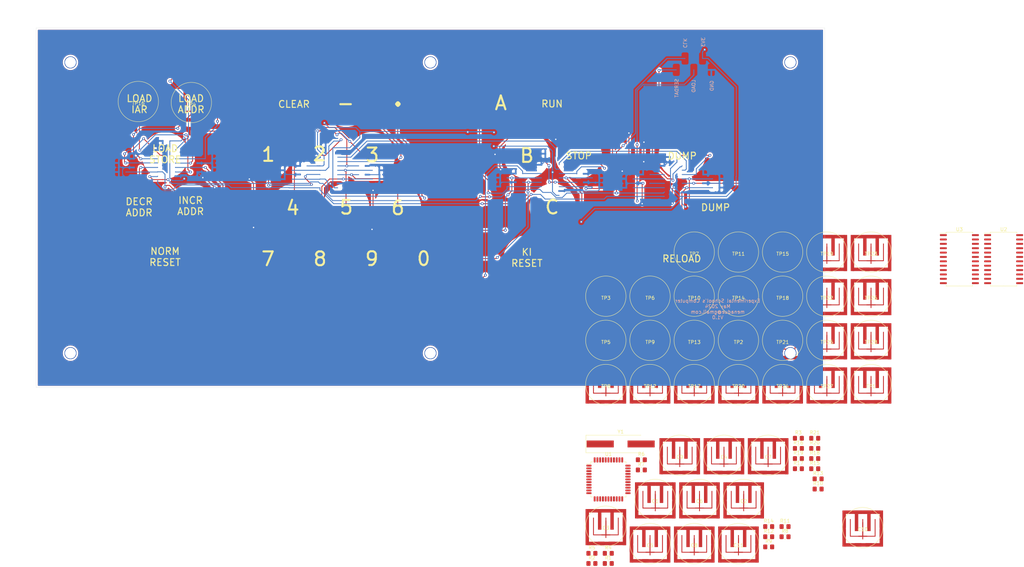
<source format=kicad_pcb>
(kicad_pcb (version 20171130) (host pcbnew 5.1.5+dfsg1-2build2)
  (layers (0 F.Cu signal) (31 B.Cu signal) (34 B.Paste user) (35 F.Paste user hide) (36 B.SilkS user) (37 F.SilkS user) (38 B.Mask user) (39 F.Mask user hide) (44 Edge.Cuts user))
  (net 0 "")
  (net 1 GND)
  (net 2 +3V3)
  (net 3 "Net-(R1-Pad2)")
  (net 4 "Net-(R2-Pad2)")
  (net 5 "Net-(R3-Pad2)")
  (net 6 "Net-(R4-Pad2)")
  (net 7 "Net-(R5-Pad2)")
  (net 8 "Net-(R6-Pad2)")
  (net 9 "Net-(R7-Pad2)")
  (net 10 "Net-(R9-Pad2)")
  (net 11 "Net-(R10-Pad2)")
  (net 12 "Net-(R11-Pad2)")
  (net 13 "Net-(R12-Pad2)")
  (net 14 "Net-(R14-Pad2)")
  (net 15 "Net-(R15-Pad2)")
  (net 16 "Net-(R17-Pad2)")
  (net 17 "Net-(R18-Pad2)")
  (net 18 "Net-(R19-Pad2)")
  (net 19 "Net-(R20-Pad2)")
  (net 20 "Net-(R21-Pad2)")
  (net 21 "Net-(R22-Pad2)")
  (net 22 "Net-(R23-Pad2)")
  (net 23 "Net-(R25-Pad2)")
  (net 24 "Net-(R26-Pad2)")
  (net 25 "Net-(R27-Pad2)")
  (net 26 "Net-(R28-Pad2)")
  (net 27 "Net-(R29-Pad2)")
  (net 28 "Net-(R30-Pad2)")
  (net 29 "Net-(R31-Pad2)")
  (net 30 "Net-(R32-Pad2)")
  (net 31 SERDAT_OUT_2)
  (net 32 SERDAT_OUT_3)
  (net 33 LOAD)
  (net 34 SERDAT_OUT_1)
  (net 35 SERDAT_OUT)
  (net 36 "Net-(C6-Pad2)")
  (net 37 "Net-(C7-Pad2)")
  (net 38 "Net-(C8-Pad2)")
  (net 39 "Net-(C9-Pad2)")
  (net 40 "Net-(C10-Pad2)")
  (net 41 "Net-(C11-Pad2)")
  (net 42 +5V)
  (net 43 "Net-(R7-Pad1)")
  (net 44 "Net-(R8-Pad1)")
  (net 45 "Net-(R10-Pad1)")
  (net 46 "Net-(R11-Pad1)")
  (net 47 "Net-(R12-Pad1)")
  (net 48 "Net-(R13-Pad1)")
  (net 49 "Net-(R14-Pad1)")
  (net 50 "Net-(R15-Pad1)")
  (net 51 "Net-(C6-Pad1)")
  (net 52 "Net-(C7-Pad1)")
  (net 53 "Net-(C8-Pad1)")
  (net 54 "Net-(C9-Pad1)")
  (net 55 "Net-(C10-Pad1)")
  (net 56 "Net-(C11-Pad1)")
  (net 57 "Net-(TP1-PadX)")
  (net 58 "Net-(TP1-PadY)")
  (net 59 "Net-(TP2-PadY)")
  (net 60 "Net-(TP3-PadX)")
  (net 61 "Net-(TP3-PadY)")
  (net 62 "Net-(TP4-PadX)")
  (net 63 "Net-(TP4-PadY)")
  (net 64 "Net-(TP5-PadX)")
  (net 65 "Net-(TP5-PadY)")
  (net 66 "Net-(TP6-PadX)")
  (net 67 "Net-(TP6-PadY)")
  (net 68 "Net-(TP7-PadX)")
  (net 69 "Net-(TP7-PadY)")
  (net 70 "Net-(TP8-PadX)")
  (net 71 "Net-(TP8-PadY)")
  (net 72 "Net-(TP9-PadX)")
  (net 73 "Net-(TP9-PadY)")
  (net 74 "Net-(TP10-PadY)")
  (net 75 "Net-(TP11-PadX)")
  (net 76 "Net-(TP11-PadY)")
  (net 77 "Net-(TP12-PadX)")
  (net 78 "Net-(TP12-PadY)")
  (net 79 "Net-(TP13-PadX)")
  (net 80 "Net-(TP13-PadY)")
  (net 81 "Net-(TP14-PadX)")
  (net 82 "Net-(TP14-PadY)")
  (net 83 "Net-(TP15-PadX)")
  (net 84 "Net-(TP15-PadY)")
  (net 85 "Net-(TP16-PadY)")
  (net 86 "Net-(TP17-PadX)")
  (net 87 "Net-(TP17-PadY)")
  (net 88 "Net-(TP18-PadX)")
  (net 89 "Net-(TP18-PadY)")
  (net 90 "Net-(TP19-PadX)")
  (net 91 "Net-(TP19-PadY)")
  (net 92 "Net-(TP20-PadX)")
  (net 93 "Net-(TP20-PadY)")
  (net 94 "Net-(TP21-PadX)")
  (net 95 "Net-(TP21-PadY)")
  (net 96 "Net-(TP22-PadY)")
  (net 97 "Net-(TP23-PadX)")
  (net 98 "Net-(TP23-PadY)")
  (net 99 "Net-(TP24-PadX)")
  (net 100 "Net-(TP24-PadY)")
  (net 101 "Net-(TP25-PadX)")
  (net 102 "Net-(TP25-PadY)")
  (net 103 "Net-(TP26-PadX)")
  (net 104 "Net-(TP26-PadY)")
  (net 105 "Net-(TP27-PadX)")
  (net 106 "Net-(TP27-PadY)")
  (net 107 "Net-(TP28-PadX)")
  (net 108 "Net-(TP28-PadY)")
  (net 109 DRDY_5V)
  (net 110 "Net-(C3-Pad1)")
  (net 111 TX_5V)
  (net 112 RX_5V)
  (net 113 "Net-(C1-Pad1)")
  (net 114 "Net-(C2-Pad1)")
  (net 115 MISO_5V)
  (net 116 X7)
  (module Crystal:Crystal_SMD_HC49-SD_HandSoldering (layer F.Cu) (at 198.625001 161.575001)
    (fp_text reference Y1 (at 0 -3.55) (layer F.SilkS))
    (fp_text value 16MHz)
    (pad 2 smd rect (at 5.9375 0) (size 7.875 2) (layers F.Cu F.Paste F.Mask) (net 114 "Net-(C2-Pad1)"))
    (pad 1 smd rect (at -5.9375 0) (size 7.875 2) (layers F.Cu F.Paste F.Mask) (net 113 "Net-(C1-Pad1)"))
  )
  (module Package_SO:SOP-24_7.5x15.4mm_P1.27mm (layer F.Cu) (at 296.955001 107.875001)
    (fp_text reference U3 (at 0 -8.65) (layer F.SilkS))
    (fp_text value cd40109)
    (pad 24 smd roundrect (at 4.65 -6.985) (size 2 0.55) (layers F.Cu F.Paste F.Mask))
    (pad 23 smd roundrect (at 4.65 -5.715) (size 2 0.55) (layers F.Cu F.Paste F.Mask))
    (pad 22 smd roundrect (at 4.65 -4.445) (size 2 0.55) (layers F.Cu F.Paste F.Mask))
    (pad 21 smd roundrect (at 4.65 -3.175) (size 2 0.55) (layers F.Cu F.Paste F.Mask))
    (pad 20 smd roundrect (at 4.65 -1.905) (size 2 0.55) (layers F.Cu F.Paste F.Mask))
    (pad 19 smd roundrect (at 4.65 -0.635) (size 2 0.55) (layers F.Cu F.Paste F.Mask))
    (pad 18 smd roundrect (at 4.65 0.635) (size 2 0.55) (layers F.Cu F.Paste F.Mask))
    (pad 17 smd roundrect (at 4.65 1.905) (size 2 0.55) (layers F.Cu F.Paste F.Mask))
    (pad 16 smd roundrect (at 4.65 3.175) (size 2 0.55) (layers F.Cu F.Paste F.Mask) (net 2 +3V3))
    (pad 15 smd roundrect (at 4.65 4.445) (size 2 0.55) (layers F.Cu F.Paste F.Mask))
    (pad 14 smd roundrect (at 4.65 5.715) (size 2 0.55) (layers F.Cu F.Paste F.Mask))
    (pad 13 smd roundrect (at 4.65 6.985) (size 2 0.55) (layers F.Cu F.Paste F.Mask))
    (pad 12 smd roundrect (at -4.65 6.985) (size 2 0.55) (layers F.Cu F.Paste F.Mask))
    (pad 11 smd roundrect (at -4.65 5.715) (size 2 0.55) (layers F.Cu F.Paste F.Mask))
    (pad 10 smd roundrect (at -4.65 4.445) (size 2 0.55) (layers F.Cu F.Paste F.Mask))
    (pad 9 smd roundrect (at -4.65 3.175) (size 2 0.55) (layers F.Cu F.Paste F.Mask))
    (pad 8 smd roundrect (at -4.65 1.905) (size 2 0.55) (layers F.Cu F.Paste F.Mask) (net 1 GND))
    (pad 7 smd roundrect (at -4.65 0.635) (size 2 0.55) (layers F.Cu F.Paste F.Mask))
    (pad 6 smd roundrect (at -4.65 -0.635) (size 2 0.55) (layers F.Cu F.Paste F.Mask) (net 109 DRDY_5V))
    (pad 5 smd roundrect (at -4.65 -1.905) (size 2 0.55) (layers F.Cu F.Paste F.Mask))
    (pad 4 smd roundrect (at -4.65 -3.175) (size 2 0.55) (layers F.Cu F.Paste F.Mask))
    (pad 3 smd roundrect (at -4.65 -4.445) (size 2 0.55) (layers F.Cu F.Paste F.Mask) (net 111 TX_5V))
    (pad 2 smd roundrect (at -4.65 -5.715) (size 2 0.55) (layers F.Cu F.Paste F.Mask))
    (pad 1 smd roundrect (at -4.65 -6.985) (size 2 0.55) (layers F.Cu F.Paste F.Mask) (net 42 +5V))
  )
  (module Package_SO:SOP-24_7.5x15.4mm_P1.27mm (layer F.Cu) (at 309.805001 107.875001)
    (fp_text reference U2 (at 0 -8.65) (layer F.SilkS))
    (fp_text value cd40109)
    (pad 24 smd roundrect (at 4.65 -6.985) (size 2 0.55) (layers F.Cu F.Paste F.Mask))
    (pad 23 smd roundrect (at 4.65 -5.715) (size 2 0.55) (layers F.Cu F.Paste F.Mask))
    (pad 22 smd roundrect (at 4.65 -4.445) (size 2 0.55) (layers F.Cu F.Paste F.Mask))
    (pad 21 smd roundrect (at 4.65 -3.175) (size 2 0.55) (layers F.Cu F.Paste F.Mask))
    (pad 20 smd roundrect (at 4.65 -1.905) (size 2 0.55) (layers F.Cu F.Paste F.Mask))
    (pad 19 smd roundrect (at 4.65 -0.635) (size 2 0.55) (layers F.Cu F.Paste F.Mask))
    (pad 18 smd roundrect (at 4.65 0.635) (size 2 0.55) (layers F.Cu F.Paste F.Mask))
    (pad 17 smd roundrect (at 4.65 1.905) (size 2 0.55) (layers F.Cu F.Paste F.Mask))
    (pad 16 smd roundrect (at 4.65 3.175) (size 2 0.55) (layers F.Cu F.Paste F.Mask) (net 42 +5V))
    (pad 15 smd roundrect (at 4.65 4.445) (size 2 0.55) (layers F.Cu F.Paste F.Mask))
    (pad 14 smd roundrect (at 4.65 5.715) (size 2 0.55) (layers F.Cu F.Paste F.Mask))
    (pad 13 smd roundrect (at 4.65 6.985) (size 2 0.55) (layers F.Cu F.Paste F.Mask))
    (pad 12 smd roundrect (at -4.65 6.985) (size 2 0.55) (layers F.Cu F.Paste F.Mask))
    (pad 11 smd roundrect (at -4.65 5.715) (size 2 0.55) (layers F.Cu F.Paste F.Mask))
    (pad 10 smd roundrect (at -4.65 4.445) (size 2 0.55) (layers F.Cu F.Paste F.Mask))
    (pad 9 smd roundrect (at -4.65 3.175) (size 2 0.55) (layers F.Cu F.Paste F.Mask))
    (pad 8 smd roundrect (at -4.65 1.905) (size 2 0.55) (layers F.Cu F.Paste F.Mask) (net 1 GND))
    (pad 7 smd roundrect (at -4.65 0.635) (size 2 0.55) (layers F.Cu F.Paste F.Mask))
    (pad 6 smd roundrect (at -4.65 -0.635) (size 2 0.55) (layers F.Cu F.Paste F.Mask) (net 115 MISO_5V))
    (pad 5 smd roundrect (at -4.65 -1.905) (size 2 0.55) (layers F.Cu F.Paste F.Mask))
    (pad 4 smd roundrect (at -4.65 -3.175) (size 2 0.55) (layers F.Cu F.Paste F.Mask) (net 112 RX_5V))
    (pad 3 smd roundrect (at -4.65 -4.445) (size 2 0.55) (layers F.Cu F.Paste F.Mask))
    (pad 2 smd roundrect (at -4.65 -5.715) (size 2 0.55) (layers F.Cu F.Paste F.Mask))
    (pad 1 smd roundrect (at -4.65 -6.985) (size 2 0.55) (layers F.Cu F.Paste F.Mask) (net 2 +3V3))
  )
  (module Package_QFP:LQFP-44_10x10mm_P0.8mm (layer F.Cu) (at 195.075001 171.875001)
    (fp_text reference U1 (at 0 -7.35) (layer F.SilkS))
    (fp_text value QT1481)
    (pad 44 smd roundrect (at -4 -5.6625) (size 0.55 1.475) (layers F.Cu F.Paste F.Mask))
    (pad 43 smd roundrect (at -3.2 -5.6625) (size 0.55 1.475) (layers F.Cu F.Paste F.Mask))
    (pad 42 smd roundrect (at -2.4 -5.6625) (size 0.55 1.475) (layers F.Cu F.Paste F.Mask) (net 1 GND))
    (pad 41 smd roundrect (at -1.6 -5.6625) (size 0.55 1.475) (layers F.Cu F.Paste F.Mask) (net 109 DRDY_5V))
    (pad 40 smd roundrect (at -0.8 -5.6625) (size 0.55 1.475) (layers F.Cu F.Paste F.Mask))
    (pad 39 smd roundrect (at 0 -5.6625) (size 0.55 1.475) (layers F.Cu F.Paste F.Mask) (net 1 GND))
    (pad 38 smd roundrect (at 0.8 -5.6625) (size 0.55 1.475) (layers F.Cu F.Paste F.Mask) (net 110 "Net-(C3-Pad1)"))
    (pad 37 smd roundrect (at 1.6 -5.6625) (size 0.55 1.475) (layers F.Cu F.Paste F.Mask) (net 41 "Net-(C11-Pad2)"))
    (pad 36 smd roundrect (at 2.4 -5.6625) (size 0.55 1.475) (layers F.Cu F.Paste F.Mask) (net 56 "Net-(C11-Pad1)"))
    (pad 35 smd roundrect (at 3.2 -5.6625) (size 0.55 1.475) (layers F.Cu F.Paste F.Mask) (net 40 "Net-(C10-Pad2)"))
    (pad 34 smd roundrect (at 4 -5.6625) (size 0.55 1.475) (layers F.Cu F.Paste F.Mask) (net 55 "Net-(C10-Pad1)"))
    (pad 33 smd roundrect (at 5.6625 -4) (size 1.475 0.55) (layers F.Cu F.Paste F.Mask) (net 39 "Net-(C9-Pad2)"))
    (pad 32 smd roundrect (at 5.6625 -3.2) (size 1.475 0.55) (layers F.Cu F.Paste F.Mask) (net 38 "Net-(C8-Pad2)"))
    (pad 31 smd roundrect (at 5.6625 -2.4) (size 1.475 0.55) (layers F.Cu F.Paste F.Mask) (net 37 "Net-(C7-Pad2)"))
    (pad 30 smd roundrect (at 5.6625 -1.6) (size 1.475 0.55) (layers F.Cu F.Paste F.Mask) (net 36 "Net-(C6-Pad2)"))
    (pad 29 smd roundrect (at 5.6625 -0.8) (size 1.475 0.55) (layers F.Cu F.Paste F.Mask) (net 110 "Net-(C3-Pad1)"))
    (pad 28 smd roundrect (at 5.6625 0) (size 1.475 0.55) (layers F.Cu F.Paste F.Mask) (net 1 GND))
    (pad 27 smd roundrect (at 5.6625 0.8) (size 1.475 0.55) (layers F.Cu F.Paste F.Mask) (net 110 "Net-(C3-Pad1)"))
    (pad 26 smd roundrect (at 5.6625 1.6) (size 1.475 0.55) (layers F.Cu F.Paste F.Mask) (net 43 "Net-(R7-Pad1)"))
    (pad 25 smd roundrect (at 5.6625 2.4) (size 1.475 0.55) (layers F.Cu F.Paste F.Mask) (net 45 "Net-(R10-Pad1)"))
    (pad 24 smd roundrect (at 5.6625 3.2) (size 1.475 0.55) (layers F.Cu F.Paste F.Mask) (net 47 "Net-(R12-Pad1)"))
    (pad 23 smd roundrect (at 5.6625 4) (size 1.475 0.55) (layers F.Cu F.Paste F.Mask) (net 49 "Net-(R14-Pad1)"))
    (pad 22 smd roundrect (at 4 5.6625) (size 0.55 1.475) (layers F.Cu F.Paste F.Mask) (net 44 "Net-(R8-Pad1)"))
    (pad 21 smd roundrect (at 3.2 5.6625) (size 0.55 1.475) (layers F.Cu F.Paste F.Mask) (net 46 "Net-(R11-Pad1)"))
    (pad 20 smd roundrect (at 2.4 5.6625) (size 0.55 1.475) (layers F.Cu F.Paste F.Mask) (net 48 "Net-(R13-Pad1)"))
    (pad 19 smd roundrect (at 1.6 5.6625) (size 0.55 1.475) (layers F.Cu F.Paste F.Mask) (net 50 "Net-(R15-Pad1)"))
    (pad 18 smd roundrect (at 0.8 5.6625) (size 0.55 1.475) (layers F.Cu F.Paste F.Mask) (net 1 GND))
    (pad 17 smd roundrect (at 0 5.6625) (size 0.55 1.475) (layers F.Cu F.Paste F.Mask) (net 110 "Net-(C3-Pad1)"))
    (pad 16 smd roundrect (at -0.8 5.6625) (size 0.55 1.475) (layers F.Cu F.Paste F.Mask) (net 51 "Net-(C6-Pad1)"))
    (pad 15 smd roundrect (at -1.6 5.6625) (size 0.55 1.475) (layers F.Cu F.Paste F.Mask) (net 52 "Net-(C7-Pad1)"))
    (pad 14 smd roundrect (at -2.4 5.6625) (size 0.55 1.475) (layers F.Cu F.Paste F.Mask) (net 53 "Net-(C8-Pad1)"))
    (pad 13 smd roundrect (at -3.2 5.6625) (size 0.55 1.475) (layers F.Cu F.Paste F.Mask) (net 54 "Net-(C9-Pad1)"))
    (pad 12 smd roundrect (at -4 5.6625) (size 0.55 1.475) (layers F.Cu F.Paste F.Mask) (net 4 "Net-(R2-Pad2)"))
    (pad 11 smd roundrect (at -5.6625 4) (size 1.475 0.55) (layers F.Cu F.Paste F.Mask))
    (pad 10 smd roundrect (at -5.6625 3.2) (size 1.475 0.55) (layers F.Cu F.Paste F.Mask) (net 111 TX_5V))
    (pad 9 smd roundrect (at -5.6625 2.4) (size 1.475 0.55) (layers F.Cu F.Paste F.Mask) (net 112 RX_5V))
    (pad 8 smd roundrect (at -5.6625 1.6) (size 1.475 0.55) (layers F.Cu F.Paste F.Mask) (net 113 "Net-(C1-Pad1)"))
    (pad 7 smd roundrect (at -5.6625 0.8) (size 1.475 0.55) (layers F.Cu F.Paste F.Mask) (net 114 "Net-(C2-Pad1)"))
    (pad 6 smd roundrect (at -5.6625 0) (size 1.475 0.55) (layers F.Cu F.Paste F.Mask) (net 1 GND))
    (pad 5 smd roundrect (at -5.6625 -0.8) (size 1.475 0.55) (layers F.Cu F.Paste F.Mask) (net 110 "Net-(C3-Pad1)"))
    (pad 4 smd roundrect (at -5.6625 -1.6) (size 1.475 0.55) (layers F.Cu F.Paste F.Mask) (net 110 "Net-(C3-Pad1)"))
    (pad 3 smd roundrect (at -5.6625 -2.4) (size 1.475 0.55) (layers F.Cu F.Paste F.Mask))
    (pad 2 smd roundrect (at -5.6625 -3.2) (size 1.475 0.55) (layers F.Cu F.Paste F.Mask) (net 115 MISO_5V))
    (pad 1 smd roundrect (at -5.6625 -4) (size 1.475 0.55) (layers F.Cu F.Paste F.Mask))
  )
  (module ajm_kicad:qt_touch_12_x_12 (layer F.Cu) (at 271.308786 131.497765)
    (fp_text reference TP28 (at 0 0.5) (layer F.SilkS))
    (fp_text value Touchpad_qt)
    (pad X smd rect (at 0.2 5) (size 5 1) (layers F.Cu F.Paste F.Mask) (net 107 "Net-(TP28-PadX)"))
    (pad X smd rect (at 3.3 5) (size 5 1) (layers F.Cu F.Paste F.Mask) (net 107 "Net-(TP28-PadX)"))
    (pad X smd rect (at -2.9 5) (size 5 1) (layers F.Cu F.Paste F.Mask) (net 107 "Net-(TP28-PadX)"))
    (pad X smd rect (at 5.4 3) (size 1 5) (layers F.Cu F.Paste F.Mask) (net 107 "Net-(TP28-PadX)"))
    (pad X smd rect (at -5.4 3) (size 1 5) (layers F.Cu F.Paste F.Mask) (net 107 "Net-(TP28-PadX)"))
    (pad X smd rect (at -5.4 -2.5) (size 1 5) (layers F.Cu F.Paste F.Mask) (net 107 "Net-(TP28-PadX)"))
    (pad X smd rect (at 5.4 -2.5) (size 1 5) (layers F.Cu F.Paste F.Mask) (net 107 "Net-(TP28-PadX)"))
    (pad 2 smd rect (at -5.4 0) (size 1 5) (layers F.Cu F.Paste F.Mask))
    (pad X smd rect (at -1.8 -1.5) (size 1 5) (layers F.Cu F.Paste F.Mask) (net 107 "Net-(TP28-PadX)"))
    (pad X smd rect (at 1.8 -1.5) (size 1 5) (layers F.Cu F.Paste F.Mask) (net 107 "Net-(TP28-PadX)"))
    (pad X smd rect (at 5.4 0) (size 1 5) (layers F.Cu F.Paste F.Mask) (net 107 "Net-(TP28-PadX)"))
    (pad Y smd rect (at -1.2 2.5) (size 5 0.25) (layers F.Cu F.Paste F.Mask) (net 108 "Net-(TP28-PadY)"))
    (pad Y smd rect (at 1.2 2.5) (size 5 0.25) (layers F.Cu F.Paste F.Mask) (net 108 "Net-(TP28-PadY)"))
    (pad Y smd rect (at 0 0.9) (size 0.25 5) (layers F.Cu F.Paste F.Mask) (net 108 "Net-(TP28-PadY)"))
    (pad Y smd rect (at -3.6 0) (size 0.25 5) (layers F.Cu F.Paste F.Mask) (net 108 "Net-(TP28-PadY)"))
    (pad Y smd rect (at 3.6 0) (size 0.25 5) (layers F.Cu F.Paste F.Mask) (net 108 "Net-(TP28-PadY)"))
    (pad X smd rect (at -2.5 -4.5) (size 5 1) (layers F.Cu F.Paste F.Mask) (net 107 "Net-(TP28-PadX)"))
    (pad X smd rect (at 2.6 -4.5) (size 5 1) (layers F.Cu F.Paste F.Mask) (net 107 "Net-(TP28-PadX)"))
    (pad X smd rect (at 0 -4.5) (size 5 1) (layers F.Cu F.Paste F.Mask) (net 107 "Net-(TP28-PadX)"))
    (pad Y smd rect (at 0 0) (size 0.25 5) (layers F.Cu F.Paste F.Mask) (net 108 "Net-(TP28-PadY)"))
  )
  (module ajm_kicad:qt_touch_12_x_12 (layer F.Cu) (at 258.478786 144.327765)
    (fp_text reference TP27 (at 0 0.5) (layer F.SilkS))
    (fp_text value Touchpad_qt)
    (pad X smd rect (at 0.2 5) (size 5 1) (layers F.Cu F.Paste F.Mask) (net 105 "Net-(TP27-PadX)"))
    (pad X smd rect (at 3.3 5) (size 5 1) (layers F.Cu F.Paste F.Mask) (net 105 "Net-(TP27-PadX)"))
    (pad X smd rect (at -2.9 5) (size 5 1) (layers F.Cu F.Paste F.Mask) (net 105 "Net-(TP27-PadX)"))
    (pad X smd rect (at 5.4 3) (size 1 5) (layers F.Cu F.Paste F.Mask) (net 105 "Net-(TP27-PadX)"))
    (pad X smd rect (at -5.4 3) (size 1 5) (layers F.Cu F.Paste F.Mask) (net 105 "Net-(TP27-PadX)"))
    (pad X smd rect (at -5.4 -2.5) (size 1 5) (layers F.Cu F.Paste F.Mask) (net 105 "Net-(TP27-PadX)"))
    (pad X smd rect (at 5.4 -2.5) (size 1 5) (layers F.Cu F.Paste F.Mask) (net 105 "Net-(TP27-PadX)"))
    (pad 2 smd rect (at -5.4 0) (size 1 5) (layers F.Cu F.Paste F.Mask))
    (pad X smd rect (at -1.8 -1.5) (size 1 5) (layers F.Cu F.Paste F.Mask) (net 105 "Net-(TP27-PadX)"))
    (pad X smd rect (at 1.8 -1.5) (size 1 5) (layers F.Cu F.Paste F.Mask) (net 105 "Net-(TP27-PadX)"))
    (pad X smd rect (at 5.4 0) (size 1 5) (layers F.Cu F.Paste F.Mask) (net 105 "Net-(TP27-PadX)"))
    (pad Y smd rect (at -1.2 2.5) (size 5 0.25) (layers F.Cu F.Paste F.Mask) (net 106 "Net-(TP27-PadY)"))
    (pad Y smd rect (at 1.2 2.5) (size 5 0.25) (layers F.Cu F.Paste F.Mask) (net 106 "Net-(TP27-PadY)"))
    (pad Y smd rect (at 0 0.9) (size 0.25 5) (layers F.Cu F.Paste F.Mask) (net 106 "Net-(TP27-PadY)"))
    (pad Y smd rect (at -3.6 0) (size 0.25 5) (layers F.Cu F.Paste F.Mask) (net 106 "Net-(TP27-PadY)"))
    (pad Y smd rect (at 3.6 0) (size 0.25 5) (layers F.Cu F.Paste F.Mask) (net 106 "Net-(TP27-PadY)"))
    (pad X smd rect (at -2.5 -4.5) (size 5 1) (layers F.Cu F.Paste F.Mask) (net 105 "Net-(TP27-PadX)"))
    (pad X smd rect (at 2.6 -4.5) (size 5 1) (layers F.Cu F.Paste F.Mask) (net 105 "Net-(TP27-PadX)"))
    (pad X smd rect (at 0 -4.5) (size 5 1) (layers F.Cu F.Paste F.Mask) (net 105 "Net-(TP27-PadX)"))
    (pad Y smd rect (at 0 0) (size 0.25 5) (layers F.Cu F.Paste F.Mask) (net 106 "Net-(TP27-PadY)"))
  )
  (module ajm_kicad:qt_touch_12_x_12 (layer F.Cu) (at 271.308786 118.667765)
    (fp_text reference TP26 (at 0 0.5) (layer F.SilkS))
    (fp_text value Touchpad_qt)
    (pad X smd rect (at 0.2 5) (size 5 1) (layers F.Cu F.Paste F.Mask) (net 103 "Net-(TP26-PadX)"))
    (pad X smd rect (at 3.3 5) (size 5 1) (layers F.Cu F.Paste F.Mask) (net 103 "Net-(TP26-PadX)"))
    (pad X smd rect (at -2.9 5) (size 5 1) (layers F.Cu F.Paste F.Mask) (net 103 "Net-(TP26-PadX)"))
    (pad X smd rect (at 5.4 3) (size 1 5) (layers F.Cu F.Paste F.Mask) (net 103 "Net-(TP26-PadX)"))
    (pad X smd rect (at -5.4 3) (size 1 5) (layers F.Cu F.Paste F.Mask) (net 103 "Net-(TP26-PadX)"))
    (pad X smd rect (at -5.4 -2.5) (size 1 5) (layers F.Cu F.Paste F.Mask) (net 103 "Net-(TP26-PadX)"))
    (pad X smd rect (at 5.4 -2.5) (size 1 5) (layers F.Cu F.Paste F.Mask) (net 103 "Net-(TP26-PadX)"))
    (pad 2 smd rect (at -5.4 0) (size 1 5) (layers F.Cu F.Paste F.Mask))
    (pad X smd rect (at -1.8 -1.5) (size 1 5) (layers F.Cu F.Paste F.Mask) (net 103 "Net-(TP26-PadX)"))
    (pad X smd rect (at 1.8 -1.5) (size 1 5) (layers F.Cu F.Paste F.Mask) (net 103 "Net-(TP26-PadX)"))
    (pad X smd rect (at 5.4 0) (size 1 5) (layers F.Cu F.Paste F.Mask) (net 103 "Net-(TP26-PadX)"))
    (pad Y smd rect (at -1.2 2.5) (size 5 0.25) (layers F.Cu F.Paste F.Mask) (net 104 "Net-(TP26-PadY)"))
    (pad Y smd rect (at 1.2 2.5) (size 5 0.25) (layers F.Cu F.Paste F.Mask) (net 104 "Net-(TP26-PadY)"))
    (pad Y smd rect (at 0 0.9) (size 0.25 5) (layers F.Cu F.Paste F.Mask) (net 104 "Net-(TP26-PadY)"))
    (pad Y smd rect (at -3.6 0) (size 0.25 5) (layers F.Cu F.Paste F.Mask) (net 104 "Net-(TP26-PadY)"))
    (pad Y smd rect (at 3.6 0) (size 0.25 5) (layers F.Cu F.Paste F.Mask) (net 104 "Net-(TP26-PadY)"))
    (pad X smd rect (at -2.5 -4.5) (size 5 1) (layers F.Cu F.Paste F.Mask) (net 103 "Net-(TP26-PadX)"))
    (pad X smd rect (at 2.6 -4.5) (size 5 1) (layers F.Cu F.Paste F.Mask) (net 103 "Net-(TP26-PadX)"))
    (pad X smd rect (at 0 -4.5) (size 5 1) (layers F.Cu F.Paste F.Mask) (net 103 "Net-(TP26-PadX)"))
    (pad Y smd rect (at 0 0) (size 0.25 5) (layers F.Cu F.Paste F.Mask) (net 104 "Net-(TP26-PadY)"))
  )
  (module ajm_kicad:qt_touch_12_x_12 (layer F.Cu) (at 258.478786 131.497765)
    (fp_text reference TP25 (at 0 0.5) (layer F.SilkS))
    (fp_text value Touchpad_qt)
    (pad X smd rect (at 0.2 5) (size 5 1) (layers F.Cu F.Paste F.Mask) (net 101 "Net-(TP25-PadX)"))
    (pad X smd rect (at 3.3 5) (size 5 1) (layers F.Cu F.Paste F.Mask) (net 101 "Net-(TP25-PadX)"))
    (pad X smd rect (at -2.9 5) (size 5 1) (layers F.Cu F.Paste F.Mask) (net 101 "Net-(TP25-PadX)"))
    (pad X smd rect (at 5.4 3) (size 1 5) (layers F.Cu F.Paste F.Mask) (net 101 "Net-(TP25-PadX)"))
    (pad X smd rect (at -5.4 3) (size 1 5) (layers F.Cu F.Paste F.Mask) (net 101 "Net-(TP25-PadX)"))
    (pad X smd rect (at -5.4 -2.5) (size 1 5) (layers F.Cu F.Paste F.Mask) (net 101 "Net-(TP25-PadX)"))
    (pad X smd rect (at 5.4 -2.5) (size 1 5) (layers F.Cu F.Paste F.Mask) (net 101 "Net-(TP25-PadX)"))
    (pad 2 smd rect (at -5.4 0) (size 1 5) (layers F.Cu F.Paste F.Mask))
    (pad X smd rect (at -1.8 -1.5) (size 1 5) (layers F.Cu F.Paste F.Mask) (net 101 "Net-(TP25-PadX)"))
    (pad X smd rect (at 1.8 -1.5) (size 1 5) (layers F.Cu F.Paste F.Mask) (net 101 "Net-(TP25-PadX)"))
    (pad X smd rect (at 5.4 0) (size 1 5) (layers F.Cu F.Paste F.Mask) (net 101 "Net-(TP25-PadX)"))
    (pad Y smd rect (at -1.2 2.5) (size 5 0.25) (layers F.Cu F.Paste F.Mask) (net 102 "Net-(TP25-PadY)"))
    (pad Y smd rect (at 1.2 2.5) (size 5 0.25) (layers F.Cu F.Paste F.Mask) (net 102 "Net-(TP25-PadY)"))
    (pad Y smd rect (at 0 0.9) (size 0.25 5) (layers F.Cu F.Paste F.Mask) (net 102 "Net-(TP25-PadY)"))
    (pad Y smd rect (at -3.6 0) (size 0.25 5) (layers F.Cu F.Paste F.Mask) (net 102 "Net-(TP25-PadY)"))
    (pad Y smd rect (at 3.6 0) (size 0.25 5) (layers F.Cu F.Paste F.Mask) (net 102 "Net-(TP25-PadY)"))
    (pad X smd rect (at -2.5 -4.5) (size 5 1) (layers F.Cu F.Paste F.Mask) (net 101 "Net-(TP25-PadX)"))
    (pad X smd rect (at 2.6 -4.5) (size 5 1) (layers F.Cu F.Paste F.Mask) (net 101 "Net-(TP25-PadX)"))
    (pad X smd rect (at 0 -4.5) (size 5 1) (layers F.Cu F.Paste F.Mask) (net 101 "Net-(TP25-PadX)"))
    (pad Y smd rect (at 0 0) (size 0.25 5) (layers F.Cu F.Paste F.Mask) (net 102 "Net-(TP25-PadY)"))
  )
  (module ajm_kicad:qt_touch_12_x_12 (layer F.Cu) (at 245.648786 144.327765)
    (fp_text reference TP24 (at 0 0.5) (layer F.SilkS))
    (fp_text value Touchpad_qt)
    (pad X smd rect (at 0.2 5) (size 5 1) (layers F.Cu F.Paste F.Mask) (net 99 "Net-(TP24-PadX)"))
    (pad X smd rect (at 3.3 5) (size 5 1) (layers F.Cu F.Paste F.Mask) (net 99 "Net-(TP24-PadX)"))
    (pad X smd rect (at -2.9 5) (size 5 1) (layers F.Cu F.Paste F.Mask) (net 99 "Net-(TP24-PadX)"))
    (pad X smd rect (at 5.4 3) (size 1 5) (layers F.Cu F.Paste F.Mask) (net 99 "Net-(TP24-PadX)"))
    (pad X smd rect (at -5.4 3) (size 1 5) (layers F.Cu F.Paste F.Mask) (net 99 "Net-(TP24-PadX)"))
    (pad X smd rect (at -5.4 -2.5) (size 1 5) (layers F.Cu F.Paste F.Mask) (net 99 "Net-(TP24-PadX)"))
    (pad X smd rect (at 5.4 -2.5) (size 1 5) (layers F.Cu F.Paste F.Mask) (net 99 "Net-(TP24-PadX)"))
    (pad 2 smd rect (at -5.4 0) (size 1 5) (layers F.Cu F.Paste F.Mask))
    (pad X smd rect (at -1.8 -1.5) (size 1 5) (layers F.Cu F.Paste F.Mask) (net 99 "Net-(TP24-PadX)"))
    (pad X smd rect (at 1.8 -1.5) (size 1 5) (layers F.Cu F.Paste F.Mask) (net 99 "Net-(TP24-PadX)"))
    (pad X smd rect (at 5.4 0) (size 1 5) (layers F.Cu F.Paste F.Mask) (net 99 "Net-(TP24-PadX)"))
    (pad Y smd rect (at -1.2 2.5) (size 5 0.25) (layers F.Cu F.Paste F.Mask) (net 100 "Net-(TP24-PadY)"))
    (pad Y smd rect (at 1.2 2.5) (size 5 0.25) (layers F.Cu F.Paste F.Mask) (net 100 "Net-(TP24-PadY)"))
    (pad Y smd rect (at 0 0.9) (size 0.25 5) (layers F.Cu F.Paste F.Mask) (net 100 "Net-(TP24-PadY)"))
    (pad Y smd rect (at -3.6 0) (size 0.25 5) (layers F.Cu F.Paste F.Mask) (net 100 "Net-(TP24-PadY)"))
    (pad Y smd rect (at 3.6 0) (size 0.25 5) (layers F.Cu F.Paste F.Mask) (net 100 "Net-(TP24-PadY)"))
    (pad X smd rect (at -2.5 -4.5) (size 5 1) (layers F.Cu F.Paste F.Mask) (net 99 "Net-(TP24-PadX)"))
    (pad X smd rect (at 2.6 -4.5) (size 5 1) (layers F.Cu F.Paste F.Mask) (net 99 "Net-(TP24-PadX)"))
    (pad X smd rect (at 0 -4.5) (size 5 1) (layers F.Cu F.Paste F.Mask) (net 99 "Net-(TP24-PadX)"))
    (pad Y smd rect (at 0 0) (size 0.25 5) (layers F.Cu F.Paste F.Mask) (net 100 "Net-(TP24-PadY)"))
  )
  (module ajm_kicad:qt_touch_12_x_12 (layer F.Cu) (at 271.308786 105.837765)
    (fp_text reference TP23 (at 0 0.5) (layer F.SilkS))
    (fp_text value Touchpad_qt)
    (pad X smd rect (at 0.2 5) (size 5 1) (layers F.Cu F.Paste F.Mask) (net 97 "Net-(TP23-PadX)"))
    (pad X smd rect (at 3.3 5) (size 5 1) (layers F.Cu F.Paste F.Mask) (net 97 "Net-(TP23-PadX)"))
    (pad X smd rect (at -2.9 5) (size 5 1) (layers F.Cu F.Paste F.Mask) (net 97 "Net-(TP23-PadX)"))
    (pad X smd rect (at 5.4 3) (size 1 5) (layers F.Cu F.Paste F.Mask) (net 97 "Net-(TP23-PadX)"))
    (pad X smd rect (at -5.4 3) (size 1 5) (layers F.Cu F.Paste F.Mask) (net 97 "Net-(TP23-PadX)"))
    (pad X smd rect (at -5.4 -2.5) (size 1 5) (layers F.Cu F.Paste F.Mask) (net 97 "Net-(TP23-PadX)"))
    (pad X smd rect (at 5.4 -2.5) (size 1 5) (layers F.Cu F.Paste F.Mask) (net 97 "Net-(TP23-PadX)"))
    (pad 2 smd rect (at -5.4 0) (size 1 5) (layers F.Cu F.Paste F.Mask))
    (pad X smd rect (at -1.8 -1.5) (size 1 5) (layers F.Cu F.Paste F.Mask) (net 97 "Net-(TP23-PadX)"))
    (pad X smd rect (at 1.8 -1.5) (size 1 5) (layers F.Cu F.Paste F.Mask) (net 97 "Net-(TP23-PadX)"))
    (pad X smd rect (at 5.4 0) (size 1 5) (layers F.Cu F.Paste F.Mask) (net 97 "Net-(TP23-PadX)"))
    (pad Y smd rect (at -1.2 2.5) (size 5 0.25) (layers F.Cu F.Paste F.Mask) (net 98 "Net-(TP23-PadY)"))
    (pad Y smd rect (at 1.2 2.5) (size 5 0.25) (layers F.Cu F.Paste F.Mask) (net 98 "Net-(TP23-PadY)"))
    (pad Y smd rect (at 0 0.9) (size 0.25 5) (layers F.Cu F.Paste F.Mask) (net 98 "Net-(TP23-PadY)"))
    (pad Y smd rect (at -3.6 0) (size 0.25 5) (layers F.Cu F.Paste F.Mask) (net 98 "Net-(TP23-PadY)"))
    (pad Y smd rect (at 3.6 0) (size 0.25 5) (layers F.Cu F.Paste F.Mask) (net 98 "Net-(TP23-PadY)"))
    (pad X smd rect (at -2.5 -4.5) (size 5 1) (layers F.Cu F.Paste F.Mask) (net 97 "Net-(TP23-PadX)"))
    (pad X smd rect (at 2.6 -4.5) (size 5 1) (layers F.Cu F.Paste F.Mask) (net 97 "Net-(TP23-PadX)"))
    (pad X smd rect (at 0 -4.5) (size 5 1) (layers F.Cu F.Paste F.Mask) (net 97 "Net-(TP23-PadX)"))
    (pad Y smd rect (at 0 0) (size 0.25 5) (layers F.Cu F.Paste F.Mask) (net 98 "Net-(TP23-PadY)"))
  )
  (module ajm_kicad:qt_touch_12_x_12 (layer F.Cu) (at 258.478786 118.667765)
    (fp_text reference TP22 (at 0 0.5) (layer F.SilkS))
    (fp_text value Touchpad_qt)
    (pad X smd rect (at 0.2 5) (size 5 1) (layers F.Cu F.Paste F.Mask) (net 116 X7))
    (pad X smd rect (at 3.3 5) (size 5 1) (layers F.Cu F.Paste F.Mask) (net 116 X7))
    (pad X smd rect (at -2.9 5) (size 5 1) (layers F.Cu F.Paste F.Mask) (net 116 X7))
    (pad X smd rect (at 5.4 3) (size 1 5) (layers F.Cu F.Paste F.Mask) (net 116 X7))
    (pad X smd rect (at -5.4 3) (size 1 5) (layers F.Cu F.Paste F.Mask) (net 116 X7))
    (pad X smd rect (at -5.4 -2.5) (size 1 5) (layers F.Cu F.Paste F.Mask) (net 116 X7))
    (pad X smd rect (at 5.4 -2.5) (size 1 5) (layers F.Cu F.Paste F.Mask) (net 116 X7))
    (pad 2 smd rect (at -5.4 0) (size 1 5) (layers F.Cu F.Paste F.Mask))
    (pad X smd rect (at -1.8 -1.5) (size 1 5) (layers F.Cu F.Paste F.Mask) (net 116 X7))
    (pad X smd rect (at 1.8 -1.5) (size 1 5) (layers F.Cu F.Paste F.Mask) (net 116 X7))
    (pad X smd rect (at 5.4 0) (size 1 5) (layers F.Cu F.Paste F.Mask) (net 116 X7))
    (pad Y smd rect (at -1.2 2.5) (size 5 0.25) (layers F.Cu F.Paste F.Mask) (net 96 "Net-(TP22-PadY)"))
    (pad Y smd rect (at 1.2 2.5) (size 5 0.25) (layers F.Cu F.Paste F.Mask) (net 96 "Net-(TP22-PadY)"))
    (pad Y smd rect (at 0 0.9) (size 0.25 5) (layers F.Cu F.Paste F.Mask) (net 96 "Net-(TP22-PadY)"))
    (pad Y smd rect (at -3.6 0) (size 0.25 5) (layers F.Cu F.Paste F.Mask) (net 96 "Net-(TP22-PadY)"))
    (pad Y smd rect (at 3.6 0) (size 0.25 5) (layers F.Cu F.Paste F.Mask) (net 96 "Net-(TP22-PadY)"))
    (pad X smd rect (at -2.5 -4.5) (size 5 1) (layers F.Cu F.Paste F.Mask) (net 116 X7))
    (pad X smd rect (at 2.6 -4.5) (size 5 1) (layers F.Cu F.Paste F.Mask) (net 116 X7))
    (pad X smd rect (at 0 -4.5) (size 5 1) (layers F.Cu F.Paste F.Mask) (net 116 X7))
    (pad Y smd rect (at 0 0) (size 0.25 5) (layers F.Cu F.Paste F.Mask) (net 96 "Net-(TP22-PadY)"))
  )
  (module ajm_kicad:qt_touch_12_x_12 (layer F.Cu) (at 245.648786 131.497765)
    (fp_text reference TP21 (at 0 0.5) (layer F.SilkS))
    (fp_text value Touchpad_qt)
    (pad X smd rect (at 0.2 5) (size 5 1) (layers F.Cu F.Paste F.Mask) (net 94 "Net-(TP21-PadX)"))
    (pad X smd rect (at 3.3 5) (size 5 1) (layers F.Cu F.Paste F.Mask) (net 94 "Net-(TP21-PadX)"))
    (pad X smd rect (at -2.9 5) (size 5 1) (layers F.Cu F.Paste F.Mask) (net 94 "Net-(TP21-PadX)"))
    (pad X smd rect (at 5.4 3) (size 1 5) (layers F.Cu F.Paste F.Mask) (net 94 "Net-(TP21-PadX)"))
    (pad X smd rect (at -5.4 3) (size 1 5) (layers F.Cu F.Paste F.Mask) (net 94 "Net-(TP21-PadX)"))
    (pad X smd rect (at -5.4 -2.5) (size 1 5) (layers F.Cu F.Paste F.Mask) (net 94 "Net-(TP21-PadX)"))
    (pad X smd rect (at 5.4 -2.5) (size 1 5) (layers F.Cu F.Paste F.Mask) (net 94 "Net-(TP21-PadX)"))
    (pad 2 smd rect (at -5.4 0) (size 1 5) (layers F.Cu F.Paste F.Mask))
    (pad X smd rect (at -1.8 -1.5) (size 1 5) (layers F.Cu F.Paste F.Mask) (net 94 "Net-(TP21-PadX)"))
    (pad X smd rect (at 1.8 -1.5) (size 1 5) (layers F.Cu F.Paste F.Mask) (net 94 "Net-(TP21-PadX)"))
    (pad X smd rect (at 5.4 0) (size 1 5) (layers F.Cu F.Paste F.Mask) (net 94 "Net-(TP21-PadX)"))
    (pad Y smd rect (at -1.2 2.5) (size 5 0.25) (layers F.Cu F.Paste F.Mask) (net 95 "Net-(TP21-PadY)"))
    (pad Y smd rect (at 1.2 2.5) (size 5 0.25) (layers F.Cu F.Paste F.Mask) (net 95 "Net-(TP21-PadY)"))
    (pad Y smd rect (at 0 0.9) (size 0.25 5) (layers F.Cu F.Paste F.Mask) (net 95 "Net-(TP21-PadY)"))
    (pad Y smd rect (at -3.6 0) (size 0.25 5) (layers F.Cu F.Paste F.Mask) (net 95 "Net-(TP21-PadY)"))
    (pad Y smd rect (at 3.6 0) (size 0.25 5) (layers F.Cu F.Paste F.Mask) (net 95 "Net-(TP21-PadY)"))
    (pad X smd rect (at -2.5 -4.5) (size 5 1) (layers F.Cu F.Paste F.Mask) (net 94 "Net-(TP21-PadX)"))
    (pad X smd rect (at 2.6 -4.5) (size 5 1) (layers F.Cu F.Paste F.Mask) (net 94 "Net-(TP21-PadX)"))
    (pad X smd rect (at 0 -4.5) (size 5 1) (layers F.Cu F.Paste F.Mask) (net 94 "Net-(TP21-PadX)"))
    (pad Y smd rect (at 0 0) (size 0.25 5) (layers F.Cu F.Paste F.Mask) (net 95 "Net-(TP21-PadY)"))
  )
  (module ajm_kicad:qt_touch_12_x_12 (layer F.Cu) (at 232.818786 144.327765)
    (fp_text reference TP20 (at 0 0.5) (layer F.SilkS))
    (fp_text value Touchpad_qt)
    (pad X smd rect (at 0.2 5) (size 5 1) (layers F.Cu F.Paste F.Mask) (net 92 "Net-(TP20-PadX)"))
    (pad X smd rect (at 3.3 5) (size 5 1) (layers F.Cu F.Paste F.Mask) (net 92 "Net-(TP20-PadX)"))
    (pad X smd rect (at -2.9 5) (size 5 1) (layers F.Cu F.Paste F.Mask) (net 92 "Net-(TP20-PadX)"))
    (pad X smd rect (at 5.4 3) (size 1 5) (layers F.Cu F.Paste F.Mask) (net 92 "Net-(TP20-PadX)"))
    (pad X smd rect (at -5.4 3) (size 1 5) (layers F.Cu F.Paste F.Mask) (net 92 "Net-(TP20-PadX)"))
    (pad X smd rect (at -5.4 -2.5) (size 1 5) (layers F.Cu F.Paste F.Mask) (net 92 "Net-(TP20-PadX)"))
    (pad X smd rect (at 5.4 -2.5) (size 1 5) (layers F.Cu F.Paste F.Mask) (net 92 "Net-(TP20-PadX)"))
    (pad 2 smd rect (at -5.4 0) (size 1 5) (layers F.Cu F.Paste F.Mask))
    (pad X smd rect (at -1.8 -1.5) (size 1 5) (layers F.Cu F.Paste F.Mask) (net 92 "Net-(TP20-PadX)"))
    (pad X smd rect (at 1.8 -1.5) (size 1 5) (layers F.Cu F.Paste F.Mask) (net 92 "Net-(TP20-PadX)"))
    (pad X smd rect (at 5.4 0) (size 1 5) (layers F.Cu F.Paste F.Mask) (net 92 "Net-(TP20-PadX)"))
    (pad Y smd rect (at -1.2 2.5) (size 5 0.25) (layers F.Cu F.Paste F.Mask) (net 93 "Net-(TP20-PadY)"))
    (pad Y smd rect (at 1.2 2.5) (size 5 0.25) (layers F.Cu F.Paste F.Mask) (net 93 "Net-(TP20-PadY)"))
    (pad Y smd rect (at 0 0.9) (size 0.25 5) (layers F.Cu F.Paste F.Mask) (net 93 "Net-(TP20-PadY)"))
    (pad Y smd rect (at -3.6 0) (size 0.25 5) (layers F.Cu F.Paste F.Mask) (net 93 "Net-(TP20-PadY)"))
    (pad Y smd rect (at 3.6 0) (size 0.25 5) (layers F.Cu F.Paste F.Mask) (net 93 "Net-(TP20-PadY)"))
    (pad X smd rect (at -2.5 -4.5) (size 5 1) (layers F.Cu F.Paste F.Mask) (net 92 "Net-(TP20-PadX)"))
    (pad X smd rect (at 2.6 -4.5) (size 5 1) (layers F.Cu F.Paste F.Mask) (net 92 "Net-(TP20-PadX)"))
    (pad X smd rect (at 0 -4.5) (size 5 1) (layers F.Cu F.Paste F.Mask) (net 92 "Net-(TP20-PadX)"))
    (pad Y smd rect (at 0 0) (size 0.25 5) (layers F.Cu F.Paste F.Mask) (net 93 "Net-(TP20-PadY)"))
  )
  (module ajm_kicad:qt_touch_12_x_12 (layer F.Cu) (at 258.478786 105.837765)
    (fp_text reference TP19 (at 0 0.5) (layer F.SilkS))
    (fp_text value Touchpad_qt)
    (pad X smd rect (at 0.2 5) (size 5 1) (layers F.Cu F.Paste F.Mask) (net 90 "Net-(TP19-PadX)"))
    (pad X smd rect (at 3.3 5) (size 5 1) (layers F.Cu F.Paste F.Mask) (net 90 "Net-(TP19-PadX)"))
    (pad X smd rect (at -2.9 5) (size 5 1) (layers F.Cu F.Paste F.Mask) (net 90 "Net-(TP19-PadX)"))
    (pad X smd rect (at 5.4 3) (size 1 5) (layers F.Cu F.Paste F.Mask) (net 90 "Net-(TP19-PadX)"))
    (pad X smd rect (at -5.4 3) (size 1 5) (layers F.Cu F.Paste F.Mask) (net 90 "Net-(TP19-PadX)"))
    (pad X smd rect (at -5.4 -2.5) (size 1 5) (layers F.Cu F.Paste F.Mask) (net 90 "Net-(TP19-PadX)"))
    (pad X smd rect (at 5.4 -2.5) (size 1 5) (layers F.Cu F.Paste F.Mask) (net 90 "Net-(TP19-PadX)"))
    (pad 2 smd rect (at -5.4 0) (size 1 5) (layers F.Cu F.Paste F.Mask))
    (pad X smd rect (at -1.8 -1.5) (size 1 5) (layers F.Cu F.Paste F.Mask) (net 90 "Net-(TP19-PadX)"))
    (pad X smd rect (at 1.8 -1.5) (size 1 5) (layers F.Cu F.Paste F.Mask) (net 90 "Net-(TP19-PadX)"))
    (pad X smd rect (at 5.4 0) (size 1 5) (layers F.Cu F.Paste F.Mask) (net 90 "Net-(TP19-PadX)"))
    (pad Y smd rect (at -1.2 2.5) (size 5 0.25) (layers F.Cu F.Paste F.Mask) (net 91 "Net-(TP19-PadY)"))
    (pad Y smd rect (at 1.2 2.5) (size 5 0.25) (layers F.Cu F.Paste F.Mask) (net 91 "Net-(TP19-PadY)"))
    (pad Y smd rect (at 0 0.9) (size 0.25 5) (layers F.Cu F.Paste F.Mask) (net 91 "Net-(TP19-PadY)"))
    (pad Y smd rect (at -3.6 0) (size 0.25 5) (layers F.Cu F.Paste F.Mask) (net 91 "Net-(TP19-PadY)"))
    (pad Y smd rect (at 3.6 0) (size 0.25 5) (layers F.Cu F.Paste F.Mask) (net 91 "Net-(TP19-PadY)"))
    (pad X smd rect (at -2.5 -4.5) (size 5 1) (layers F.Cu F.Paste F.Mask) (net 90 "Net-(TP19-PadX)"))
    (pad X smd rect (at 2.6 -4.5) (size 5 1) (layers F.Cu F.Paste F.Mask) (net 90 "Net-(TP19-PadX)"))
    (pad X smd rect (at 0 -4.5) (size 5 1) (layers F.Cu F.Paste F.Mask) (net 90 "Net-(TP19-PadX)"))
    (pad Y smd rect (at 0 0) (size 0.25 5) (layers F.Cu F.Paste F.Mask) (net 91 "Net-(TP19-PadY)"))
  )
  (module ajm_kicad:qt_touch_12_x_12 (layer F.Cu) (at 245.648786 118.667765)
    (fp_text reference TP18 (at 0 0.5) (layer F.SilkS))
    (fp_text value Touchpad_qt)
    (pad X smd rect (at 0.2 5) (size 5 1) (layers F.Cu F.Paste F.Mask) (net 88 "Net-(TP18-PadX)"))
    (pad X smd rect (at 3.3 5) (size 5 1) (layers F.Cu F.Paste F.Mask) (net 88 "Net-(TP18-PadX)"))
    (pad X smd rect (at -2.9 5) (size 5 1) (layers F.Cu F.Paste F.Mask) (net 88 "Net-(TP18-PadX)"))
    (pad X smd rect (at 5.4 3) (size 1 5) (layers F.Cu F.Paste F.Mask) (net 88 "Net-(TP18-PadX)"))
    (pad X smd rect (at -5.4 3) (size 1 5) (layers F.Cu F.Paste F.Mask) (net 88 "Net-(TP18-PadX)"))
    (pad X smd rect (at -5.4 -2.5) (size 1 5) (layers F.Cu F.Paste F.Mask) (net 88 "Net-(TP18-PadX)"))
    (pad X smd rect (at 5.4 -2.5) (size 1 5) (layers F.Cu F.Paste F.Mask) (net 88 "Net-(TP18-PadX)"))
    (pad 2 smd rect (at -5.4 0) (size 1 5) (layers F.Cu F.Paste F.Mask))
    (pad X smd rect (at -1.8 -1.5) (size 1 5) (layers F.Cu F.Paste F.Mask) (net 88 "Net-(TP18-PadX)"))
    (pad X smd rect (at 1.8 -1.5) (size 1 5) (layers F.Cu F.Paste F.Mask) (net 88 "Net-(TP18-PadX)"))
    (pad X smd rect (at 5.4 0) (size 1 5) (layers F.Cu F.Paste F.Mask) (net 88 "Net-(TP18-PadX)"))
    (pad Y smd rect (at -1.2 2.5) (size 5 0.25) (layers F.Cu F.Paste F.Mask) (net 89 "Net-(TP18-PadY)"))
    (pad Y smd rect (at 1.2 2.5) (size 5 0.25) (layers F.Cu F.Paste F.Mask) (net 89 "Net-(TP18-PadY)"))
    (pad Y smd rect (at 0 0.9) (size 0.25 5) (layers F.Cu F.Paste F.Mask) (net 89 "Net-(TP18-PadY)"))
    (pad Y smd rect (at -3.6 0) (size 0.25 5) (layers F.Cu F.Paste F.Mask) (net 89 "Net-(TP18-PadY)"))
    (pad Y smd rect (at 3.6 0) (size 0.25 5) (layers F.Cu F.Paste F.Mask) (net 89 "Net-(TP18-PadY)"))
    (pad X smd rect (at -2.5 -4.5) (size 5 1) (layers F.Cu F.Paste F.Mask) (net 88 "Net-(TP18-PadX)"))
    (pad X smd rect (at 2.6 -4.5) (size 5 1) (layers F.Cu F.Paste F.Mask) (net 88 "Net-(TP18-PadX)"))
    (pad X smd rect (at 0 -4.5) (size 5 1) (layers F.Cu F.Paste F.Mask) (net 88 "Net-(TP18-PadX)"))
    (pad Y smd rect (at 0 0) (size 0.25 5) (layers F.Cu F.Paste F.Mask) (net 89 "Net-(TP18-PadY)"))
  )
  (module ajm_kicad:qt_touch_12_x_12 (layer F.Cu) (at 219.988786 144.327765)
    (fp_text reference TP17 (at 0 0.5) (layer F.SilkS))
    (fp_text value Touchpad_qt)
    (pad X smd rect (at 0.2 5) (size 5 1) (layers F.Cu F.Paste F.Mask) (net 86 "Net-(TP17-PadX)"))
    (pad X smd rect (at 3.3 5) (size 5 1) (layers F.Cu F.Paste F.Mask) (net 86 "Net-(TP17-PadX)"))
    (pad X smd rect (at -2.9 5) (size 5 1) (layers F.Cu F.Paste F.Mask) (net 86 "Net-(TP17-PadX)"))
    (pad X smd rect (at 5.4 3) (size 1 5) (layers F.Cu F.Paste F.Mask) (net 86 "Net-(TP17-PadX)"))
    (pad X smd rect (at -5.4 3) (size 1 5) (layers F.Cu F.Paste F.Mask) (net 86 "Net-(TP17-PadX)"))
    (pad X smd rect (at -5.4 -2.5) (size 1 5) (layers F.Cu F.Paste F.Mask) (net 86 "Net-(TP17-PadX)"))
    (pad X smd rect (at 5.4 -2.5) (size 1 5) (layers F.Cu F.Paste F.Mask) (net 86 "Net-(TP17-PadX)"))
    (pad 2 smd rect (at -5.4 0) (size 1 5) (layers F.Cu F.Paste F.Mask))
    (pad X smd rect (at -1.8 -1.5) (size 1 5) (layers F.Cu F.Paste F.Mask) (net 86 "Net-(TP17-PadX)"))
    (pad X smd rect (at 1.8 -1.5) (size 1 5) (layers F.Cu F.Paste F.Mask) (net 86 "Net-(TP17-PadX)"))
    (pad X smd rect (at 5.4 0) (size 1 5) (layers F.Cu F.Paste F.Mask) (net 86 "Net-(TP17-PadX)"))
    (pad Y smd rect (at -1.2 2.5) (size 5 0.25) (layers F.Cu F.Paste F.Mask) (net 87 "Net-(TP17-PadY)"))
    (pad Y smd rect (at 1.2 2.5) (size 5 0.25) (layers F.Cu F.Paste F.Mask) (net 87 "Net-(TP17-PadY)"))
    (pad Y smd rect (at 0 0.9) (size 0.25 5) (layers F.Cu F.Paste F.Mask) (net 87 "Net-(TP17-PadY)"))
    (pad Y smd rect (at -3.6 0) (size 0.25 5) (layers F.Cu F.Paste F.Mask) (net 87 "Net-(TP17-PadY)"))
    (pad Y smd rect (at 3.6 0) (size 0.25 5) (layers F.Cu F.Paste F.Mask) (net 87 "Net-(TP17-PadY)"))
    (pad X smd rect (at -2.5 -4.5) (size 5 1) (layers F.Cu F.Paste F.Mask) (net 86 "Net-(TP17-PadX)"))
    (pad X smd rect (at 2.6 -4.5) (size 5 1) (layers F.Cu F.Paste F.Mask) (net 86 "Net-(TP17-PadX)"))
    (pad X smd rect (at 0 -4.5) (size 5 1) (layers F.Cu F.Paste F.Mask) (net 86 "Net-(TP17-PadX)"))
    (pad Y smd rect (at 0 0) (size 0.25 5) (layers F.Cu F.Paste F.Mask) (net 87 "Net-(TP17-PadY)"))
  )
  (module ajm_kicad:qt_touch_12_x_12 (layer F.Cu) (at 58.6 62.1)
    (fp_text reference TP16 (at 0 0.5) (layer F.SilkS))
    (fp_text value Touchpad_qt)
    (pad X smd rect (at 0.2 5) (size 5 1) (layers F.Cu F.Paste F.Mask) (net 116 X7))
    (pad X smd rect (at 3.3 5) (size 5 1) (layers F.Cu F.Paste F.Mask) (net 116 X7))
    (pad X smd rect (at -2.9 5) (size 5 1) (layers F.Cu F.Paste F.Mask) (net 116 X7))
    (pad X smd rect (at 5.4 3) (size 1 5) (layers F.Cu F.Paste F.Mask) (net 116 X7))
    (pad X smd rect (at -5.4 3) (size 1 5) (layers F.Cu F.Paste F.Mask) (net 116 X7))
    (pad X smd rect (at -5.4 -2.5) (size 1 5) (layers F.Cu F.Paste F.Mask) (net 116 X7))
    (pad X smd rect (at 5.4 -2.5) (size 1 5) (layers F.Cu F.Paste F.Mask) (net 116 X7))
    (pad 2 smd rect (at -5.4 0) (size 1 5) (layers F.Cu F.Paste F.Mask))
    (pad X smd rect (at -1.8 -1.5) (size 1 5) (layers F.Cu F.Paste F.Mask) (net 116 X7))
    (pad X smd rect (at 1.8 -1.5) (size 1 5) (layers F.Cu F.Paste F.Mask) (net 116 X7))
    (pad X smd rect (at 5.4 0) (size 1 5) (layers F.Cu F.Paste F.Mask) (net 116 X7))
    (pad Y smd rect (at -1.2 2.5) (size 5 0.25) (layers F.Cu F.Paste F.Mask) (net 85 "Net-(TP16-PadY)"))
    (pad Y smd rect (at 1.2 2.5) (size 5 0.25) (layers F.Cu F.Paste F.Mask) (net 85 "Net-(TP16-PadY)"))
    (pad Y smd rect (at 0 0.9) (size 0.25 5) (layers F.Cu F.Paste F.Mask) (net 85 "Net-(TP16-PadY)"))
    (pad Y smd rect (at -3.6 0) (size 0.25 5) (layers F.Cu F.Paste F.Mask) (net 85 "Net-(TP16-PadY)"))
    (pad Y smd rect (at 3.6 0) (size 0.25 5) (layers F.Cu F.Paste F.Mask) (net 85 "Net-(TP16-PadY)"))
    (pad X smd rect (at -2.5 -4.5) (size 5 1) (layers F.Cu F.Paste F.Mask) (net 116 X7))
    (pad X smd rect (at 2.6 -4.5) (size 5 1) (layers F.Cu F.Paste F.Mask) (net 116 X7))
    (pad X smd rect (at 0 -4.5) (size 5 1) (layers F.Cu F.Paste F.Mask) (net 116 X7))
    (pad Y smd rect (at 0 0) (size 0.25 5) (layers F.Cu F.Paste F.Mask) (net 85 "Net-(TP16-PadY)"))
  )
  (module ajm_kicad:qt_touch_12_x_12 (layer F.Cu) (at 245.648786 105.837765)
    (fp_text reference TP15 (at 0 0.5) (layer F.SilkS))
    (fp_text value Touchpad_qt)
    (pad X smd rect (at 0.2 5) (size 5 1) (layers F.Cu F.Paste F.Mask) (net 83 "Net-(TP15-PadX)"))
    (pad X smd rect (at 3.3 5) (size 5 1) (layers F.Cu F.Paste F.Mask) (net 83 "Net-(TP15-PadX)"))
    (pad X smd rect (at -2.9 5) (size 5 1) (layers F.Cu F.Paste F.Mask) (net 83 "Net-(TP15-PadX)"))
    (pad X smd rect (at 5.4 3) (size 1 5) (layers F.Cu F.Paste F.Mask) (net 83 "Net-(TP15-PadX)"))
    (pad X smd rect (at -5.4 3) (size 1 5) (layers F.Cu F.Paste F.Mask) (net 83 "Net-(TP15-PadX)"))
    (pad X smd rect (at -5.4 -2.5) (size 1 5) (layers F.Cu F.Paste F.Mask) (net 83 "Net-(TP15-PadX)"))
    (pad X smd rect (at 5.4 -2.5) (size 1 5) (layers F.Cu F.Paste F.Mask) (net 83 "Net-(TP15-PadX)"))
    (pad 2 smd rect (at -5.4 0) (size 1 5) (layers F.Cu F.Paste F.Mask))
    (pad X smd rect (at -1.8 -1.5) (size 1 5) (layers F.Cu F.Paste F.Mask) (net 83 "Net-(TP15-PadX)"))
    (pad X smd rect (at 1.8 -1.5) (size 1 5) (layers F.Cu F.Paste F.Mask) (net 83 "Net-(TP15-PadX)"))
    (pad X smd rect (at 5.4 0) (size 1 5) (layers F.Cu F.Paste F.Mask) (net 83 "Net-(TP15-PadX)"))
    (pad Y smd rect (at -1.2 2.5) (size 5 0.25) (layers F.Cu F.Paste F.Mask) (net 84 "Net-(TP15-PadY)"))
    (pad Y smd rect (at 1.2 2.5) (size 5 0.25) (layers F.Cu F.Paste F.Mask) (net 84 "Net-(TP15-PadY)"))
    (pad Y smd rect (at 0 0.9) (size 0.25 5) (layers F.Cu F.Paste F.Mask) (net 84 "Net-(TP15-PadY)"))
    (pad Y smd rect (at -3.6 0) (size 0.25 5) (layers F.Cu F.Paste F.Mask) (net 84 "Net-(TP15-PadY)"))
    (pad Y smd rect (at 3.6 0) (size 0.25 5) (layers F.Cu F.Paste F.Mask) (net 84 "Net-(TP15-PadY)"))
    (pad X smd rect (at -2.5 -4.5) (size 5 1) (layers F.Cu F.Paste F.Mask) (net 83 "Net-(TP15-PadX)"))
    (pad X smd rect (at 2.6 -4.5) (size 5 1) (layers F.Cu F.Paste F.Mask) (net 83 "Net-(TP15-PadX)"))
    (pad X smd rect (at 0 -4.5) (size 5 1) (layers F.Cu F.Paste F.Mask) (net 83 "Net-(TP15-PadX)"))
    (pad Y smd rect (at 0 0) (size 0.25 5) (layers F.Cu F.Paste F.Mask) (net 84 "Net-(TP15-PadY)"))
  )
  (module ajm_kicad:qt_touch_12_x_12 (layer F.Cu) (at 232.818786 118.667765)
    (fp_text reference TP14 (at 0 0.5) (layer F.SilkS))
    (fp_text value Touchpad_qt)
    (pad X smd rect (at 0.2 5) (size 5 1) (layers F.Cu F.Paste F.Mask) (net 81 "Net-(TP14-PadX)"))
    (pad X smd rect (at 3.3 5) (size 5 1) (layers F.Cu F.Paste F.Mask) (net 81 "Net-(TP14-PadX)"))
    (pad X smd rect (at -2.9 5) (size 5 1) (layers F.Cu F.Paste F.Mask) (net 81 "Net-(TP14-PadX)"))
    (pad X smd rect (at 5.4 3) (size 1 5) (layers F.Cu F.Paste F.Mask) (net 81 "Net-(TP14-PadX)"))
    (pad X smd rect (at -5.4 3) (size 1 5) (layers F.Cu F.Paste F.Mask) (net 81 "Net-(TP14-PadX)"))
    (pad X smd rect (at -5.4 -2.5) (size 1 5) (layers F.Cu F.Paste F.Mask) (net 81 "Net-(TP14-PadX)"))
    (pad X smd rect (at 5.4 -2.5) (size 1 5) (layers F.Cu F.Paste F.Mask) (net 81 "Net-(TP14-PadX)"))
    (pad 2 smd rect (at -5.4 0) (size 1 5) (layers F.Cu F.Paste F.Mask))
    (pad X smd rect (at -1.8 -1.5) (size 1 5) (layers F.Cu F.Paste F.Mask) (net 81 "Net-(TP14-PadX)"))
    (pad X smd rect (at 1.8 -1.5) (size 1 5) (layers F.Cu F.Paste F.Mask) (net 81 "Net-(TP14-PadX)"))
    (pad X smd rect (at 5.4 0) (size 1 5) (layers F.Cu F.Paste F.Mask) (net 81 "Net-(TP14-PadX)"))
    (pad Y smd rect (at -1.2 2.5) (size 5 0.25) (layers F.Cu F.Paste F.Mask) (net 82 "Net-(TP14-PadY)"))
    (pad Y smd rect (at 1.2 2.5) (size 5 0.25) (layers F.Cu F.Paste F.Mask) (net 82 "Net-(TP14-PadY)"))
    (pad Y smd rect (at 0 0.9) (size 0.25 5) (layers F.Cu F.Paste F.Mask) (net 82 "Net-(TP14-PadY)"))
    (pad Y smd rect (at -3.6 0) (size 0.25 5) (layers F.Cu F.Paste F.Mask) (net 82 "Net-(TP14-PadY)"))
    (pad Y smd rect (at 3.6 0) (size 0.25 5) (layers F.Cu F.Paste F.Mask) (net 82 "Net-(TP14-PadY)"))
    (pad X smd rect (at -2.5 -4.5) (size 5 1) (layers F.Cu F.Paste F.Mask) (net 81 "Net-(TP14-PadX)"))
    (pad X smd rect (at 2.6 -4.5) (size 5 1) (layers F.Cu F.Paste F.Mask) (net 81 "Net-(TP14-PadX)"))
    (pad X smd rect (at 0 -4.5) (size 5 1) (layers F.Cu F.Paste F.Mask) (net 81 "Net-(TP14-PadX)"))
    (pad Y smd rect (at 0 0) (size 0.25 5) (layers F.Cu F.Paste F.Mask) (net 82 "Net-(TP14-PadY)"))
  )
  (module ajm_kicad:qt_touch_12_x_12 (layer F.Cu) (at 219.988786 131.497765)
    (fp_text reference TP13 (at 0 0.5) (layer F.SilkS))
    (fp_text value Touchpad_qt)
    (pad X smd rect (at 0.2 5) (size 5 1) (layers F.Cu F.Paste F.Mask) (net 79 "Net-(TP13-PadX)"))
    (pad X smd rect (at 3.3 5) (size 5 1) (layers F.Cu F.Paste F.Mask) (net 79 "Net-(TP13-PadX)"))
    (pad X smd rect (at -2.9 5) (size 5 1) (layers F.Cu F.Paste F.Mask) (net 79 "Net-(TP13-PadX)"))
    (pad X smd rect (at 5.4 3) (size 1 5) (layers F.Cu F.Paste F.Mask) (net 79 "Net-(TP13-PadX)"))
    (pad X smd rect (at -5.4 3) (size 1 5) (layers F.Cu F.Paste F.Mask) (net 79 "Net-(TP13-PadX)"))
    (pad X smd rect (at -5.4 -2.5) (size 1 5) (layers F.Cu F.Paste F.Mask) (net 79 "Net-(TP13-PadX)"))
    (pad X smd rect (at 5.4 -2.5) (size 1 5) (layers F.Cu F.Paste F.Mask) (net 79 "Net-(TP13-PadX)"))
    (pad 2 smd rect (at -5.4 0) (size 1 5) (layers F.Cu F.Paste F.Mask))
    (pad X smd rect (at -1.8 -1.5) (size 1 5) (layers F.Cu F.Paste F.Mask) (net 79 "Net-(TP13-PadX)"))
    (pad X smd rect (at 1.8 -1.5) (size 1 5) (layers F.Cu F.Paste F.Mask) (net 79 "Net-(TP13-PadX)"))
    (pad X smd rect (at 5.4 0) (size 1 5) (layers F.Cu F.Paste F.Mask) (net 79 "Net-(TP13-PadX)"))
    (pad Y smd rect (at -1.2 2.5) (size 5 0.25) (layers F.Cu F.Paste F.Mask) (net 80 "Net-(TP13-PadY)"))
    (pad Y smd rect (at 1.2 2.5) (size 5 0.25) (layers F.Cu F.Paste F.Mask) (net 80 "Net-(TP13-PadY)"))
    (pad Y smd rect (at 0 0.9) (size 0.25 5) (layers F.Cu F.Paste F.Mask) (net 80 "Net-(TP13-PadY)"))
    (pad Y smd rect (at -3.6 0) (size 0.25 5) (layers F.Cu F.Paste F.Mask) (net 80 "Net-(TP13-PadY)"))
    (pad Y smd rect (at 3.6 0) (size 0.25 5) (layers F.Cu F.Paste F.Mask) (net 80 "Net-(TP13-PadY)"))
    (pad X smd rect (at -2.5 -4.5) (size 5 1) (layers F.Cu F.Paste F.Mask) (net 79 "Net-(TP13-PadX)"))
    (pad X smd rect (at 2.6 -4.5) (size 5 1) (layers F.Cu F.Paste F.Mask) (net 79 "Net-(TP13-PadX)"))
    (pad X smd rect (at 0 -4.5) (size 5 1) (layers F.Cu F.Paste F.Mask) (net 79 "Net-(TP13-PadX)"))
    (pad Y smd rect (at 0 0) (size 0.25 5) (layers F.Cu F.Paste F.Mask) (net 80 "Net-(TP13-PadY)"))
  )
  (module ajm_kicad:qt_touch_12_x_12 (layer F.Cu) (at 207.158786 144.327765)
    (fp_text reference TP12 (at 0 0.5) (layer F.SilkS))
    (fp_text value Touchpad_qt)
    (pad X smd rect (at 0.2 5) (size 5 1) (layers F.Cu F.Paste F.Mask) (net 77 "Net-(TP12-PadX)"))
    (pad X smd rect (at 3.3 5) (size 5 1) (layers F.Cu F.Paste F.Mask) (net 77 "Net-(TP12-PadX)"))
    (pad X smd rect (at -2.9 5) (size 5 1) (layers F.Cu F.Paste F.Mask) (net 77 "Net-(TP12-PadX)"))
    (pad X smd rect (at 5.4 3) (size 1 5) (layers F.Cu F.Paste F.Mask) (net 77 "Net-(TP12-PadX)"))
    (pad X smd rect (at -5.4 3) (size 1 5) (layers F.Cu F.Paste F.Mask) (net 77 "Net-(TP12-PadX)"))
    (pad X smd rect (at -5.4 -2.5) (size 1 5) (layers F.Cu F.Paste F.Mask) (net 77 "Net-(TP12-PadX)"))
    (pad X smd rect (at 5.4 -2.5) (size 1 5) (layers F.Cu F.Paste F.Mask) (net 77 "Net-(TP12-PadX)"))
    (pad 2 smd rect (at -5.4 0) (size 1 5) (layers F.Cu F.Paste F.Mask))
    (pad X smd rect (at -1.8 -1.5) (size 1 5) (layers F.Cu F.Paste F.Mask) (net 77 "Net-(TP12-PadX)"))
    (pad X smd rect (at 1.8 -1.5) (size 1 5) (layers F.Cu F.Paste F.Mask) (net 77 "Net-(TP12-PadX)"))
    (pad X smd rect (at 5.4 0) (size 1 5) (layers F.Cu F.Paste F.Mask) (net 77 "Net-(TP12-PadX)"))
    (pad Y smd rect (at -1.2 2.5) (size 5 0.25) (layers F.Cu F.Paste F.Mask) (net 78 "Net-(TP12-PadY)"))
    (pad Y smd rect (at 1.2 2.5) (size 5 0.25) (layers F.Cu F.Paste F.Mask) (net 78 "Net-(TP12-PadY)"))
    (pad Y smd rect (at 0 0.9) (size 0.25 5) (layers F.Cu F.Paste F.Mask) (net 78 "Net-(TP12-PadY)"))
    (pad Y smd rect (at -3.6 0) (size 0.25 5) (layers F.Cu F.Paste F.Mask) (net 78 "Net-(TP12-PadY)"))
    (pad Y smd rect (at 3.6 0) (size 0.25 5) (layers F.Cu F.Paste F.Mask) (net 78 "Net-(TP12-PadY)"))
    (pad X smd rect (at -2.5 -4.5) (size 5 1) (layers F.Cu F.Paste F.Mask) (net 77 "Net-(TP12-PadX)"))
    (pad X smd rect (at 2.6 -4.5) (size 5 1) (layers F.Cu F.Paste F.Mask) (net 77 "Net-(TP12-PadX)"))
    (pad X smd rect (at 0 -4.5) (size 5 1) (layers F.Cu F.Paste F.Mask) (net 77 "Net-(TP12-PadX)"))
    (pad Y smd rect (at 0 0) (size 0.25 5) (layers F.Cu F.Paste F.Mask) (net 78 "Net-(TP12-PadY)"))
  )
  (module ajm_kicad:qt_touch_12_x_12 (layer F.Cu) (at 232.818786 105.837765)
    (fp_text reference TP11 (at 0 0.5) (layer F.SilkS))
    (fp_text value Touchpad_qt)
    (pad X smd rect (at 0.2 5) (size 5 1) (layers F.Cu F.Paste F.Mask) (net 75 "Net-(TP11-PadX)"))
    (pad X smd rect (at 3.3 5) (size 5 1) (layers F.Cu F.Paste F.Mask) (net 75 "Net-(TP11-PadX)"))
    (pad X smd rect (at -2.9 5) (size 5 1) (layers F.Cu F.Paste F.Mask) (net 75 "Net-(TP11-PadX)"))
    (pad X smd rect (at 5.4 3) (size 1 5) (layers F.Cu F.Paste F.Mask) (net 75 "Net-(TP11-PadX)"))
    (pad X smd rect (at -5.4 3) (size 1 5) (layers F.Cu F.Paste F.Mask) (net 75 "Net-(TP11-PadX)"))
    (pad X smd rect (at -5.4 -2.5) (size 1 5) (layers F.Cu F.Paste F.Mask) (net 75 "Net-(TP11-PadX)"))
    (pad X smd rect (at 5.4 -2.5) (size 1 5) (layers F.Cu F.Paste F.Mask) (net 75 "Net-(TP11-PadX)"))
    (pad 2 smd rect (at -5.4 0) (size 1 5) (layers F.Cu F.Paste F.Mask))
    (pad X smd rect (at -1.8 -1.5) (size 1 5) (layers F.Cu F.Paste F.Mask) (net 75 "Net-(TP11-PadX)"))
    (pad X smd rect (at 1.8 -1.5) (size 1 5) (layers F.Cu F.Paste F.Mask) (net 75 "Net-(TP11-PadX)"))
    (pad X smd rect (at 5.4 0) (size 1 5) (layers F.Cu F.Paste F.Mask) (net 75 "Net-(TP11-PadX)"))
    (pad Y smd rect (at -1.2 2.5) (size 5 0.25) (layers F.Cu F.Paste F.Mask) (net 76 "Net-(TP11-PadY)"))
    (pad Y smd rect (at 1.2 2.5) (size 5 0.25) (layers F.Cu F.Paste F.Mask) (net 76 "Net-(TP11-PadY)"))
    (pad Y smd rect (at 0 0.9) (size 0.25 5) (layers F.Cu F.Paste F.Mask) (net 76 "Net-(TP11-PadY)"))
    (pad Y smd rect (at -3.6 0) (size 0.25 5) (layers F.Cu F.Paste F.Mask) (net 76 "Net-(TP11-PadY)"))
    (pad Y smd rect (at 3.6 0) (size 0.25 5) (layers F.Cu F.Paste F.Mask) (net 76 "Net-(TP11-PadY)"))
    (pad X smd rect (at -2.5 -4.5) (size 5 1) (layers F.Cu F.Paste F.Mask) (net 75 "Net-(TP11-PadX)"))
    (pad X smd rect (at 2.6 -4.5) (size 5 1) (layers F.Cu F.Paste F.Mask) (net 75 "Net-(TP11-PadX)"))
    (pad X smd rect (at 0 -4.5) (size 5 1) (layers F.Cu F.Paste F.Mask) (net 75 "Net-(TP11-PadX)"))
    (pad Y smd rect (at 0 0) (size 0.25 5) (layers F.Cu F.Paste F.Mask) (net 76 "Net-(TP11-PadY)"))
  )
  (module ajm_kicad:qt_touch_12_x_12 (layer F.Cu) (at 219.988786 118.667765)
    (fp_text reference TP10 (at 0 0.5) (layer F.SilkS))
    (fp_text value Touchpad_qt)
    (pad X smd rect (at 0.2 5) (size 5 1) (layers F.Cu F.Paste F.Mask) (net 116 X7))
    (pad X smd rect (at 3.3 5) (size 5 1) (layers F.Cu F.Paste F.Mask) (net 116 X7))
    (pad X smd rect (at -2.9 5) (size 5 1) (layers F.Cu F.Paste F.Mask) (net 116 X7))
    (pad X smd rect (at 5.4 3) (size 1 5) (layers F.Cu F.Paste F.Mask) (net 116 X7))
    (pad X smd rect (at -5.4 3) (size 1 5) (layers F.Cu F.Paste F.Mask) (net 116 X7))
    (pad X smd rect (at -5.4 -2.5) (size 1 5) (layers F.Cu F.Paste F.Mask) (net 116 X7))
    (pad X smd rect (at 5.4 -2.5) (size 1 5) (layers F.Cu F.Paste F.Mask) (net 116 X7))
    (pad 2 smd rect (at -5.4 0) (size 1 5) (layers F.Cu F.Paste F.Mask))
    (pad X smd rect (at -1.8 -1.5) (size 1 5) (layers F.Cu F.Paste F.Mask) (net 116 X7))
    (pad X smd rect (at 1.8 -1.5) (size 1 5) (layers F.Cu F.Paste F.Mask) (net 116 X7))
    (pad X smd rect (at 5.4 0) (size 1 5) (layers F.Cu F.Paste F.Mask) (net 116 X7))
    (pad Y smd rect (at -1.2 2.5) (size 5 0.25) (layers F.Cu F.Paste F.Mask) (net 74 "Net-(TP10-PadY)"))
    (pad Y smd rect (at 1.2 2.5) (size 5 0.25) (layers F.Cu F.Paste F.Mask) (net 74 "Net-(TP10-PadY)"))
    (pad Y smd rect (at 0 0.9) (size 0.25 5) (layers F.Cu F.Paste F.Mask) (net 74 "Net-(TP10-PadY)"))
    (pad Y smd rect (at -3.6 0) (size 0.25 5) (layers F.Cu F.Paste F.Mask) (net 74 "Net-(TP10-PadY)"))
    (pad Y smd rect (at 3.6 0) (size 0.25 5) (layers F.Cu F.Paste F.Mask) (net 74 "Net-(TP10-PadY)"))
    (pad X smd rect (at -2.5 -4.5) (size 5 1) (layers F.Cu F.Paste F.Mask) (net 116 X7))
    (pad X smd rect (at 2.6 -4.5) (size 5 1) (layers F.Cu F.Paste F.Mask) (net 116 X7))
    (pad X smd rect (at 0 -4.5) (size 5 1) (layers F.Cu F.Paste F.Mask) (net 116 X7))
    (pad Y smd rect (at 0 0) (size 0.25 5) (layers F.Cu F.Paste F.Mask) (net 74 "Net-(TP10-PadY)"))
  )
  (module ajm_kicad:qt_touch_12_x_12 (layer F.Cu) (at 207.158786 131.497765)
    (fp_text reference TP9 (at 0 0.5) (layer F.SilkS))
    (fp_text value Touchpad_qt)
    (pad X smd rect (at 0.2 5) (size 5 1) (layers F.Cu F.Paste F.Mask) (net 72 "Net-(TP9-PadX)"))
    (pad X smd rect (at 3.3 5) (size 5 1) (layers F.Cu F.Paste F.Mask) (net 72 "Net-(TP9-PadX)"))
    (pad X smd rect (at -2.9 5) (size 5 1) (layers F.Cu F.Paste F.Mask) (net 72 "Net-(TP9-PadX)"))
    (pad X smd rect (at 5.4 3) (size 1 5) (layers F.Cu F.Paste F.Mask) (net 72 "Net-(TP9-PadX)"))
    (pad X smd rect (at -5.4 3) (size 1 5) (layers F.Cu F.Paste F.Mask) (net 72 "Net-(TP9-PadX)"))
    (pad X smd rect (at -5.4 -2.5) (size 1 5) (layers F.Cu F.Paste F.Mask) (net 72 "Net-(TP9-PadX)"))
    (pad X smd rect (at 5.4 -2.5) (size 1 5) (layers F.Cu F.Paste F.Mask) (net 72 "Net-(TP9-PadX)"))
    (pad 2 smd rect (at -5.4 0) (size 1 5) (layers F.Cu F.Paste F.Mask))
    (pad X smd rect (at -1.8 -1.5) (size 1 5) (layers F.Cu F.Paste F.Mask) (net 72 "Net-(TP9-PadX)"))
    (pad X smd rect (at 1.8 -1.5) (size 1 5) (layers F.Cu F.Paste F.Mask) (net 72 "Net-(TP9-PadX)"))
    (pad X smd rect (at 5.4 0) (size 1 5) (layers F.Cu F.Paste F.Mask) (net 72 "Net-(TP9-PadX)"))
    (pad Y smd rect (at -1.2 2.5) (size 5 0.25) (layers F.Cu F.Paste F.Mask) (net 73 "Net-(TP9-PadY)"))
    (pad Y smd rect (at 1.2 2.5) (size 5 0.25) (layers F.Cu F.Paste F.Mask) (net 73 "Net-(TP9-PadY)"))
    (pad Y smd rect (at 0 0.9) (size 0.25 5) (layers F.Cu F.Paste F.Mask) (net 73 "Net-(TP9-PadY)"))
    (pad Y smd rect (at -3.6 0) (size 0.25 5) (layers F.Cu F.Paste F.Mask) (net 73 "Net-(TP9-PadY)"))
    (pad Y smd rect (at 3.6 0) (size 0.25 5) (layers F.Cu F.Paste F.Mask) (net 73 "Net-(TP9-PadY)"))
    (pad X smd rect (at -2.5 -4.5) (size 5 1) (layers F.Cu F.Paste F.Mask) (net 72 "Net-(TP9-PadX)"))
    (pad X smd rect (at 2.6 -4.5) (size 5 1) (layers F.Cu F.Paste F.Mask) (net 72 "Net-(TP9-PadX)"))
    (pad X smd rect (at 0 -4.5) (size 5 1) (layers F.Cu F.Paste F.Mask) (net 72 "Net-(TP9-PadX)"))
    (pad Y smd rect (at 0 0) (size 0.25 5) (layers F.Cu F.Paste F.Mask) (net 73 "Net-(TP9-PadY)"))
  )
  (module ajm_kicad:qt_touch_12_x_12 (layer F.Cu) (at 194.328786 144.327765)
    (fp_text reference TP8 (at 0 0.5) (layer F.SilkS))
    (fp_text value Touchpad_qt)
    (pad X smd rect (at 0.2 5) (size 5 1) (layers F.Cu F.Paste F.Mask) (net 70 "Net-(TP8-PadX)"))
    (pad X smd rect (at 3.3 5) (size 5 1) (layers F.Cu F.Paste F.Mask) (net 70 "Net-(TP8-PadX)"))
    (pad X smd rect (at -2.9 5) (size 5 1) (layers F.Cu F.Paste F.Mask) (net 70 "Net-(TP8-PadX)"))
    (pad X smd rect (at 5.4 3) (size 1 5) (layers F.Cu F.Paste F.Mask) (net 70 "Net-(TP8-PadX)"))
    (pad X smd rect (at -5.4 3) (size 1 5) (layers F.Cu F.Paste F.Mask) (net 70 "Net-(TP8-PadX)"))
    (pad X smd rect (at -5.4 -2.5) (size 1 5) (layers F.Cu F.Paste F.Mask) (net 70 "Net-(TP8-PadX)"))
    (pad X smd rect (at 5.4 -2.5) (size 1 5) (layers F.Cu F.Paste F.Mask) (net 70 "Net-(TP8-PadX)"))
    (pad 2 smd rect (at -5.4 0) (size 1 5) (layers F.Cu F.Paste F.Mask))
    (pad X smd rect (at -1.8 -1.5) (size 1 5) (layers F.Cu F.Paste F.Mask) (net 70 "Net-(TP8-PadX)"))
    (pad X smd rect (at 1.8 -1.5) (size 1 5) (layers F.Cu F.Paste F.Mask) (net 70 "Net-(TP8-PadX)"))
    (pad X smd rect (at 5.4 0) (size 1 5) (layers F.Cu F.Paste F.Mask) (net 70 "Net-(TP8-PadX)"))
    (pad Y smd rect (at -1.2 2.5) (size 5 0.25) (layers F.Cu F.Paste F.Mask) (net 71 "Net-(TP8-PadY)"))
    (pad Y smd rect (at 1.2 2.5) (size 5 0.25) (layers F.Cu F.Paste F.Mask) (net 71 "Net-(TP8-PadY)"))
    (pad Y smd rect (at 0 0.9) (size 0.25 5) (layers F.Cu F.Paste F.Mask) (net 71 "Net-(TP8-PadY)"))
    (pad Y smd rect (at -3.6 0) (size 0.25 5) (layers F.Cu F.Paste F.Mask) (net 71 "Net-(TP8-PadY)"))
    (pad Y smd rect (at 3.6 0) (size 0.25 5) (layers F.Cu F.Paste F.Mask) (net 71 "Net-(TP8-PadY)"))
    (pad X smd rect (at -2.5 -4.5) (size 5 1) (layers F.Cu F.Paste F.Mask) (net 70 "Net-(TP8-PadX)"))
    (pad X smd rect (at 2.6 -4.5) (size 5 1) (layers F.Cu F.Paste F.Mask) (net 70 "Net-(TP8-PadX)"))
    (pad X smd rect (at 0 -4.5) (size 5 1) (layers F.Cu F.Paste F.Mask) (net 70 "Net-(TP8-PadX)"))
    (pad Y smd rect (at 0 0) (size 0.25 5) (layers F.Cu F.Paste F.Mask) (net 71 "Net-(TP8-PadY)"))
  )
  (module ajm_kicad:qt_touch_12_x_12 (layer F.Cu) (at 219.988786 105.837765)
    (fp_text reference TP7 (at 0 0.5) (layer F.SilkS))
    (fp_text value Touchpad_qt)
    (pad X smd rect (at 0.2 5) (size 5 1) (layers F.Cu F.Paste F.Mask) (net 68 "Net-(TP7-PadX)"))
    (pad X smd rect (at 3.3 5) (size 5 1) (layers F.Cu F.Paste F.Mask) (net 68 "Net-(TP7-PadX)"))
    (pad X smd rect (at -2.9 5) (size 5 1) (layers F.Cu F.Paste F.Mask) (net 68 "Net-(TP7-PadX)"))
    (pad X smd rect (at 5.4 3) (size 1 5) (layers F.Cu F.Paste F.Mask) (net 68 "Net-(TP7-PadX)"))
    (pad X smd rect (at -5.4 3) (size 1 5) (layers F.Cu F.Paste F.Mask) (net 68 "Net-(TP7-PadX)"))
    (pad X smd rect (at -5.4 -2.5) (size 1 5) (layers F.Cu F.Paste F.Mask) (net 68 "Net-(TP7-PadX)"))
    (pad X smd rect (at 5.4 -2.5) (size 1 5) (layers F.Cu F.Paste F.Mask) (net 68 "Net-(TP7-PadX)"))
    (pad 2 smd rect (at -5.4 0) (size 1 5) (layers F.Cu F.Paste F.Mask))
    (pad X smd rect (at -1.8 -1.5) (size 1 5) (layers F.Cu F.Paste F.Mask) (net 68 "Net-(TP7-PadX)"))
    (pad X smd rect (at 1.8 -1.5) (size 1 5) (layers F.Cu F.Paste F.Mask) (net 68 "Net-(TP7-PadX)"))
    (pad X smd rect (at 5.4 0) (size 1 5) (layers F.Cu F.Paste F.Mask) (net 68 "Net-(TP7-PadX)"))
    (pad Y smd rect (at -1.2 2.5) (size 5 0.25) (layers F.Cu F.Paste F.Mask) (net 69 "Net-(TP7-PadY)"))
    (pad Y smd rect (at 1.2 2.5) (size 5 0.25) (layers F.Cu F.Paste F.Mask) (net 69 "Net-(TP7-PadY)"))
    (pad Y smd rect (at 0 0.9) (size 0.25 5) (layers F.Cu F.Paste F.Mask) (net 69 "Net-(TP7-PadY)"))
    (pad Y smd rect (at -3.6 0) (size 0.25 5) (layers F.Cu F.Paste F.Mask) (net 69 "Net-(TP7-PadY)"))
    (pad Y smd rect (at 3.6 0) (size 0.25 5) (layers F.Cu F.Paste F.Mask) (net 69 "Net-(TP7-PadY)"))
    (pad X smd rect (at -2.5 -4.5) (size 5 1) (layers F.Cu F.Paste F.Mask) (net 68 "Net-(TP7-PadX)"))
    (pad X smd rect (at 2.6 -4.5) (size 5 1) (layers F.Cu F.Paste F.Mask) (net 68 "Net-(TP7-PadX)"))
    (pad X smd rect (at 0 -4.5) (size 5 1) (layers F.Cu F.Paste F.Mask) (net 68 "Net-(TP7-PadX)"))
    (pad Y smd rect (at 0 0) (size 0.25 5) (layers F.Cu F.Paste F.Mask) (net 69 "Net-(TP7-PadY)"))
  )
  (module ajm_kicad:qt_touch_12_x_12 (layer F.Cu) (at 207.158786 118.667765)
    (fp_text reference TP6 (at 0 0.5) (layer F.SilkS))
    (fp_text value Touchpad_qt)
    (pad X smd rect (at 0.2 5) (size 5 1) (layers F.Cu F.Paste F.Mask) (net 66 "Net-(TP6-PadX)"))
    (pad X smd rect (at 3.3 5) (size 5 1) (layers F.Cu F.Paste F.Mask) (net 66 "Net-(TP6-PadX)"))
    (pad X smd rect (at -2.9 5) (size 5 1) (layers F.Cu F.Paste F.Mask) (net 66 "Net-(TP6-PadX)"))
    (pad X smd rect (at 5.4 3) (size 1 5) (layers F.Cu F.Paste F.Mask) (net 66 "Net-(TP6-PadX)"))
    (pad X smd rect (at -5.4 3) (size 1 5) (layers F.Cu F.Paste F.Mask) (net 66 "Net-(TP6-PadX)"))
    (pad X smd rect (at -5.4 -2.5) (size 1 5) (layers F.Cu F.Paste F.Mask) (net 66 "Net-(TP6-PadX)"))
    (pad X smd rect (at 5.4 -2.5) (size 1 5) (layers F.Cu F.Paste F.Mask) (net 66 "Net-(TP6-PadX)"))
    (pad 2 smd rect (at -5.4 0) (size 1 5) (layers F.Cu F.Paste F.Mask))
    (pad X smd rect (at -1.8 -1.5) (size 1 5) (layers F.Cu F.Paste F.Mask) (net 66 "Net-(TP6-PadX)"))
    (pad X smd rect (at 1.8 -1.5) (size 1 5) (layers F.Cu F.Paste F.Mask) (net 66 "Net-(TP6-PadX)"))
    (pad X smd rect (at 5.4 0) (size 1 5) (layers F.Cu F.Paste F.Mask) (net 66 "Net-(TP6-PadX)"))
    (pad Y smd rect (at -1.2 2.5) (size 5 0.25) (layers F.Cu F.Paste F.Mask) (net 67 "Net-(TP6-PadY)"))
    (pad Y smd rect (at 1.2 2.5) (size 5 0.25) (layers F.Cu F.Paste F.Mask) (net 67 "Net-(TP6-PadY)"))
    (pad Y smd rect (at 0 0.9) (size 0.25 5) (layers F.Cu F.Paste F.Mask) (net 67 "Net-(TP6-PadY)"))
    (pad Y smd rect (at -3.6 0) (size 0.25 5) (layers F.Cu F.Paste F.Mask) (net 67 "Net-(TP6-PadY)"))
    (pad Y smd rect (at 3.6 0) (size 0.25 5) (layers F.Cu F.Paste F.Mask) (net 67 "Net-(TP6-PadY)"))
    (pad X smd rect (at -2.5 -4.5) (size 5 1) (layers F.Cu F.Paste F.Mask) (net 66 "Net-(TP6-PadX)"))
    (pad X smd rect (at 2.6 -4.5) (size 5 1) (layers F.Cu F.Paste F.Mask) (net 66 "Net-(TP6-PadX)"))
    (pad X smd rect (at 0 -4.5) (size 5 1) (layers F.Cu F.Paste F.Mask) (net 66 "Net-(TP6-PadX)"))
    (pad Y smd rect (at 0 0) (size 0.25 5) (layers F.Cu F.Paste F.Mask) (net 67 "Net-(TP6-PadY)"))
  )
  (module ajm_kicad:qt_touch_12_x_12 (layer F.Cu) (at 194.328786 131.497765)
    (fp_text reference TP5 (at 0 0.5) (layer F.SilkS))
    (fp_text value Touchpad_qt)
    (pad X smd rect (at 0.2 5) (size 5 1) (layers F.Cu F.Paste F.Mask) (net 64 "Net-(TP5-PadX)"))
    (pad X smd rect (at 3.3 5) (size 5 1) (layers F.Cu F.Paste F.Mask) (net 64 "Net-(TP5-PadX)"))
    (pad X smd rect (at -2.9 5) (size 5 1) (layers F.Cu F.Paste F.Mask) (net 64 "Net-(TP5-PadX)"))
    (pad X smd rect (at 5.4 3) (size 1 5) (layers F.Cu F.Paste F.Mask) (net 64 "Net-(TP5-PadX)"))
    (pad X smd rect (at -5.4 3) (size 1 5) (layers F.Cu F.Paste F.Mask) (net 64 "Net-(TP5-PadX)"))
    (pad X smd rect (at -5.4 -2.5) (size 1 5) (layers F.Cu F.Paste F.Mask) (net 64 "Net-(TP5-PadX)"))
    (pad X smd rect (at 5.4 -2.5) (size 1 5) (layers F.Cu F.Paste F.Mask) (net 64 "Net-(TP5-PadX)"))
    (pad 2 smd rect (at -5.4 0) (size 1 5) (layers F.Cu F.Paste F.Mask))
    (pad X smd rect (at -1.8 -1.5) (size 1 5) (layers F.Cu F.Paste F.Mask) (net 64 "Net-(TP5-PadX)"))
    (pad X smd rect (at 1.8 -1.5) (size 1 5) (layers F.Cu F.Paste F.Mask) (net 64 "Net-(TP5-PadX)"))
    (pad X smd rect (at 5.4 0) (size 1 5) (layers F.Cu F.Paste F.Mask) (net 64 "Net-(TP5-PadX)"))
    (pad Y smd rect (at -1.2 2.5) (size 5 0.25) (layers F.Cu F.Paste F.Mask) (net 65 "Net-(TP5-PadY)"))
    (pad Y smd rect (at 1.2 2.5) (size 5 0.25) (layers F.Cu F.Paste F.Mask) (net 65 "Net-(TP5-PadY)"))
    (pad Y smd rect (at 0 0.9) (size 0.25 5) (layers F.Cu F.Paste F.Mask) (net 65 "Net-(TP5-PadY)"))
    (pad Y smd rect (at -3.6 0) (size 0.25 5) (layers F.Cu F.Paste F.Mask) (net 65 "Net-(TP5-PadY)"))
    (pad Y smd rect (at 3.6 0) (size 0.25 5) (layers F.Cu F.Paste F.Mask) (net 65 "Net-(TP5-PadY)"))
    (pad X smd rect (at -2.5 -4.5) (size 5 1) (layers F.Cu F.Paste F.Mask) (net 64 "Net-(TP5-PadX)"))
    (pad X smd rect (at 2.6 -4.5) (size 5 1) (layers F.Cu F.Paste F.Mask) (net 64 "Net-(TP5-PadX)"))
    (pad X smd rect (at 0 -4.5) (size 5 1) (layers F.Cu F.Paste F.Mask) (net 64 "Net-(TP5-PadX)"))
    (pad Y smd rect (at 0 0) (size 0.25 5) (layers F.Cu F.Paste F.Mask) (net 65 "Net-(TP5-PadY)"))
  )
  (module ajm_kicad:qt_touch_12_x_12 (layer F.Cu) (at 74 62.4)
    (fp_text reference TP4 (at 0 0.5) (layer F.SilkS))
    (fp_text value Touchpad_qt)
    (pad X smd rect (at 0.2 5) (size 5 1) (layers F.Cu F.Paste F.Mask) (net 62 "Net-(TP4-PadX)"))
    (pad X smd rect (at 3.3 5) (size 5 1) (layers F.Cu F.Paste F.Mask) (net 62 "Net-(TP4-PadX)"))
    (pad X smd rect (at -2.9 5) (size 5 1) (layers F.Cu F.Paste F.Mask) (net 62 "Net-(TP4-PadX)"))
    (pad X smd rect (at 5.4 3) (size 1 5) (layers F.Cu F.Paste F.Mask) (net 62 "Net-(TP4-PadX)"))
    (pad X smd rect (at -5.4 3) (size 1 5) (layers F.Cu F.Paste F.Mask) (net 62 "Net-(TP4-PadX)"))
    (pad X smd rect (at -5.4 -2.5) (size 1 5) (layers F.Cu F.Paste F.Mask) (net 62 "Net-(TP4-PadX)"))
    (pad X smd rect (at 5.4 -2.5) (size 1 5) (layers F.Cu F.Paste F.Mask) (net 62 "Net-(TP4-PadX)"))
    (pad 2 smd rect (at -5.4 0) (size 1 5) (layers F.Cu F.Paste F.Mask))
    (pad X smd rect (at -1.8 -1.5) (size 1 5) (layers F.Cu F.Paste F.Mask) (net 62 "Net-(TP4-PadX)"))
    (pad X smd rect (at 1.8 -1.5) (size 1 5) (layers F.Cu F.Paste F.Mask) (net 62 "Net-(TP4-PadX)"))
    (pad X smd rect (at 5.4 0) (size 1 5) (layers F.Cu F.Paste F.Mask) (net 62 "Net-(TP4-PadX)"))
    (pad Y smd rect (at -1.2 2.5) (size 5 0.25) (layers F.Cu F.Paste F.Mask) (net 63 "Net-(TP4-PadY)"))
    (pad Y smd rect (at 1.2 2.5) (size 5 0.25) (layers F.Cu F.Paste F.Mask) (net 63 "Net-(TP4-PadY)"))
    (pad Y smd rect (at 0 0.9) (size 0.25 5) (layers F.Cu F.Paste F.Mask) (net 63 "Net-(TP4-PadY)"))
    (pad Y smd rect (at -3.6 0) (size 0.25 5) (layers F.Cu F.Paste F.Mask) (net 63 "Net-(TP4-PadY)"))
    (pad Y smd rect (at 3.6 0) (size 0.25 5) (layers F.Cu F.Paste F.Mask) (net 63 "Net-(TP4-PadY)"))
    (pad X smd rect (at -2.5 -4.5) (size 5 1) (layers F.Cu F.Paste F.Mask) (net 62 "Net-(TP4-PadX)"))
    (pad X smd rect (at 2.6 -4.5) (size 5 1) (layers F.Cu F.Paste F.Mask) (net 62 "Net-(TP4-PadX)"))
    (pad X smd rect (at 0 -4.5) (size 5 1) (layers F.Cu F.Paste F.Mask) (net 62 "Net-(TP4-PadX)"))
    (pad Y smd rect (at 0 0) (size 0.25 5) (layers F.Cu F.Paste F.Mask) (net 63 "Net-(TP4-PadY)"))
  )
  (module ajm_kicad:qt_touch_12_x_12 (layer F.Cu) (at 194.328786 118.667765)
    (fp_text reference TP3 (at 0 0.5) (layer F.SilkS))
    (fp_text value Touchpad_qt)
    (pad X smd rect (at 0.2 5) (size 5 1) (layers F.Cu F.Paste F.Mask) (net 60 "Net-(TP3-PadX)"))
    (pad X smd rect (at 3.3 5) (size 5 1) (layers F.Cu F.Paste F.Mask) (net 60 "Net-(TP3-PadX)"))
    (pad X smd rect (at -2.9 5) (size 5 1) (layers F.Cu F.Paste F.Mask) (net 60 "Net-(TP3-PadX)"))
    (pad X smd rect (at 5.4 3) (size 1 5) (layers F.Cu F.Paste F.Mask) (net 60 "Net-(TP3-PadX)"))
    (pad X smd rect (at -5.4 3) (size 1 5) (layers F.Cu F.Paste F.Mask) (net 60 "Net-(TP3-PadX)"))
    (pad X smd rect (at -5.4 -2.5) (size 1 5) (layers F.Cu F.Paste F.Mask) (net 60 "Net-(TP3-PadX)"))
    (pad X smd rect (at 5.4 -2.5) (size 1 5) (layers F.Cu F.Paste F.Mask) (net 60 "Net-(TP3-PadX)"))
    (pad 2 smd rect (at -5.4 0) (size 1 5) (layers F.Cu F.Paste F.Mask))
    (pad X smd rect (at -1.8 -1.5) (size 1 5) (layers F.Cu F.Paste F.Mask) (net 60 "Net-(TP3-PadX)"))
    (pad X smd rect (at 1.8 -1.5) (size 1 5) (layers F.Cu F.Paste F.Mask) (net 60 "Net-(TP3-PadX)"))
    (pad X smd rect (at 5.4 0) (size 1 5) (layers F.Cu F.Paste F.Mask) (net 60 "Net-(TP3-PadX)"))
    (pad Y smd rect (at -1.2 2.5) (size 5 0.25) (layers F.Cu F.Paste F.Mask) (net 61 "Net-(TP3-PadY)"))
    (pad Y smd rect (at 1.2 2.5) (size 5 0.25) (layers F.Cu F.Paste F.Mask) (net 61 "Net-(TP3-PadY)"))
    (pad Y smd rect (at 0 0.9) (size 0.25 5) (layers F.Cu F.Paste F.Mask) (net 61 "Net-(TP3-PadY)"))
    (pad Y smd rect (at -3.6 0) (size 0.25 5) (layers F.Cu F.Paste F.Mask) (net 61 "Net-(TP3-PadY)"))
    (pad Y smd rect (at 3.6 0) (size 0.25 5) (layers F.Cu F.Paste F.Mask) (net 61 "Net-(TP3-PadY)"))
    (pad X smd rect (at -2.5 -4.5) (size 5 1) (layers F.Cu F.Paste F.Mask) (net 60 "Net-(TP3-PadX)"))
    (pad X smd rect (at 2.6 -4.5) (size 5 1) (layers F.Cu F.Paste F.Mask) (net 60 "Net-(TP3-PadX)"))
    (pad X smd rect (at 0 -4.5) (size 5 1) (layers F.Cu F.Paste F.Mask) (net 60 "Net-(TP3-PadX)"))
    (pad Y smd rect (at 0 0) (size 0.25 5) (layers F.Cu F.Paste F.Mask) (net 61 "Net-(TP3-PadY)"))
  )
  (module ajm_kicad:qt_touch_12_x_12 (layer F.Cu) (at 232.818786 131.497765)
    (fp_text reference TP2 (at 0 0.5) (layer F.SilkS))
    (fp_text value Touchpad_qt)
    (pad X smd rect (at 0.2 5) (size 5 1) (layers F.Cu F.Paste F.Mask) (net 116 X7))
    (pad X smd rect (at 3.3 5) (size 5 1) (layers F.Cu F.Paste F.Mask) (net 116 X7))
    (pad X smd rect (at -2.9 5) (size 5 1) (layers F.Cu F.Paste F.Mask) (net 116 X7))
    (pad X smd rect (at 5.4 3) (size 1 5) (layers F.Cu F.Paste F.Mask) (net 116 X7))
    (pad X smd rect (at -5.4 3) (size 1 5) (layers F.Cu F.Paste F.Mask) (net 116 X7))
    (pad X smd rect (at -5.4 -2.5) (size 1 5) (layers F.Cu F.Paste F.Mask) (net 116 X7))
    (pad X smd rect (at 5.4 -2.5) (size 1 5) (layers F.Cu F.Paste F.Mask) (net 116 X7))
    (pad 2 smd rect (at -5.4 0) (size 1 5) (layers F.Cu F.Paste F.Mask))
    (pad X smd rect (at -1.8 -1.5) (size 1 5) (layers F.Cu F.Paste F.Mask) (net 116 X7))
    (pad X smd rect (at 1.8 -1.5) (size 1 5) (layers F.Cu F.Paste F.Mask) (net 116 X7))
    (pad X smd rect (at 5.4 0) (size 1 5) (layers F.Cu F.Paste F.Mask) (net 116 X7))
    (pad Y smd rect (at -1.2 2.5) (size 5 0.25) (layers F.Cu F.Paste F.Mask) (net 59 "Net-(TP2-PadY)"))
    (pad Y smd rect (at 1.2 2.5) (size 5 0.25) (layers F.Cu F.Paste F.Mask) (net 59 "Net-(TP2-PadY)"))
    (pad Y smd rect (at 0 0.9) (size 0.25 5) (layers F.Cu F.Paste F.Mask) (net 59 "Net-(TP2-PadY)"))
    (pad Y smd rect (at -3.6 0) (size 0.25 5) (layers F.Cu F.Paste F.Mask) (net 59 "Net-(TP2-PadY)"))
    (pad Y smd rect (at 3.6 0) (size 0.25 5) (layers F.Cu F.Paste F.Mask) (net 59 "Net-(TP2-PadY)"))
    (pad X smd rect (at -2.5 -4.5) (size 5 1) (layers F.Cu F.Paste F.Mask) (net 116 X7))
    (pad X smd rect (at 2.6 -4.5) (size 5 1) (layers F.Cu F.Paste F.Mask) (net 116 X7))
    (pad X smd rect (at 0 -4.5) (size 5 1) (layers F.Cu F.Paste F.Mask) (net 116 X7))
    (pad Y smd rect (at 0 0) (size 0.25 5) (layers F.Cu F.Paste F.Mask) (net 59 "Net-(TP2-PadY)"))
  )
  (module ajm_kicad:qt_touch_12_x_12 (layer F.Cu) (at 271.308786 144.327765)
    (fp_text reference TP1 (at 0 0.5) (layer F.SilkS))
    (fp_text value Touchpad_qt)
    (pad X smd rect (at 0.2 5) (size 5 1) (layers F.Cu F.Paste F.Mask) (net 57 "Net-(TP1-PadX)"))
    (pad X smd rect (at 3.3 5) (size 5 1) (layers F.Cu F.Paste F.Mask) (net 57 "Net-(TP1-PadX)"))
    (pad X smd rect (at -2.9 5) (size 5 1) (layers F.Cu F.Paste F.Mask) (net 57 "Net-(TP1-PadX)"))
    (pad X smd rect (at 5.4 3) (size 1 5) (layers F.Cu F.Paste F.Mask) (net 57 "Net-(TP1-PadX)"))
    (pad X smd rect (at -5.4 3) (size 1 5) (layers F.Cu F.Paste F.Mask) (net 57 "Net-(TP1-PadX)"))
    (pad X smd rect (at -5.4 -2.5) (size 1 5) (layers F.Cu F.Paste F.Mask) (net 57 "Net-(TP1-PadX)"))
    (pad X smd rect (at 5.4 -2.5) (size 1 5) (layers F.Cu F.Paste F.Mask) (net 57 "Net-(TP1-PadX)"))
    (pad 2 smd rect (at -5.4 0) (size 1 5) (layers F.Cu F.Paste F.Mask))
    (pad X smd rect (at -1.8 -1.5) (size 1 5) (layers F.Cu F.Paste F.Mask) (net 57 "Net-(TP1-PadX)"))
    (pad X smd rect (at 1.8 -1.5) (size 1 5) (layers F.Cu F.Paste F.Mask) (net 57 "Net-(TP1-PadX)"))
    (pad X smd rect (at 5.4 0) (size 1 5) (layers F.Cu F.Paste F.Mask) (net 57 "Net-(TP1-PadX)"))
    (pad Y smd rect (at -1.2 2.5) (size 5 0.25) (layers F.Cu F.Paste F.Mask) (net 58 "Net-(TP1-PadY)"))
    (pad Y smd rect (at 1.2 2.5) (size 5 0.25) (layers F.Cu F.Paste F.Mask) (net 58 "Net-(TP1-PadY)"))
    (pad Y smd rect (at 0 0.9) (size 0.25 5) (layers F.Cu F.Paste F.Mask) (net 58 "Net-(TP1-PadY)"))
    (pad Y smd rect (at -3.6 0) (size 0.25 5) (layers F.Cu F.Paste F.Mask) (net 58 "Net-(TP1-PadY)"))
    (pad Y smd rect (at 3.6 0) (size 0.25 5) (layers F.Cu F.Paste F.Mask) (net 58 "Net-(TP1-PadY)"))
    (pad X smd rect (at -2.5 -4.5) (size 5 1) (layers F.Cu F.Paste F.Mask) (net 57 "Net-(TP1-PadX)"))
    (pad X smd rect (at 2.6 -4.5) (size 5 1) (layers F.Cu F.Paste F.Mask) (net 57 "Net-(TP1-PadX)"))
    (pad X smd rect (at 0 -4.5) (size 5 1) (layers F.Cu F.Paste F.Mask) (net 57 "Net-(TP1-PadX)"))
    (pad Y smd rect (at 0 0) (size 0.25 5) (layers F.Cu F.Paste F.Mask) (net 58 "Net-(TP1-PadY)"))
  )
  (module Resistor_SMD:R_0805_2012Metric_Pad1.20x1.40mm_HandSolder (layer F.Cu) (at 254.965001 159.925001)
    (fp_text reference R21 (at 0 -1.65) (layer F.SilkS))
    (fp_text value R_Small)
    (pad 2 smd roundrect (at 1 0) (size 1.2 1.4) (layers F.Cu F.Paste F.Mask) (roundrect_rratio 0.208333))
    (pad 1 smd roundrect (at -1 0) (size 1.2 1.4) (layers F.Cu F.Paste F.Mask) (roundrect_rratio 0.208333) (net 56 "Net-(C11-Pad1)"))
  )
  (module Resistor_SMD:R_0805_2012Metric_Pad1.20x1.40mm_HandSolder (layer F.Cu) (at 254.965001 162.875001)
    (fp_text reference R20 (at 0 -1.65) (layer F.SilkS))
    (fp_text value R_Small)
    (pad 2 smd roundrect (at 1 0) (size 1.2 1.4) (layers F.Cu F.Paste F.Mask) (roundrect_rratio 0.208333))
    (pad 1 smd roundrect (at -1 0) (size 1.2 1.4) (layers F.Cu F.Paste F.Mask) (roundrect_rratio 0.208333) (net 55 "Net-(C10-Pad1)"))
  )
  (module Resistor_SMD:R_0805_2012Metric_Pad1.20x1.40mm_HandSolder (layer F.Cu) (at 250.215001 165.825001)
    (fp_text reference R19 (at 0 -1.65) (layer F.SilkS))
    (fp_text value R_Small)
    (pad 2 smd roundrect (at 1 0) (size 1.2 1.4) (layers F.Cu F.Paste F.Mask) (roundrect_rratio 0.208333))
    (pad 1 smd roundrect (at -1 0) (size 1.2 1.4) (layers F.Cu F.Paste F.Mask) (roundrect_rratio 0.208333) (net 54 "Net-(C9-Pad1)"))
  )
  (module Resistor_SMD:R_0805_2012Metric_Pad1.20x1.40mm_HandSolder (layer F.Cu) (at 254.965001 165.825001)
    (fp_text reference R18 (at 0 -1.65) (layer F.SilkS))
    (fp_text value R_Small)
    (pad 2 smd roundrect (at 1 0) (size 1.2 1.4) (layers F.Cu F.Paste F.Mask) (roundrect_rratio 0.208333))
    (pad 1 smd roundrect (at -1 0) (size 1.2 1.4) (layers F.Cu F.Paste F.Mask) (roundrect_rratio 0.208333) (net 53 "Net-(C8-Pad1)"))
  )
  (module Resistor_SMD:R_0805_2012Metric_Pad1.20x1.40mm_HandSolder (layer F.Cu) (at 250.215001 168.775001)
    (fp_text reference R17 (at 0 -1.65) (layer F.SilkS))
    (fp_text value R_Small)
    (pad 2 smd roundrect (at 1 0) (size 1.2 1.4) (layers F.Cu F.Paste F.Mask) (roundrect_rratio 0.208333))
    (pad 1 smd roundrect (at -1 0) (size 1.2 1.4) (layers F.Cu F.Paste F.Mask) (roundrect_rratio 0.208333) (net 52 "Net-(C7-Pad1)"))
  )
  (module Resistor_SMD:R_0805_2012Metric_Pad1.20x1.40mm_HandSolder (layer F.Cu) (at 250.215001 162.875001)
    (fp_text reference R16 (at 0 -1.65) (layer F.SilkS))
    (fp_text value R_Small)
    (pad 2 smd roundrect (at 1 0) (size 1.2 1.4) (layers F.Cu F.Paste F.Mask) (roundrect_rratio 0.208333))
    (pad 1 smd roundrect (at -1 0) (size 1.2 1.4) (layers F.Cu F.Paste F.Mask) (roundrect_rratio 0.208333) (net 51 "Net-(C6-Pad1)"))
  )
  (module Resistor_SMD:R_0805_2012Metric_Pad1.20x1.40mm_HandSolder (layer F.Cu) (at 254.965001 168.775001)
    (fp_text reference R15 (at 0 -1.65) (layer F.SilkS))
    (fp_text value R_Small)
    (pad 2 smd roundrect (at 1 0) (size 1.2 1.4) (layers F.Cu F.Paste F.Mask) (roundrect_rratio 0.208333))
    (pad 1 smd roundrect (at -1 0) (size 1.2 1.4) (layers F.Cu F.Paste F.Mask) (roundrect_rratio 0.208333) (net 50 "Net-(R15-Pad1)"))
  )
  (module Resistor_SMD:R_0805_2012Metric_Pad1.20x1.40mm_HandSolder (layer F.Cu) (at 241.595001 185.585001)
    (fp_text reference R14 (at 0 -1.65) (layer F.SilkS))
    (fp_text value R_Small)
    (pad 2 smd roundrect (at 1 0) (size 1.2 1.4) (layers F.Cu F.Paste F.Mask) (roundrect_rratio 0.208333))
    (pad 1 smd roundrect (at -1 0) (size 1.2 1.4) (layers F.Cu F.Paste F.Mask) (roundrect_rratio 0.208333) (net 49 "Net-(R14-Pad1)"))
  )
  (module Resistor_SMD:R_0805_2012Metric_Pad1.20x1.40mm_HandSolder (layer F.Cu) (at 255.945001 171.725001)
    (fp_text reference R13 (at 0 -1.65) (layer F.SilkS))
    (fp_text value R_Small)
    (pad 2 smd roundrect (at 1 0) (size 1.2 1.4) (layers F.Cu F.Paste F.Mask) (roundrect_rratio 0.208333))
    (pad 1 smd roundrect (at -1 0) (size 1.2 1.4) (layers F.Cu F.Paste F.Mask) (roundrect_rratio 0.208333) (net 48 "Net-(R13-Pad1)"))
  )
  (module Resistor_SMD:R_0805_2012Metric_Pad1.20x1.40mm_HandSolder (layer F.Cu) (at 241.595001 188.535001)
    (fp_text reference R12 (at 0 -1.65) (layer F.SilkS))
    (fp_text value R_Small)
    (pad 2 smd roundrect (at 1 0) (size 1.2 1.4) (layers F.Cu F.Paste F.Mask) (roundrect_rratio 0.208333))
    (pad 1 smd roundrect (at -1 0) (size 1.2 1.4) (layers F.Cu F.Paste F.Mask) (roundrect_rratio 0.208333) (net 47 "Net-(R12-Pad1)"))
  )
  (module Resistor_SMD:R_0805_2012Metric_Pad1.20x1.40mm_HandSolder (layer F.Cu) (at 246.345001 185.585001)
    (fp_text reference R11 (at 0 -1.65) (layer F.SilkS))
    (fp_text value R_Small)
    (pad 2 smd roundrect (at 1 0) (size 1.2 1.4) (layers F.Cu F.Paste F.Mask) (roundrect_rratio 0.208333))
    (pad 1 smd roundrect (at -1 0) (size 1.2 1.4) (layers F.Cu F.Paste F.Mask) (roundrect_rratio 0.208333) (net 46 "Net-(R11-Pad1)"))
  )
  (module Resistor_SMD:R_0805_2012Metric_Pad1.20x1.40mm_HandSolder (layer F.Cu) (at 255.945001 174.675001)
    (fp_text reference R10 (at 0 -1.65) (layer F.SilkS))
    (fp_text value R_Small)
    (pad 2 smd roundrect (at 1 0) (size 1.2 1.4) (layers F.Cu F.Paste F.Mask) (roundrect_rratio 0.208333))
    (pad 1 smd roundrect (at -1 0) (size 1.2 1.4) (layers F.Cu F.Paste F.Mask) (roundrect_rratio 0.208333) (net 45 "Net-(R10-Pad1)"))
  )
  (module Resistor_SMD:R_0805_2012Metric_Pad1.20x1.40mm_HandSolder (layer F.Cu) (at 241.595001 191.485001)
    (fp_text reference R9 (at 0 -1.65) (layer F.SilkS))
    (fp_text value R_Small)
    (pad 2 smd roundrect (at 1 0) (size 1.2 1.4) (layers F.Cu F.Paste F.Mask) (roundrect_rratio 0.208333) (net 4 "Net-(R2-Pad2)"))
    (pad 1 smd roundrect (at -1 0) (size 1.2 1.4) (layers F.Cu F.Paste F.Mask) (roundrect_rratio 0.208333) (net 36 "Net-(C6-Pad2)"))
  )
  (module Resistor_SMD:R_0805_2012Metric_Pad1.20x1.40mm_HandSolder (layer F.Cu) (at 246.345001 188.535001)
    (fp_text reference R8 (at 0 -1.65) (layer F.SilkS))
    (fp_text value R_Small)
    (pad 2 smd roundrect (at 1 0) (size 1.2 1.4) (layers F.Cu F.Paste F.Mask) (roundrect_rratio 0.208333))
    (pad 1 smd roundrect (at -1 0) (size 1.2 1.4) (layers F.Cu F.Paste F.Mask) (roundrect_rratio 0.208333) (net 44 "Net-(R8-Pad1)"))
  )
  (module Resistor_SMD:R_0805_2012Metric_Pad1.20x1.40mm_HandSolder (layer F.Cu) (at 204.625001 169.125001)
    (fp_text reference R7 (at 0 -1.65) (layer F.SilkS))
    (fp_text value R_Small)
    (pad 2 smd roundrect (at 1 0) (size 1.2 1.4) (layers F.Cu F.Paste F.Mask) (roundrect_rratio 0.208333) (net 116 X7))
    (pad 1 smd roundrect (at -1 0) (size 1.2 1.4) (layers F.Cu F.Paste F.Mask) (roundrect_rratio 0.208333) (net 43 "Net-(R7-Pad1)"))
  )
  (module Resistor_SMD:R_0805_2012Metric_Pad1.20x1.40mm_HandSolder (layer F.Cu) (at 204.625001 166.175001)
    (fp_text reference R6 (at 0 -1.65) (layer F.SilkS))
    (fp_text value R_Small)
    (pad 2 smd roundrect (at 1 0) (size 1.2 1.4) (layers F.Cu F.Paste F.Mask) (roundrect_rratio 0.208333) (net 4 "Net-(R2-Pad2)"))
    (pad 1 smd roundrect (at -1 0) (size 1.2 1.4) (layers F.Cu F.Paste F.Mask) (roundrect_rratio 0.208333) (net 37 "Net-(C7-Pad2)"))
  )
  (module Resistor_SMD:R_0805_2012Metric_Pad1.20x1.40mm_HandSolder (layer F.Cu) (at 190.275001 193.355001)
    (fp_text reference R5 (at 0 -1.65) (layer F.SilkS))
    (fp_text value R_Small)
    (pad 2 smd roundrect (at 1 0) (size 1.2 1.4) (layers F.Cu F.Paste F.Mask) (roundrect_rratio 0.208333) (net 4 "Net-(R2-Pad2)"))
    (pad 1 smd roundrect (at -1 0) (size 1.2 1.4) (layers F.Cu F.Paste F.Mask) (roundrect_rratio 0.208333) (net 38 "Net-(C8-Pad2)"))
  )
  (module Resistor_SMD:R_0805_2012Metric_Pad1.20x1.40mm_HandSolder (layer F.Cu) (at 195.025001 193.355001)
    (fp_text reference R4 (at 0 -1.65) (layer F.SilkS))
    (fp_text value R_Small)
    (pad 2 smd roundrect (at 1 0) (size 1.2 1.4) (layers F.Cu F.Paste F.Mask) (roundrect_rratio 0.208333) (net 4 "Net-(R2-Pad2)"))
    (pad 1 smd roundrect (at -1 0) (size 1.2 1.4) (layers F.Cu F.Paste F.Mask) (roundrect_rratio 0.208333) (net 39 "Net-(C9-Pad2)"))
  )
  (module Resistor_SMD:R_0805_2012Metric_Pad1.20x1.40mm_HandSolder (layer F.Cu) (at 250.215001 159.925001)
    (fp_text reference R3 (at 0 -1.65) (layer F.SilkS))
    (fp_text value R_Small)
    (pad 2 smd roundrect (at 1 0) (size 1.2 1.4) (layers F.Cu F.Paste F.Mask) (roundrect_rratio 0.208333) (net 4 "Net-(R2-Pad2)"))
    (pad 1 smd roundrect (at -1 0) (size 1.2 1.4) (layers F.Cu F.Paste F.Mask) (roundrect_rratio 0.208333) (net 40 "Net-(C10-Pad2)"))
  )
  (module Resistor_SMD:R_0805_2012Metric_Pad1.20x1.40mm_HandSolder (layer F.Cu) (at 190.275001 196.305001)
    (fp_text reference R2 (at 0 -1.65) (layer F.SilkS))
    (fp_text value R_Small)
    (pad 2 smd roundrect (at 1 0) (size 1.2 1.4) (layers F.Cu F.Paste F.Mask) (roundrect_rratio 0.208333) (net 4 "Net-(R2-Pad2)"))
    (pad 1 smd roundrect (at -1 0) (size 1.2 1.4) (layers F.Cu F.Paste F.Mask) (roundrect_rratio 0.208333) (net 41 "Net-(C11-Pad2)"))
  )
  (module Resistor_SMD:R_0805_2012Metric_Pad1.20x1.40mm_HandSolder (layer F.Cu) (at 195.025001 196.305001)
    (fp_text reference R1 (at 0 -1.65) (layer F.SilkS))
    (fp_text value 4k7)
    (pad 2 smd roundrect (at 1 0) (size 1.2 1.4) (layers F.Cu F.Paste F.Mask) (roundrect_rratio 0.208333))
    (pad 1 smd roundrect (at -1 0) (size 1.2 1.4) (layers F.Cu F.Paste F.Mask) (roundrect_rratio 0.208333) (net 42 +5V))
  )
  (module ajm_kicad:qt_touch_12_x_12 (layer F.Cu) (at 232.818786 190.547765)
    (fp_text reference C11 (at 0 0.5) (layer F.SilkS))
    (fp_text value C_Small)
    (pad X smd rect (at 0.2 5) (size 5 1) (layers F.Cu F.Paste F.Mask))
    (pad X smd rect (at 3.3 5) (size 5 1) (layers F.Cu F.Paste F.Mask))
    (pad X smd rect (at -2.9 5) (size 5 1) (layers F.Cu F.Paste F.Mask))
    (pad X smd rect (at 5.4 3) (size 1 5) (layers F.Cu F.Paste F.Mask))
    (pad X smd rect (at -5.4 3) (size 1 5) (layers F.Cu F.Paste F.Mask))
    (pad X smd rect (at -5.4 -2.5) (size 1 5) (layers F.Cu F.Paste F.Mask))
    (pad X smd rect (at 5.4 -2.5) (size 1 5) (layers F.Cu F.Paste F.Mask))
    (pad 2 smd rect (at -5.4 0) (size 1 5) (layers F.Cu F.Paste F.Mask) (net 41 "Net-(C11-Pad2)"))
    (pad X smd rect (at -1.8 -1.5) (size 1 5) (layers F.Cu F.Paste F.Mask))
    (pad X smd rect (at 1.8 -1.5) (size 1 5) (layers F.Cu F.Paste F.Mask))
    (pad X smd rect (at 5.4 0) (size 1 5) (layers F.Cu F.Paste F.Mask))
    (pad Y smd rect (at -1.2 2.5) (size 5 0.25) (layers F.Cu F.Paste F.Mask))
    (pad Y smd rect (at 1.2 2.5) (size 5 0.25) (layers F.Cu F.Paste F.Mask))
    (pad Y smd rect (at 0 0.9) (size 0.25 5) (layers F.Cu F.Paste F.Mask))
    (pad Y smd rect (at -3.6 0) (size 0.25 5) (layers F.Cu F.Paste F.Mask))
    (pad Y smd rect (at 3.6 0) (size 0.25 5) (layers F.Cu F.Paste F.Mask))
    (pad X smd rect (at -2.5 -4.5) (size 5 1) (layers F.Cu F.Paste F.Mask))
    (pad X smd rect (at 2.6 -4.5) (size 5 1) (layers F.Cu F.Paste F.Mask))
    (pad X smd rect (at 0 -4.5) (size 5 1) (layers F.Cu F.Paste F.Mask))
    (pad Y smd rect (at 0 0) (size 0.25 5) (layers F.Cu F.Paste F.Mask))
  )
  (module ajm_kicad:qt_touch_12_x_12 (layer F.Cu) (at 268.9 185.9)
    (fp_text reference C10 (at 0 0.5) (layer F.SilkS))
    (fp_text value C_Small)
    (pad X smd rect (at 0.2 5) (size 5 1) (layers F.Cu F.Paste F.Mask))
    (pad X smd rect (at 3.3 5) (size 5 1) (layers F.Cu F.Paste F.Mask))
    (pad X smd rect (at -2.9 5) (size 5 1) (layers F.Cu F.Paste F.Mask))
    (pad X smd rect (at 5.4 3) (size 1 5) (layers F.Cu F.Paste F.Mask))
    (pad X smd rect (at -5.4 3) (size 1 5) (layers F.Cu F.Paste F.Mask))
    (pad X smd rect (at -5.4 -2.5) (size 1 5) (layers F.Cu F.Paste F.Mask))
    (pad X smd rect (at 5.4 -2.5) (size 1 5) (layers F.Cu F.Paste F.Mask))
    (pad 2 smd rect (at -5.4 0) (size 1 5) (layers F.Cu F.Paste F.Mask) (net 40 "Net-(C10-Pad2)"))
    (pad X smd rect (at -1.8 -1.5) (size 1 5) (layers F.Cu F.Paste F.Mask))
    (pad X smd rect (at 1.8 -1.5) (size 1 5) (layers F.Cu F.Paste F.Mask))
    (pad X smd rect (at 5.4 0) (size 1 5) (layers F.Cu F.Paste F.Mask))
    (pad Y smd rect (at -1.2 2.5) (size 5 0.25) (layers F.Cu F.Paste F.Mask))
    (pad Y smd rect (at 1.2 2.5) (size 5 0.25) (layers F.Cu F.Paste F.Mask))
    (pad Y smd rect (at 0 0.9) (size 0.25 5) (layers F.Cu F.Paste F.Mask))
    (pad Y smd rect (at -3.6 0) (size 0.25 5) (layers F.Cu F.Paste F.Mask))
    (pad Y smd rect (at 3.6 0) (size 0.25 5) (layers F.Cu F.Paste F.Mask))
    (pad X smd rect (at -2.5 -4.5) (size 5 1) (layers F.Cu F.Paste F.Mask))
    (pad X smd rect (at 2.6 -4.5) (size 5 1) (layers F.Cu F.Paste F.Mask))
    (pad X smd rect (at 0 -4.5) (size 5 1) (layers F.Cu F.Paste F.Mask))
    (pad Y smd rect (at 0 0) (size 0.25 5) (layers F.Cu F.Paste F.Mask))
  )
  (module ajm_kicad:qt_touch_12_x_12 (layer F.Cu) (at 215.778786 164.887765)
    (fp_text reference C9 (at 0 0.5) (layer F.SilkS))
    (fp_text value C_Small)
    (pad X smd rect (at 0.2 5) (size 5 1) (layers F.Cu F.Paste F.Mask))
    (pad X smd rect (at 3.3 5) (size 5 1) (layers F.Cu F.Paste F.Mask))
    (pad X smd rect (at -2.9 5) (size 5 1) (layers F.Cu F.Paste F.Mask))
    (pad X smd rect (at 5.4 3) (size 1 5) (layers F.Cu F.Paste F.Mask))
    (pad X smd rect (at -5.4 3) (size 1 5) (layers F.Cu F.Paste F.Mask))
    (pad X smd rect (at -5.4 -2.5) (size 1 5) (layers F.Cu F.Paste F.Mask))
    (pad X smd rect (at 5.4 -2.5) (size 1 5) (layers F.Cu F.Paste F.Mask))
    (pad 2 smd rect (at -5.4 0) (size 1 5) (layers F.Cu F.Paste F.Mask) (net 39 "Net-(C9-Pad2)"))
    (pad X smd rect (at -1.8 -1.5) (size 1 5) (layers F.Cu F.Paste F.Mask))
    (pad X smd rect (at 1.8 -1.5) (size 1 5) (layers F.Cu F.Paste F.Mask))
    (pad X smd rect (at 5.4 0) (size 1 5) (layers F.Cu F.Paste F.Mask))
    (pad Y smd rect (at -1.2 2.5) (size 5 0.25) (layers F.Cu F.Paste F.Mask))
    (pad Y smd rect (at 1.2 2.5) (size 5 0.25) (layers F.Cu F.Paste F.Mask))
    (pad Y smd rect (at 0 0.9) (size 0.25 5) (layers F.Cu F.Paste F.Mask))
    (pad Y smd rect (at -3.6 0) (size 0.25 5) (layers F.Cu F.Paste F.Mask))
    (pad Y smd rect (at 3.6 0) (size 0.25 5) (layers F.Cu F.Paste F.Mask))
    (pad X smd rect (at -2.5 -4.5) (size 5 1) (layers F.Cu F.Paste F.Mask))
    (pad X smd rect (at 2.6 -4.5) (size 5 1) (layers F.Cu F.Paste F.Mask))
    (pad X smd rect (at 0 -4.5) (size 5 1) (layers F.Cu F.Paste F.Mask))
    (pad Y smd rect (at 0 0) (size 0.25 5) (layers F.Cu F.Paste F.Mask))
  )
  (module ajm_kicad:qt_touch_12_x_12 (layer F.Cu) (at 219.988786 190.547765)
    (fp_text reference C8 (at 0 0.5) (layer F.SilkS))
    (fp_text value C_Small)
    (pad X smd rect (at 0.2 5) (size 5 1) (layers F.Cu F.Paste F.Mask))
    (pad X smd rect (at 3.3 5) (size 5 1) (layers F.Cu F.Paste F.Mask))
    (pad X smd rect (at -2.9 5) (size 5 1) (layers F.Cu F.Paste F.Mask))
    (pad X smd rect (at 5.4 3) (size 1 5) (layers F.Cu F.Paste F.Mask))
    (pad X smd rect (at -5.4 3) (size 1 5) (layers F.Cu F.Paste F.Mask))
    (pad X smd rect (at -5.4 -2.5) (size 1 5) (layers F.Cu F.Paste F.Mask))
    (pad X smd rect (at 5.4 -2.5) (size 1 5) (layers F.Cu F.Paste F.Mask))
    (pad 2 smd rect (at -5.4 0) (size 1 5) (layers F.Cu F.Paste F.Mask) (net 38 "Net-(C8-Pad2)"))
    (pad X smd rect (at -1.8 -1.5) (size 1 5) (layers F.Cu F.Paste F.Mask))
    (pad X smd rect (at 1.8 -1.5) (size 1 5) (layers F.Cu F.Paste F.Mask))
    (pad X smd rect (at 5.4 0) (size 1 5) (layers F.Cu F.Paste F.Mask))
    (pad Y smd rect (at -1.2 2.5) (size 5 0.25) (layers F.Cu F.Paste F.Mask))
    (pad Y smd rect (at 1.2 2.5) (size 5 0.25) (layers F.Cu F.Paste F.Mask))
    (pad Y smd rect (at 0 0.9) (size 0.25 5) (layers F.Cu F.Paste F.Mask))
    (pad Y smd rect (at -3.6 0) (size 0.25 5) (layers F.Cu F.Paste F.Mask))
    (pad Y smd rect (at 3.6 0) (size 0.25 5) (layers F.Cu F.Paste F.Mask))
    (pad X smd rect (at -2.5 -4.5) (size 5 1) (layers F.Cu F.Paste F.Mask))
    (pad X smd rect (at 2.6 -4.5) (size 5 1) (layers F.Cu F.Paste F.Mask))
    (pad X smd rect (at 0 -4.5) (size 5 1) (layers F.Cu F.Paste F.Mask))
    (pad Y smd rect (at 0 0) (size 0.25 5) (layers F.Cu F.Paste F.Mask))
  )
  (module ajm_kicad:qt_touch_12_x_12 (layer F.Cu) (at 241.438786 164.887765)
    (fp_text reference C7 (at 0 0.5) (layer F.SilkS))
    (fp_text value C_Small)
    (pad X smd rect (at 0.2 5) (size 5 1) (layers F.Cu F.Paste F.Mask))
    (pad X smd rect (at 3.3 5) (size 5 1) (layers F.Cu F.Paste F.Mask))
    (pad X smd rect (at -2.9 5) (size 5 1) (layers F.Cu F.Paste F.Mask))
    (pad X smd rect (at 5.4 3) (size 1 5) (layers F.Cu F.Paste F.Mask))
    (pad X smd rect (at -5.4 3) (size 1 5) (layers F.Cu F.Paste F.Mask))
    (pad X smd rect (at -5.4 -2.5) (size 1 5) (layers F.Cu F.Paste F.Mask))
    (pad X smd rect (at 5.4 -2.5) (size 1 5) (layers F.Cu F.Paste F.Mask))
    (pad 2 smd rect (at -5.4 0) (size 1 5) (layers F.Cu F.Paste F.Mask) (net 37 "Net-(C7-Pad2)"))
    (pad X smd rect (at -1.8 -1.5) (size 1 5) (layers F.Cu F.Paste F.Mask))
    (pad X smd rect (at 1.8 -1.5) (size 1 5) (layers F.Cu F.Paste F.Mask))
    (pad X smd rect (at 5.4 0) (size 1 5) (layers F.Cu F.Paste F.Mask))
    (pad Y smd rect (at -1.2 2.5) (size 5 0.25) (layers F.Cu F.Paste F.Mask))
    (pad Y smd rect (at 1.2 2.5) (size 5 0.25) (layers F.Cu F.Paste F.Mask))
    (pad Y smd rect (at 0 0.9) (size 0.25 5) (layers F.Cu F.Paste F.Mask))
    (pad Y smd rect (at -3.6 0) (size 0.25 5) (layers F.Cu F.Paste F.Mask))
    (pad Y smd rect (at 3.6 0) (size 0.25 5) (layers F.Cu F.Paste F.Mask))
    (pad X smd rect (at -2.5 -4.5) (size 5 1) (layers F.Cu F.Paste F.Mask))
    (pad X smd rect (at 2.6 -4.5) (size 5 1) (layers F.Cu F.Paste F.Mask))
    (pad X smd rect (at 0 -4.5) (size 5 1) (layers F.Cu F.Paste F.Mask))
    (pad Y smd rect (at 0 0) (size 0.25 5) (layers F.Cu F.Paste F.Mask))
  )
  (module ajm_kicad:qt_touch_12_x_12 (layer F.Cu) (at 221.508786 177.717765)
    (fp_text reference C6 (at 0 0.5) (layer F.SilkS))
    (fp_text value C_Small)
    (pad X smd rect (at 0.2 5) (size 5 1) (layers F.Cu F.Paste F.Mask))
    (pad X smd rect (at 3.3 5) (size 5 1) (layers F.Cu F.Paste F.Mask))
    (pad X smd rect (at -2.9 5) (size 5 1) (layers F.Cu F.Paste F.Mask))
    (pad X smd rect (at 5.4 3) (size 1 5) (layers F.Cu F.Paste F.Mask))
    (pad X smd rect (at -5.4 3) (size 1 5) (layers F.Cu F.Paste F.Mask))
    (pad X smd rect (at -5.4 -2.5) (size 1 5) (layers F.Cu F.Paste F.Mask))
    (pad X smd rect (at 5.4 -2.5) (size 1 5) (layers F.Cu F.Paste F.Mask))
    (pad 2 smd rect (at -5.4 0) (size 1 5) (layers F.Cu F.Paste F.Mask) (net 36 "Net-(C6-Pad2)"))
    (pad X smd rect (at -1.8 -1.5) (size 1 5) (layers F.Cu F.Paste F.Mask))
    (pad X smd rect (at 1.8 -1.5) (size 1 5) (layers F.Cu F.Paste F.Mask))
    (pad X smd rect (at 5.4 0) (size 1 5) (layers F.Cu F.Paste F.Mask))
    (pad Y smd rect (at -1.2 2.5) (size 5 0.25) (layers F.Cu F.Paste F.Mask))
    (pad Y smd rect (at 1.2 2.5) (size 5 0.25) (layers F.Cu F.Paste F.Mask))
    (pad Y smd rect (at 0 0.9) (size 0.25 5) (layers F.Cu F.Paste F.Mask))
    (pad Y smd rect (at -3.6 0) (size 0.25 5) (layers F.Cu F.Paste F.Mask))
    (pad Y smd rect (at 3.6 0) (size 0.25 5) (layers F.Cu F.Paste F.Mask))
    (pad X smd rect (at -2.5 -4.5) (size 5 1) (layers F.Cu F.Paste F.Mask))
    (pad X smd rect (at 2.6 -4.5) (size 5 1) (layers F.Cu F.Paste F.Mask))
    (pad X smd rect (at 0 -4.5) (size 5 1) (layers F.Cu F.Paste F.Mask))
    (pad Y smd rect (at 0 0) (size 0.25 5) (layers F.Cu F.Paste F.Mask))
  )
  (module ajm_kicad:qt_touch_12_x_12 (layer F.Cu) (at 207.158786 190.547765)
    (fp_text reference C5 (at 0 0.5) (layer F.SilkS))
    (fp_text value C_Small)
    (pad X smd rect (at 0.2 5) (size 5 1) (layers F.Cu F.Paste F.Mask))
    (pad X smd rect (at 3.3 5) (size 5 1) (layers F.Cu F.Paste F.Mask))
    (pad X smd rect (at -2.9 5) (size 5 1) (layers F.Cu F.Paste F.Mask))
    (pad X smd rect (at 5.4 3) (size 1 5) (layers F.Cu F.Paste F.Mask))
    (pad X smd rect (at -5.4 3) (size 1 5) (layers F.Cu F.Paste F.Mask))
    (pad X smd rect (at -5.4 -2.5) (size 1 5) (layers F.Cu F.Paste F.Mask))
    (pad X smd rect (at 5.4 -2.5) (size 1 5) (layers F.Cu F.Paste F.Mask))
    (pad 2 smd rect (at -5.4 0) (size 1 5) (layers F.Cu F.Paste F.Mask) (net 1 GND))
    (pad X smd rect (at -1.8 -1.5) (size 1 5) (layers F.Cu F.Paste F.Mask))
    (pad X smd rect (at 1.8 -1.5) (size 1 5) (layers F.Cu F.Paste F.Mask))
    (pad X smd rect (at 5.4 0) (size 1 5) (layers F.Cu F.Paste F.Mask))
    (pad Y smd rect (at -1.2 2.5) (size 5 0.25) (layers F.Cu F.Paste F.Mask))
    (pad Y smd rect (at 1.2 2.5) (size 5 0.25) (layers F.Cu F.Paste F.Mask))
    (pad Y smd rect (at 0 0.9) (size 0.25 5) (layers F.Cu F.Paste F.Mask))
    (pad Y smd rect (at -3.6 0) (size 0.25 5) (layers F.Cu F.Paste F.Mask))
    (pad Y smd rect (at 3.6 0) (size 0.25 5) (layers F.Cu F.Paste F.Mask))
    (pad X smd rect (at -2.5 -4.5) (size 5 1) (layers F.Cu F.Paste F.Mask))
    (pad X smd rect (at 2.6 -4.5) (size 5 1) (layers F.Cu F.Paste F.Mask))
    (pad X smd rect (at 0 -4.5) (size 5 1) (layers F.Cu F.Paste F.Mask))
    (pad Y smd rect (at 0 0) (size 0.25 5) (layers F.Cu F.Paste F.Mask))
  )
  (module ajm_kicad:qt_touch_12_x_12 (layer F.Cu) (at 228.608786 164.887765)
    (fp_text reference C4 (at 0 0.5) (layer F.SilkS))
    (fp_text value C_Small)
    (pad X smd rect (at 0.2 5) (size 5 1) (layers F.Cu F.Paste F.Mask))
    (pad X smd rect (at 3.3 5) (size 5 1) (layers F.Cu F.Paste F.Mask))
    (pad X smd rect (at -2.9 5) (size 5 1) (layers F.Cu F.Paste F.Mask))
    (pad X smd rect (at 5.4 3) (size 1 5) (layers F.Cu F.Paste F.Mask))
    (pad X smd rect (at -5.4 3) (size 1 5) (layers F.Cu F.Paste F.Mask))
    (pad X smd rect (at -5.4 -2.5) (size 1 5) (layers F.Cu F.Paste F.Mask))
    (pad X smd rect (at 5.4 -2.5) (size 1 5) (layers F.Cu F.Paste F.Mask))
    (pad 2 smd rect (at -5.4 0) (size 1 5) (layers F.Cu F.Paste F.Mask) (net 1 GND))
    (pad X smd rect (at -1.8 -1.5) (size 1 5) (layers F.Cu F.Paste F.Mask))
    (pad X smd rect (at 1.8 -1.5) (size 1 5) (layers F.Cu F.Paste F.Mask))
    (pad X smd rect (at 5.4 0) (size 1 5) (layers F.Cu F.Paste F.Mask))
    (pad Y smd rect (at -1.2 2.5) (size 5 0.25) (layers F.Cu F.Paste F.Mask))
    (pad Y smd rect (at 1.2 2.5) (size 5 0.25) (layers F.Cu F.Paste F.Mask))
    (pad Y smd rect (at 0 0.9) (size 0.25 5) (layers F.Cu F.Paste F.Mask))
    (pad Y smd rect (at -3.6 0) (size 0.25 5) (layers F.Cu F.Paste F.Mask))
    (pad Y smd rect (at 3.6 0) (size 0.25 5) (layers F.Cu F.Paste F.Mask))
    (pad X smd rect (at -2.5 -4.5) (size 5 1) (layers F.Cu F.Paste F.Mask))
    (pad X smd rect (at 2.6 -4.5) (size 5 1) (layers F.Cu F.Paste F.Mask))
    (pad X smd rect (at 0 -4.5) (size 5 1) (layers F.Cu F.Paste F.Mask))
    (pad Y smd rect (at 0 0) (size 0.25 5) (layers F.Cu F.Paste F.Mask))
  )
  (module ajm_kicad:qt_touch_12_x_12 (layer F.Cu) (at 194.328786 185.487765)
    (fp_text reference C3 (at 0 0.5) (layer F.SilkS))
    (fp_text value C_Small)
    (pad X smd rect (at 0.2 5) (size 5 1) (layers F.Cu F.Paste F.Mask))
    (pad X smd rect (at 3.3 5) (size 5 1) (layers F.Cu F.Paste F.Mask))
    (pad X smd rect (at -2.9 5) (size 5 1) (layers F.Cu F.Paste F.Mask))
    (pad X smd rect (at 5.4 3) (size 1 5) (layers F.Cu F.Paste F.Mask))
    (pad X smd rect (at -5.4 3) (size 1 5) (layers F.Cu F.Paste F.Mask))
    (pad X smd rect (at -5.4 -2.5) (size 1 5) (layers F.Cu F.Paste F.Mask))
    (pad X smd rect (at 5.4 -2.5) (size 1 5) (layers F.Cu F.Paste F.Mask))
    (pad 2 smd rect (at -5.4 0) (size 1 5) (layers F.Cu F.Paste F.Mask) (net 1 GND))
    (pad X smd rect (at -1.8 -1.5) (size 1 5) (layers F.Cu F.Paste F.Mask))
    (pad X smd rect (at 1.8 -1.5) (size 1 5) (layers F.Cu F.Paste F.Mask))
    (pad X smd rect (at 5.4 0) (size 1 5) (layers F.Cu F.Paste F.Mask))
    (pad Y smd rect (at -1.2 2.5) (size 5 0.25) (layers F.Cu F.Paste F.Mask))
    (pad Y smd rect (at 1.2 2.5) (size 5 0.25) (layers F.Cu F.Paste F.Mask))
    (pad Y smd rect (at 0 0.9) (size 0.25 5) (layers F.Cu F.Paste F.Mask))
    (pad Y smd rect (at -3.6 0) (size 0.25 5) (layers F.Cu F.Paste F.Mask))
    (pad Y smd rect (at 3.6 0) (size 0.25 5) (layers F.Cu F.Paste F.Mask))
    (pad X smd rect (at -2.5 -4.5) (size 5 1) (layers F.Cu F.Paste F.Mask))
    (pad X smd rect (at 2.6 -4.5) (size 5 1) (layers F.Cu F.Paste F.Mask))
    (pad X smd rect (at 0 -4.5) (size 5 1) (layers F.Cu F.Paste F.Mask))
    (pad Y smd rect (at 0 0) (size 0.25 5) (layers F.Cu F.Paste F.Mask))
  )
  (module ajm_kicad:qt_touch_12_x_12 (layer F.Cu) (at 234.338786 177.717765)
    (fp_text reference C2 (at 0 0.5) (layer F.SilkS))
    (fp_text value 20pF)
    (pad X smd rect (at 0.2 5) (size 5 1) (layers F.Cu F.Paste F.Mask))
    (pad X smd rect (at 3.3 5) (size 5 1) (layers F.Cu F.Paste F.Mask))
    (pad X smd rect (at -2.9 5) (size 5 1) (layers F.Cu F.Paste F.Mask))
    (pad X smd rect (at 5.4 3) (size 1 5) (layers F.Cu F.Paste F.Mask))
    (pad X smd rect (at -5.4 3) (size 1 5) (layers F.Cu F.Paste F.Mask))
    (pad X smd rect (at -5.4 -2.5) (size 1 5) (layers F.Cu F.Paste F.Mask))
    (pad X smd rect (at 5.4 -2.5) (size 1 5) (layers F.Cu F.Paste F.Mask))
    (pad 2 smd rect (at -5.4 0) (size 1 5) (layers F.Cu F.Paste F.Mask) (net 1 GND))
    (pad X smd rect (at -1.8 -1.5) (size 1 5) (layers F.Cu F.Paste F.Mask))
    (pad X smd rect (at 1.8 -1.5) (size 1 5) (layers F.Cu F.Paste F.Mask))
    (pad X smd rect (at 5.4 0) (size 1 5) (layers F.Cu F.Paste F.Mask))
    (pad Y smd rect (at -1.2 2.5) (size 5 0.25) (layers F.Cu F.Paste F.Mask))
    (pad Y smd rect (at 1.2 2.5) (size 5 0.25) (layers F.Cu F.Paste F.Mask))
    (pad Y smd rect (at 0 0.9) (size 0.25 5) (layers F.Cu F.Paste F.Mask))
    (pad Y smd rect (at -3.6 0) (size 0.25 5) (layers F.Cu F.Paste F.Mask))
    (pad Y smd rect (at 3.6 0) (size 0.25 5) (layers F.Cu F.Paste F.Mask))
    (pad X smd rect (at -2.5 -4.5) (size 5 1) (layers F.Cu F.Paste F.Mask))
    (pad X smd rect (at 2.6 -4.5) (size 5 1) (layers F.Cu F.Paste F.Mask))
    (pad X smd rect (at 0 -4.5) (size 5 1) (layers F.Cu F.Paste F.Mask))
    (pad Y smd rect (at 0 0) (size 0.25 5) (layers F.Cu F.Paste F.Mask))
  )
  (module ajm_kicad:qt_touch_12_x_12 (layer F.Cu) (at 208.678786 177.717765)
    (fp_text reference C1 (at 0 0.5) (layer F.SilkS))
    (fp_text value 20pF)
    (pad X smd rect (at 0.2 5) (size 5 1) (layers F.Cu F.Paste F.Mask))
    (pad X smd rect (at 3.3 5) (size 5 1) (layers F.Cu F.Paste F.Mask))
    (pad X smd rect (at -2.9 5) (size 5 1) (layers F.Cu F.Paste F.Mask))
    (pad X smd rect (at 5.4 3) (size 1 5) (layers F.Cu F.Paste F.Mask))
    (pad X smd rect (at -5.4 3) (size 1 5) (layers F.Cu F.Paste F.Mask))
    (pad X smd rect (at -5.4 -2.5) (size 1 5) (layers F.Cu F.Paste F.Mask))
    (pad X smd rect (at 5.4 -2.5) (size 1 5) (layers F.Cu F.Paste F.Mask))
    (pad 2 smd rect (at -5.4 0) (size 1 5) (layers F.Cu F.Paste F.Mask) (net 1 GND))
    (pad X smd rect (at -1.8 -1.5) (size 1 5) (layers F.Cu F.Paste F.Mask))
    (pad X smd rect (at 1.8 -1.5) (size 1 5) (layers F.Cu F.Paste F.Mask))
    (pad X smd rect (at 5.4 0) (size 1 5) (layers F.Cu F.Paste F.Mask))
    (pad Y smd rect (at -1.2 2.5) (size 5 0.25) (layers F.Cu F.Paste F.Mask))
    (pad Y smd rect (at 1.2 2.5) (size 5 0.25) (layers F.Cu F.Paste F.Mask))
    (pad Y smd rect (at 0 0.9) (size 0.25 5) (layers F.Cu F.Paste F.Mask))
    (pad Y smd rect (at -3.6 0) (size 0.25 5) (layers F.Cu F.Paste F.Mask))
    (pad Y smd rect (at 3.6 0) (size 0.25 5) (layers F.Cu F.Paste F.Mask))
    (pad X smd rect (at -2.5 -4.5) (size 5 1) (layers F.Cu F.Paste F.Mask))
    (pad X smd rect (at 2.6 -4.5) (size 5 1) (layers F.Cu F.Paste F.Mask))
    (pad X smd rect (at 0 -4.5) (size 5 1) (layers F.Cu F.Paste F.Mask))
    (pad Y smd rect (at 0 0) (size 0.25 5) (layers F.Cu F.Paste F.Mask))
  )
  (gr_text GND (at 225.1 57.5 90) (layer B.SilkS) (effects (font (size 1 1)) (justify mirror)))
  (gr_text LOAD (at 219.8 57.6 90) (layer B.SilkS) (effects (font (size 1 1)) (justify mirror)))
  (gr_text SERDAT (at 214.9 58.2 90) (layer B.SilkS) (effects (font (size 1 1)) (justify mirror)))
  (gr_text 3V3 (at 222.6 44.8 90) (layer B.SilkS) (effects (font (size 1 1)) (justify mirror)))
  (gr_text CLK (at 217.3 45.1 270) (layer B.SilkS) (effects (font (size 1 1)) (justify mirror)))
  (gr_text "Experimental School's Computer\nMay 2024\nmenadue@gmail.com\nV1.0" (at 226.8 122.4) (layer B.SilkS) (effects (font (size 1 1)) (justify mirror)))
  (gr_text RELOAD (at 216.352 107.7604) (layer F.SilkS) (effects (font (size 2 2) (thickness 0.3))))
  (gr_text DUMP (at 226.1564 92.876) (layer F.SilkS) (effects (font (size 2 2) (thickness 0.3))))
  (gr_text DUMP (at 216.5044 77.89) (layer F.SilkS) (effects (font (size 2 2) (thickness 0.3))))
  (gr_text C (at 178.7092 92.7744) (layer F.SilkS) (effects (font (size 4 4) (thickness 0.6))))
  (gr_text B (at 171.394 77.7884) (layer F.SilkS) (effects (font (size 4 4) (thickness 0.6))))
  (gr_text A (at 163.8248 62.4976) (layer F.SilkS) (effects (font (size 4 4) (thickness 0.6))))
  (gr_text "KI\nRESET" (at 171.394 107.4556) (layer F.SilkS) (effects (font (size 2 2) (thickness 0.3))))
  (gr_text STOP (at 186.4816 77.8392) (layer F.SilkS) (effects (font (size 2 2) (thickness 0.3))))
  (gr_text RUN (at 178.7092 62.7516) (layer F.SilkS) (effects (font (size 2 2) (thickness 0.3))))
  (gr_text 0 (at 141.422 107.7604) (layer F.SilkS) (effects (font (size 4 4) (thickness 0.6))))
  (gr_text 9 (at 126.3852 107.7604) (layer F.SilkS) (effects (font (size 4 4) (thickness 0.6))))
  (gr_text 8 (at 111.3484 107.8112) (layer F.SilkS) (effects (font (size 4 4) (thickness 0.6))))
  (gr_text 7 (at 96.2608 107.8112) (layer F.SilkS) (effects (font (size 4 4) (thickness 0.6))))
  (gr_text 6 (at 133.9544 92.9776) (layer F.SilkS) (effects (font (size 4 4) (thickness 0.6))))
  (gr_text 5 (at 118.9684 92.8252) (layer F.SilkS) (effects (font (size 4 4) (thickness 0.6))))
  (gr_text 4 (at 103.4236 92.9776) (layer F.SilkS) (effects (font (size 4 4) (thickness 0.6))))
  (gr_text 3 (at 126.5376 77.636) (layer F.SilkS) (effects (font (size 4 4) (thickness 0.6))))
  (gr_text 2 (at 111.196 77.3312) (layer F.SilkS) (effects (font (size 4 4) (thickness 0.6))))
  (gr_text 1 (at 96.3116 77.4836) (layer F.SilkS) (effects (font (size 4 4) (thickness 0.6))))
  (gr_text . (at 133.9544 60.364) (layer F.SilkS) (effects (font (size 6 6) (thickness 1))))
  (gr_text - (at 118.7652 62.5484) (layer F.SilkS) (effects (font (size 4 4) (thickness 0.6))))
  (gr_text CLEAR (at 103.7792 62.8532) (layer F.SilkS) (effects (font (size 2 2) (thickness 0.3))))
  (gr_text "NORM\nRESET" (at 66.3396 107.2016) (layer F.SilkS) (effects (font (size 2 2) (thickness 0.3))))
  (gr_text "INCR\nADDR" (at 73.7564 92.4188) (layer F.SilkS) (effects (font (size 2 2) (thickness 0.3))))
  (gr_text "DECR\nADDR" (at 58.8212 92.7744) (layer F.SilkS) (effects (font (size 2 2) (thickness 0.3))))
  (gr_text "LOAD\nSTORE" (at 66.3904 77.3312) (layer F.SilkS) (effects (font (size 2 2) (thickness 0.3))))
  (gr_text "LOAD\nADDR" (at 73.9088 62.8024) (layer F.SilkS) (effects (font (size 2 2) (thickness 0.3))))
  (gr_text "LOAD\nIAR" (at 58.9228 62.8024) (layer F.SilkS) (effects (font (size 2 2) (thickness 0.3))))
  (gr_line (start 28.9 145.2) (end 29.9 145.2) (layer Edge.Cuts) (width 0.05))
  (gr_line (start 28.9 40.7) (end 28.9 145.2) (layer Edge.Cuts) (width 0.05))
  (gr_line (start 257.9 40.7) (end 28.9 40.7) (layer Edge.Cuts) (width 0.05))
  (gr_line (start 257.9 145.2) (end 257.9 40.7) (layer Edge.Cuts) (width 0.05))
  (gr_line (start 29.9 145.2) (end 257.9 145.2) (layer Edge.Cuts) (width 0.05))
  (via (at 38.9 135.2) (size 3.5) (drill 3.1) (layers F.Cu B.Cu) (net 0))
  (via (at 38.9 50.7) (size 3.5) (drill 3.1) (layers F.Cu B.Cu) (net 0))
  (via (at 143.4 135.2) (size 3.5) (drill 3.1) (layers F.Cu B.Cu) (net 0))
  (via (at 143.4 50.7) (size 3.5) (drill 3.1) (layers F.Cu B.Cu) (net 0))
  (via (at 247.9 50.7) (size 3.5) (drill 3.1) (layers F.Cu B.Cu) (net 0))
  (via (at 247.9 135.2) (size 3.5) (drill 3.1) (layers F.Cu B.Cu) (net 0))
  (segment (start 112.3943 75.5024) (end 112.9818 75.5024) (width 0.25) (layer B.Cu) (net 1))
  (segment (start 176.7573 79.3227) (end 175.625 80.455) (width 0.25) (layer B.Cu) (net 1))
  (segment (start 176.7573 77.2296) (end 176.7573 79.3227) (width 0.25) (layer B.Cu) (net 1))
  (segment (start 192.4092 87.6832) (end 192.4092 86.9832) (width 0.25) (layer B.Cu) (net 1))
  (segment (start 192.0174 88.075) (end 192.4092 87.6832) (width 0.25) (layer B.Cu) (net 1))
  (segment (start 180.775 88.075) (end 192.0174 88.075) (width 0.25) (layer B.Cu) (net 1))
  (segment (start 192.4092 86.9832) (end 192.4092 86.2832) (width 0.25) (layer B.Cu) (net 1))
  (segment (start 227.3088 83.794) (end 227.3088 84.494) (width 0.25) (layer B.Cu) (net 1))
  (segment (start 226.7896 83.2748) (end 227.3088 83.794) (width 0.25) (layer B.Cu) (net 1))
  (segment (start 222.5844 83.2748) (end 226.7896 83.2748) (width 0.25) (layer B.Cu) (net 1))
  (segment (start 223.1336 85.8148) (end 227.3248 85.8148) (width 0.25) (layer B.Cu) (net 1))
  (segment (start 222.5336 85.8148) (end 223.1336 85.8148) (width 0.25) (layer B.Cu) (net 1))
  (segment (start 227.3248 85.8148) (end 227.3088 84.494) (width 0.25) (layer B.Cu) (net 1))
  (segment (start 227.3088 87.0848) (end 227.3248 85.8148) (width 0.25) (layer B.Cu) (net 1))
  (segment (start 227.3088 87.7848) (end 227.3088 87.0848) (width 0.25) (layer B.Cu) (net 1))
  (segment (start 216.775 88.675) (end 226.4186 88.675) (width 0.25) (layer B.Cu) (net 1))
  (segment (start 226.4186 88.675) (end 227.3088 87.7848) (width 0.25) (layer B.Cu) (net 1))
  (segment (start 216.475 88.375) (end 216.775 88.675) (width 0.25) (layer B.Cu) (net 1))
  (segment (start 192.4092 83.5908) (end 192.4092 84.2908) (width 0.25) (layer B.Cu) (net 1))
  (segment (start 191.89 83.0716) (end 192.4092 83.5908) (width 0.25) (layer B.Cu) (net 1))
  (segment (start 187.888 83.0716) (end 191.89 83.0716) (width 0.25) (layer B.Cu) (net 1))
  (segment (start 192.2728 85.5608) (end 192.3236 85.6116) (width 0.25) (layer B.Cu) (net 1))
  (segment (start 187.9388 85.5608) (end 192.2728 85.5608) (width 0.25) (layer B.Cu) (net 1))
  (segment (start 192.3236 85.6116) (end 192.4092 84.2908) (width 0.25) (layer B.Cu) (net 1))
  (segment (start 192.4092 86.2832) (end 192.3236 85.6116) (width 0.25) (layer B.Cu) (net 1))
  (segment (start 128.5536 81.3556) (end 128.5536 82.0556) (width 0.25) (layer B.Cu) (net 1))
  (segment (start 127.9836 80.7856) (end 128.5536 81.3556) (width 0.25) (layer B.Cu) (net 1))
  (segment (start 124.5912 80.7856) (end 127.9836 80.7856) (width 0.25) (layer B.Cu) (net 1))
  (segment (start 124.5912 83.3256) (end 128.6204 83.3256) (width 0.25) (layer B.Cu) (net 1))
  (segment (start 128.5536 83.2588) (end 128.5536 82.0556) (width 0.25) (layer B.Cu) (net 1))
  (segment (start 128.6204 83.3256) (end 128.5536 83.2588) (width 0.25) (layer B.Cu) (net 1))
  (segment (start 128.6044 83.3096) (end 128.6044 84.5956) (width 0.25) (layer B.Cu) (net 1))
  (segment (start 128.5536 83.2588) (end 128.6044 83.3096) (width 0.25) (layer B.Cu) (net 1))
  (segment (start 128.6044 85.2956) (end 128.6044 84.5956) (width 0.25) (layer B.Cu) (net 1))
  (segment (start 128.025 85.875) (end 128.6044 85.2956) (width 0.25) (layer B.Cu) (net 1))
  (segment (start 116.475 85.875) (end 128.025 85.875) (width 0.25) (layer B.Cu) (net 1))
  (segment (start 101.1028 82.7556) (end 101.1028 82.0556) (width 0.25) (layer B.Cu) (net 1))
  (segment (start 101.622 83.2748) (end 101.1028 82.7556) (width 0.25) (layer B.Cu) (net 1))
  (segment (start 105.5224 83.2748) (end 101.622 83.2748) (width 0.25) (layer B.Cu) (net 1))
  (segment (start 101.1028 82.0556) (end 101.1028 84.6464) (width 0.25) (layer B.Cu) (net 1))
  (segment (start 101.1028 81.3556) (end 101.1028 82.0556) (width 0.25) (layer B.Cu) (net 1))
  (segment (start 101.6728 80.7856) (end 101.1028 81.3556) (width 0.25) (layer B.Cu) (net 1))
  (segment (start 105.5732 80.7856) (end 101.6728 80.7856) (width 0.25) (layer B.Cu) (net 1))
  (segment (start 79.4696 79.9728) (end 76.3056 79.9728) (width 0.25) (layer B.Cu) (net 1))
  (segment (start 80.0396 79.4028) (end 79.4696 79.9728) (width 0.25) (layer B.Cu) (net 1))
  (segment (start 76.3056 79.9728) (end 75.7056 79.9728) (width 0.25) (layer B.Cu) (net 1))
  (segment (start 80.0396 78.7028) (end 80.0396 79.4028) (width 0.25) (layer B.Cu) (net 1))
  (segment (start 80.0744 80.5428) (end 80.0744 81.2428) (width 0.25) (layer B.Cu) (net 1))
  (segment (start 79.5044 79.9728) (end 80.0744 80.5428) (width 0.25) (layer B.Cu) (net 1))
  (segment (start 75.7056 79.9728) (end 79.5044 79.9728) (width 0.25) (layer B.Cu) (net 1))
  (segment (start 80.0744 81.9428) (end 80.0744 81.2428) (width 0.25) (layer B.Cu) (net 1))
  (segment (start 79.4536 82.5636) (end 80.0744 81.9428) (width 0.25) (layer B.Cu) (net 1))
  (segment (start 75.7216 82.5636) (end 79.4536 82.5636) (width 0.25) (layer B.Cu) (net 1))
  (segment (start 52.9444 80.622) (end 52.9444 82.5636) (width 0.25) (layer B.Cu) (net 1))
  (segment (start 52.9444 80.622) (end 52.9444 79.922) (width 0.25) (layer B.Cu) (net 1))
  (segment (start 53.5652 81.2428) (end 52.9444 80.622) (width 0.25) (layer B.Cu) (net 1))
  (segment (start 57.3132 81.2428) (end 53.5652 81.2428) (width 0.25) (layer B.Cu) (net 1))
  (segment (start 52.9444 79.222) (end 52.9444 79.922) (width 0.25) (layer B.Cu) (net 1))
  (segment (start 53.4636 78.7028) (end 52.9444 79.222) (width 0.25) (layer B.Cu) (net 1))
  (segment (start 57.3132 78.7028) (end 53.4636 78.7028) (width 0.25) (layer B.Cu) (net 1))
  (segment (start 65.6577 74.7079) (end 64.2122 76.1534) (width 0.25) (layer B.Cu) (net 1))
  (segment (start 65.6577 73.5212) (end 65.6577 74.7079) (width 0.25) (layer B.Cu) (net 1))
  (segment (start 200.2136 83.8956) (end 200.2136 84.5956) (width 0.25) (layer B.Cu) (net 1))
  (segment (start 200.8344 83.2748) (end 200.2136 83.8956) (width 0.25) (layer B.Cu) (net 1))
  (segment (start 205.1412 83.2748) (end 200.8344 83.2748) (width 0.25) (layer B.Cu) (net 1))
  (segment (start 204.4904 85.8148) (end 205.0904 85.8148) (width 0.25) (layer B.Cu) (net 1))
  (segment (start 200.8852 85.8148) (end 204.4904 85.8148) (width 0.25) (layer B.Cu) (net 1))
  (segment (start 200.2644 86.4356) (end 200.8852 85.8148) (width 0.25) (layer B.Cu) (net 1))
  (segment (start 200.2644 87.1356) (end 200.2644 86.4356) (width 0.25) (layer B.Cu) (net 1))
  (segment (start 200.2136 85.2956) (end 200.2136 84.5956) (width 0.25) (layer B.Cu) (net 1))
  (segment (start 200.7328 85.8148) (end 200.2136 85.2956) (width 0.25) (layer B.Cu) (net 1))
  (segment (start 205.0904 85.8148) (end 200.7328 85.8148) (width 0.25) (layer B.Cu) (net 1))
  (segment (start 212.8761 79.2039) (end 211.325 80.755) (width 0.25) (layer B.Cu) (net 1))
  (segment (start 212.8761 78.1948) (end 212.8761 79.2039) (width 0.25) (layer B.Cu) (net 1))
  (segment (start 163.6376 84.1892) (end 163.6376 86.78) (width 0.25) (layer B.Cu) (net 1))
  (segment (start 163.6376 86.08) (end 163.6376 86.78) (width 0.25) (layer B.Cu) (net 1))
  (segment (start 164.2076 85.51) (end 163.6376 86.08) (width 0.25) (layer B.Cu) (net 1))
  (segment (start 168.1588 85.51) (end 164.2076 85.51) (width 0.25) (layer B.Cu) (net 1))
  (segment (start 163.6376 83.4892) (end 163.6376 84.1892) (width 0.25) (layer B.Cu) (net 1))
  (segment (start 164.106 83.0208) (end 163.6376 83.4892) (width 0.25) (layer B.Cu) (net 1))
  (segment (start 168.1588 83.0208) (end 164.106 83.0208) (width 0.25) (layer B.Cu) (net 1))
  (segment (start 75.7216 83.2636) (end 75.7216 82.5636) (width 0.25) (layer B.Cu) (net 1))
  (segment (start 75.2118 83.7734) (end 75.7216 83.2636) (width 0.25) (layer B.Cu) (net 1))
  (segment (start 69.3622 83.7734) (end 75.2118 83.7734) (width 0.25) (layer B.Cu) (net 1))
  (segment (start 57.608202 78.7028) (end 57.3132 78.7028) (width 0.25) (layer B.Cu) (net 1))
  (segment (start 60.157602 76.1534) (end 57.608202 78.7028) (width 0.25) (layer B.Cu) (net 1))
  (segment (start 64.2122 76.1534) (end 60.157602 76.1534) (width 0.25) (layer B.Cu) (net 1))
  (via (at 80.7668 87.0848) (size 0.8) (drill 0.4) (layers F.Cu B.Cu) (net 1))
  (segment (start 58.82422 88.05661) (end 79.79499 88.05661) (width 0.25) (layer B.Cu) (net 1))
  (segment (start 54.01939 83.25178) (end 58.82422 88.05661) (width 0.25) (layer B.Cu) (net 1))
  (segment (start 54.01939 81.87542) (end 54.01939 83.25178) (width 0.25) (layer B.Cu) (net 1))
  (segment (start 54.65201 81.2428) (end 54.01939 81.87542) (width 0.25) (layer B.Cu) (net 1))
  (segment (start 79.79499 88.05661) (end 80.7668 87.0848) (width 0.25) (layer B.Cu) (net 1))
  (segment (start 57.3132 81.2428) (end 54.65201 81.2428) (width 0.25) (layer B.Cu) (net 1))
  (via (at 77.3124 84.1892) (size 0.8) (drill 0.4) (layers F.Cu B.Cu) (net 1))
  (segment (start 77.8712 84.1892) (end 77.3124 84.1892) (width 0.25) (layer F.Cu) (net 1))
  (segment (start 80.7668 87.0848) (end 77.8712 84.1892) (width 0.25) (layer F.Cu) (net 1))
  (segment (start 77.3124 84.1544) (end 75.7216 82.5636) (width 0.25) (layer B.Cu) (net 1))
  (segment (start 77.3124 84.1892) (end 77.3124 84.1544) (width 0.25) (layer B.Cu) (net 1))
  (segment (start 77.7696 84.6464) (end 77.3124 84.1892) (width 0.25) (layer B.Cu) (net 1))
  (via (at 163.774 81.8524) (size 0.8) (drill 0.4) (layers F.Cu B.Cu) (net 1))
  (segment (start 164.9424 83.0208) (end 163.774 81.8524) (width 0.25) (layer B.Cu) (net 1))
  (segment (start 168.1588 83.0208) (end 164.9424 83.0208) (width 0.25) (layer B.Cu) (net 1))
  (segment (start 163.774 81.286715) (end 163.52 81.032715) (width 0.25) (layer F.Cu) (net 1))
  (segment (start 163.774 81.8524) (end 163.774 81.286715) (width 0.25) (layer F.Cu) (net 1))
  (segment (start 167.643401 71.124999) (end 167.643401 70.261399) (width 0.25) (layer F.Cu) (net 1))
  (segment (start 163.52 75.2484) (end 167.643401 71.124999) (width 0.25) (layer F.Cu) (net 1))
  (segment (start 167.643401 70.261399) (end 168.6508 69.254) (width 0.25) (layer F.Cu) (net 1))
  (segment (start 168.6508 69.254) (end 174.7976 69.254) (width 0.25) (layer F.Cu) (net 1))
  (via (at 179.776 73.064) (size 0.8) (drill 0.4) (layers F.Cu B.Cu) (net 1))
  (segment (start 178.6076 73.064) (end 179.776 73.064) (width 0.25) (layer F.Cu) (net 1))
  (segment (start 174.7976 69.254) (end 178.6076 73.064) (width 0.25) (layer F.Cu) (net 1))
  (segment (start 180.341685 73.064) (end 183.846885 69.5588) (width 0.25) (layer B.Cu) (net 1))
  (segment (start 179.776 73.064) (end 180.341685 73.064) (width 0.25) (layer B.Cu) (net 1))
  (segment (start 183.846885 69.5588) (end 198.7244 69.5588) (width 0.25) (layer B.Cu) (net 1))
  (via (at 201.0104 71.2352) (size 0.8) (drill 0.4) (layers F.Cu B.Cu) (net 1))
  (segment (start 200.4008 71.2352) (end 201.0104 71.2352) (width 0.25) (layer B.Cu) (net 1))
  (segment (start 198.7244 69.5588) (end 200.4008 71.2352) (width 0.25) (layer B.Cu) (net 1))
  (via (at 199.08 82.3096) (size 0.8) (drill 0.4) (layers F.Cu B.Cu) (net 1))
  (segment (start 201.0104 80.3792) (end 199.08 82.3096) (width 0.25) (layer F.Cu) (net 1))
  (segment (start 201.0104 71.2352) (end 201.0104 80.3792) (width 0.25) (layer F.Cu) (net 1))
  (segment (start 200.2136 83.4432) (end 200.2136 84.5956) (width 0.25) (layer B.Cu) (net 1))
  (segment (start 199.08 82.3096) (end 200.2136 83.4432) (width 0.25) (layer B.Cu) (net 1))
  (segment (start 199.9088 84.2908) (end 200.2136 84.5956) (width 0.25) (layer B.Cu) (net 1))
  (segment (start 192.4092 84.2908) (end 199.9088 84.2908) (width 0.25) (layer B.Cu) (net 1))
  (via (at 162.1484 77.4328) (size 0.8) (drill 0.4) (layers F.Cu B.Cu) (net 1))
  (segment (start 162.3516 77.2296) (end 162.1484 77.4328) (width 0.25) (layer B.Cu) (net 1))
  (segment (start 176.7573 77.2296) (end 162.3516 77.2296) (width 0.25) (layer B.Cu) (net 1))
  (segment (start 162.815685 77.3312) (end 163.5708 77.3312) (width 0.25) (layer F.Cu) (net 1))
  (segment (start 162.714085 77.4328) (end 162.815685 77.3312) (width 0.25) (layer F.Cu) (net 1))
  (segment (start 162.1484 77.4328) (end 162.714085 77.4328) (width 0.25) (layer F.Cu) (net 1))
  (segment (start 163.5708 77.3312) (end 163.52 75.2484) (width 0.25) (layer F.Cu) (net 1))
  (segment (start 163.52 81.032715) (end 163.5708 77.3312) (width 0.25) (layer F.Cu) (net 1))
  (segment (start 128.5536 82.0556) (end 157.5764 82.0556) (width 0.25) (layer B.Cu) (net 1))
  (segment (start 157.5764 82.0048) (end 162.1484 77.4328) (width 0.25) (layer B.Cu) (net 1))
  (segment (start 157.5764 82.0556) (end 157.5764 82.0048) (width 0.25) (layer B.Cu) (net 1))
  (segment (start 52.9444 74.819798) (end 62.878998 64.8852) (width 0.25) (layer B.Cu) (net 1))
  (segment (start 52.9444 79.922) (end 52.9444 74.819798) (width 0.25) (layer B.Cu) (net 1))
  (segment (start 62.878998 64.8852) (end 62.878998 56.255402) (width 0.25) (layer B.Cu) (net 1))
  (segment (start 62.878998 56.255402) (end 71.6228 47.5116) (width 0.25) (layer B.Cu) (net 1))
  (segment (start 71.6228 47.5116) (end 78.43 47.5116) (width 0.25) (layer B.Cu) (net 1))
  (segment (start 101.1028 70.1844) (end 101.1028 82.0556) (width 0.25) (layer B.Cu) (net 1))
  (segment (start 94.9144 64.428) (end 95.3972 64.428) (width 0.25) (layer B.Cu) (net 1))
  (segment (start 80.6396 78.7028) (end 94.9144 64.428) (width 0.25) (layer B.Cu) (net 1))
  (segment (start 80.0396 78.7028) (end 80.6396 78.7028) (width 0.25) (layer B.Cu) (net 1))
  (segment (start 95.3972 64.428) (end 101.1028 70.1844) (width 0.25) (layer B.Cu) (net 1))
  (segment (start 78.43 47.5116) (end 95.3972 64.428) (width 0.25) (layer B.Cu) (net 1))
  (via (at 126.7408 87.8976) (size 0.8) (drill 0.4) (layers F.Cu B.Cu) (net 1))
  (segment (start 128.6044 86.034) (end 126.7408 87.8976) (width 0.25) (layer B.Cu) (net 1))
  (segment (start 128.6044 84.5956) (end 128.6044 86.034) (width 0.25) (layer B.Cu) (net 1))
  (segment (start 126.7408 87.8976) (end 126.7408 98.9212) (width 0.25) (layer F.Cu) (net 1))
  (via (at 126.436 99.226) (size 0.8) (drill 0.4) (layers F.Cu B.Cu) (net 1))
  (segment (start 126.7408 98.9212) (end 126.436 99.226) (width 0.25) (layer F.Cu) (net 1))
  (via (at 92.0444 98.6672) (size 0.8) (drill 0.4) (layers F.Cu B.Cu) (net 1))
  (segment (start 125.8772 98.6672) (end 92.0444 98.6672) (width 0.25) (layer B.Cu) (net 1))
  (segment (start 126.436 99.226) (end 125.8772 98.6672) (width 0.25) (layer B.Cu) (net 1))
  (via (at 90.8252 84.5956) (size 0.8) (drill 0.4) (layers F.Cu B.Cu) (net 1))
  (segment (start 92.0444 85.8148) (end 90.8252 84.5956) (width 0.25) (layer F.Cu) (net 1))
  (segment (start 92.0444 98.6672) (end 92.0444 85.8148) (width 0.25) (layer F.Cu) (net 1))
  (segment (start 90.8252 84.5956) (end 77.7696 84.6464) (width 0.25) (layer B.Cu) (net 1))
  (segment (start 101.1028 84.6464) (end 90.8252 84.5956) (width 0.25) (layer B.Cu) (net 1))
  (segment (start 105.5732 80.0856) (end 105.5732 80.7856) (width 0.25) (layer B.Cu) (net 1))
  (segment (start 107.1038 78.555) (end 105.5732 80.0856) (width 0.25) (layer B.Cu) (net 1))
  (segment (start 111.025 78.555) (end 107.1038 78.555) (width 0.25) (layer B.Cu) (net 1))
  (segment (start 111.325 78.255) (end 111.025 78.555) (width 0.25) (layer B.Cu) (net 1))
  (segment (start 111.025 77.955) (end 111.325 78.255) (width 0.25) (layer B.Cu) (net 1))
  (segment (start 109.962999 76.892999) (end 111.025 77.955) (width 0.25) (layer B.Cu) (net 1))
  (segment (start 109.962999 70.277599) (end 109.962999 76.892999) (width 0.25) (layer B.Cu) (net 1))
  (segment (start 110.339999 69.900599) (end 109.962999 70.277599) (width 0.25) (layer B.Cu) (net 1))
  (segment (start 111.036001 69.900599) (end 110.339999 69.900599) (width 0.25) (layer B.Cu) (net 1))
  (segment (start 112.9818 71.846398) (end 111.036001 69.900599) (width 0.25) (layer B.Cu) (net 1))
  (segment (start 112.9818 75.5024) (end 112.9818 71.846398) (width 0.25) (layer B.Cu) (net 1))
  (via (at 205.3284 79.5664) (size 0.8) (drill 0.4) (layers F.Cu B.Cu) (net 1))
  (segment (start 205.1412 79.7536) (end 205.3284 79.5664) (width 0.25) (layer B.Cu) (net 1))
  (segment (start 205.1412 83.2748) (end 205.1412 79.7536) (width 0.25) (layer B.Cu) (net 1))
  (segment (start 205.3284 73.9276) (end 205.3792 73.8768) (width 0.25) (layer F.Cu) (net 1))
  (via (at 205.3792 73.8768) (size 0.8) (drill 0.4) (layers F.Cu B.Cu) (net 1))
  (segment (start 205.3284 79.5664) (end 205.3284 73.9276) (width 0.25) (layer F.Cu) (net 1))
  (segment (start 205.3792 73.8768) (end 205.3792 57.5192) (width 0.25) (layer B.Cu) (net 1))
  (segment (start 205.3792 57.5192) (end 223.972 57.5192) (width 0.25) (layer B.Cu) (net 1))
  (segment (start 224.9372 56.554) (end 224.9372 52.875) (width 0.25) (layer B.Cu) (net 1))
  (segment (start 223.972 57.5192) (end 224.9372 56.554) (width 0.25) (layer B.Cu) (net 1))
  (segment (start 205.3284 79.5664) (end 208.2748 79.5664) (width 0.25) (layer B.Cu) (net 1))
  (segment (start 209.4634 80.755) (end 211.325 80.755) (width 0.25) (layer B.Cu) (net 1))
  (segment (start 208.2748 79.5664) (end 209.4634 80.755) (width 0.25) (layer B.Cu) (net 1))
  (via (at 214.1676 86.9324) (size 0.8) (drill 0.4) (layers F.Cu B.Cu) (net 1))
  (segment (start 215.9102 88.675) (end 214.1676 86.9324) (width 0.25) (layer B.Cu) (net 1))
  (segment (start 216.175 88.675) (end 215.9102 88.675) (width 0.25) (layer B.Cu) (net 1))
  (segment (start 216.475 88.375) (end 216.175 88.675) (width 0.25) (layer B.Cu) (net 1))
  (via (at 213.6088 91.606) (size 0.8) (drill 0.4) (layers F.Cu B.Cu) (net 1))
  (segment (start 213.6088 87.4912) (end 213.6088 91.606) (width 0.25) (layer F.Cu) (net 1))
  (segment (start 214.1676 86.9324) (end 213.6088 87.4912) (width 0.25) (layer F.Cu) (net 1))
  (via (at 204.8712 91.7584) (size 0.8) (drill 0.4) (layers F.Cu B.Cu) (net 1))
  (segment (start 205.0236 91.606) (end 204.8712 91.7584) (width 0.25) (layer B.Cu) (net 1))
  (segment (start 213.6088 91.606) (end 205.0236 91.606) (width 0.25) (layer B.Cu) (net 1))
  (via (at 205.0904 85.8148) (size 0.8) (drill 0.4) (layers F.Cu B.Cu) (net 1))
  (segment (start 204.8712 86.034) (end 205.0904 85.8148) (width 0.25) (layer F.Cu) (net 1))
  (segment (start 204.8712 91.7584) (end 204.8712 86.034) (width 0.25) (layer F.Cu) (net 1))
  (segment (start 115.6 87.145) (end 116.475 87.145) (width 0.25) (layer B.Cu) (net 62))
  (segment (start 115.0568 86.6018) (end 115.6 87.145) (width 0.25) (layer B.Cu) (net 62))
  (segment (start 115.0568 75.5024) (end 115.0568 86.6018) (width 0.25) (layer B.Cu) (net 62))
  (segment (start 179.9 89.345) (end 180.775 89.345) (width 0.25) (layer B.Cu) (net 62))
  (segment (start 178.8323 88.2773) (end 179.9 89.345) (width 0.25) (layer B.Cu) (net 62))
  (segment (start 68.4872 85.0434) (end 69.3622 85.0434) (width 0.25) (layer B.Cu) (net 62))
  (segment (start 67.7327 84.2889) (end 68.4872 85.0434) (width 0.25) (layer B.Cu) (net 62))
  (segment (start 67.7327 73.5212) (end 67.7327 84.2889) (width 0.25) (layer B.Cu) (net 62))
  (segment (start 215.6 89.645) (end 216.475 89.645) (width 0.25) (layer B.Cu) (net 62))
  (via (at 71.803947 72.686347) (size 0.8) (drill 0.4) (layers F.Cu B.Cu) (net 62))
  (segment (start 70.969094 73.5212) (end 71.803947 72.686347) (width 0.25) (layer B.Cu) (net 62))
  (segment (start 67.7327 73.5212) (end 70.969094 73.5212) (width 0.25) (layer B.Cu) (net 62))
  (segment (start 71.403948 72.286348) (end 71.403948 71.250852) (width 0.25) (layer F.Cu) (net 62))
  (segment (start 71.803947 72.686347) (end 71.403948 72.286348) (width 0.25) (layer F.Cu) (net 62))
  (segment (start 71.403948 71.250852) (end 72.8928 69.762) (width 0.25) (layer F.Cu) (net 62))
  (segment (start 72.8928 69.762) (end 83.3068 69.762) (width 0.25) (layer F.Cu) (net 62))
  (segment (start 83.3068 69.762) (end 82.436998 69.762) (width 0.25) (layer F.Cu) (net 62))
  (via (at 112.6184 68.2888) (size 0.8) (drill 0.4) (layers F.Cu B.Cu) (net 62))
  (segment (start 112.6184 68.2888) (end 113.99 69.6604) (width 0.25) (layer B.Cu) (net 62))
  (segment (start 122.893801 70.785599) (end 122.893801 72.592999) (width 0.25) (layer B.Cu) (net 62))
  (segment (start 121.768602 69.6604) (end 122.893801 70.785599) (width 0.25) (layer B.Cu) (net 62))
  (segment (start 113.99 69.6604) (end 121.768602 69.6604) (width 0.25) (layer B.Cu) (net 62))
  (segment (start 119.9844 75.5024) (end 115.0568 75.5024) (width 0.25) (layer B.Cu) (net 62))
  (segment (start 122.893801 72.592999) (end 119.9844 75.5024) (width 0.25) (layer B.Cu) (net 62))
  (segment (start 178.8323 77.9546) (end 178.8323 77.2296) (width 0.25) (layer B.Cu) (net 62))
  (segment (start 178.8323 78.100952) (end 178.8323 77.9546) (width 0.25) (layer B.Cu) (net 62))
  (via (at 161.8436 71.032) (size 0.8) (drill 0.4) (layers F.Cu B.Cu) (net 62))
  (segment (start 161.597199 70.785599) (end 161.8436 71.032) (width 0.25) (layer B.Cu) (net 62))
  (segment (start 122.893801 70.785599) (end 161.597199 70.785599) (width 0.25) (layer B.Cu) (net 62))
  (via (at 161.7928 75.0452) (size 0.8) (drill 0.4) (layers F.Cu B.Cu) (net 62))
  (segment (start 161.8436 74.9944) (end 161.7928 75.0452) (width 0.25) (layer F.Cu) (net 62))
  (segment (start 161.8436 71.032) (end 161.8436 74.9944) (width 0.25) (layer F.Cu) (net 62))
  (segment (start 177.3729 75.0452) (end 178.8323 76.5046) (width 0.25) (layer B.Cu) (net 62))
  (segment (start 178.8323 76.5046) (end 178.8323 77.2296) (width 0.25) (layer B.Cu) (net 62))
  (segment (start 161.7928 75.0452) (end 177.3729 75.0452) (width 0.25) (layer B.Cu) (net 62))
  (segment (start 223.967202 49.565) (end 232.2016 57.799398) (width 0.25) (layer B.Cu) (net 62))
  (segment (start 222.3972 49.565) (end 223.967202 49.565) (width 0.25) (layer B.Cu) (net 62))
  (segment (start 232.2016 83.80519) (end 232.1508 83.85599) (width 0.25) (layer B.Cu) (net 62))
  (segment (start 232.2016 57.799398) (end 232.2016 83.80519) (width 0.25) (layer B.Cu) (net 62))
  (segment (start 232.1508 83.85599) (end 232.1508 86.8308) (width 0.25) (layer B.Cu) (net 62))
  (segment (start 229.3366 89.645) (end 216.475 89.645) (width 0.25) (layer B.Cu) (net 62))
  (segment (start 232.1508 86.8308) (end 229.3366 89.645) (width 0.25) (layer B.Cu) (net 62))
  (segment (start 213.086999 87.131999) (end 213.086999 81.561401) (width 0.25) (layer B.Cu) (net 62))
  (segment (start 215.6 89.645) (end 213.086999 87.131999) (width 0.25) (layer B.Cu) (net 62))
  (segment (start 214.9511 79.6973) (end 214.9511 78.1948) (width 0.25) (layer B.Cu) (net 62))
  (segment (start 213.086999 81.561401) (end 214.9511 79.6973) (width 0.25) (layer B.Cu) (net 62))
  (segment (start 216.475 89.945) (end 213.2392 93.1808) (width 0.25) (layer B.Cu) (net 62))
  (segment (start 216.475 89.645) (end 216.475 89.945) (width 0.25) (layer B.Cu) (net 62))
  (via (at 187.1928 97.0416) (size 0.8) (drill 0.4) (layers F.Cu B.Cu) (net 62))
  (segment (start 191.0536 93.1808) (end 187.1928 97.0416) (width 0.25) (layer B.Cu) (net 62))
  (segment (start 213.2392 93.1808) (end 191.0536 93.1808) (width 0.25) (layer B.Cu) (net 62))
  (segment (start 184.959399 99.275001) (end 183.943399 99.275001) (width 0.25) (layer F.Cu) (net 62))
  (segment (start 187.1928 97.0416) (end 184.959399 99.275001) (width 0.25) (layer F.Cu) (net 62))
  (segment (start 183.943399 99.275001) (end 183.1288 100.0896) (width 0.25) (layer F.Cu) (net 62))
  (segment (start 173.3752 100.0896) (end 170.632 97.3464) (width 0.25) (layer F.Cu) (net 62))
  (segment (start 183.1288 100.0896) (end 173.3752 100.0896) (width 0.25) (layer F.Cu) (net 62))
  (segment (start 173.3752 100.0896) (end 173.1212 100.0896) (width 0.25) (layer F.Cu) (net 62))
  (segment (start 170.632 97.3464) (end 155.7476 97.3464) (width 0.25) (layer F.Cu) (net 62))
  (segment (start 155.7476 97.3464) (end 154.2744 95.8732) (width 0.25) (layer F.Cu) (net 62))
  (segment (start 154.2744 70.9812) (end 154.2236 70.9304) (width 0.25) (layer F.Cu) (net 62))
  (via (at 154.2236 70.9304) (size 0.8) (drill 0.4) (layers F.Cu B.Cu) (net 62))
  (segment (start 154.2744 95.8732) (end 154.2744 70.9812) (width 0.25) (layer F.Cu) (net 62))
  (segment (start 161.742 70.9304) (end 161.8436 71.032) (width 0.25) (layer B.Cu) (net 62))
  (segment (start 154.2236 70.9304) (end 161.742 70.9304) (width 0.25) (layer B.Cu) (net 62))
  (segment (start 178.8323 82.5851) (end 178.8616 82.6144) (width 0.25) (layer B.Cu) (net 62))
  (segment (start 178.8323 77.2296) (end 178.8323 82.5851) (width 0.25) (layer B.Cu) (net 62))
  (via (at 178.8616 82.6144) (size 0.8) (drill 0.4) (layers F.Cu B.Cu) (net 62))
  (segment (start 178.8323 82.5851) (end 178.8323 88.2773) (width 0.25) (layer B.Cu) (net 62))
  (via (at 223.0068 47.0036) (size 0.8) (drill 0.4) (layers F.Cu B.Cu) (net 62))
  (segment (start 222.3972 47.6132) (end 223.0068 47.0036) (width 0.25) (layer B.Cu) (net 62))
  (segment (start 222.3972 49.565) (end 222.3972 47.6132) (width 0.25) (layer B.Cu) (net 62))
  (via (at 217.4188 92.6728) (size 0.8) (drill 0.4) (layers F.Cu B.Cu) (net 62))
  (segment (start 216.475 91.729) (end 217.4188 92.6728) (width 0.25) (layer B.Cu) (net 62))
  (segment (start 216.475 89.645) (end 216.475 91.729) (width 0.25) (layer B.Cu) (net 62))
  (via (at 114.3456 85.9672) (size 0.8) (drill 0.4) (layers F.Cu B.Cu) (net 62))
  (segment (start 114.4222 85.9672) (end 114.3456 85.9672) (width 0.25) (layer B.Cu) (net 62))
  (segment (start 115.6 87.145) (end 114.4222 85.9672) (width 0.25) (layer B.Cu) (net 62))
  (via (at 71.9276 84.4984) (size 0.8) (drill 0.4) (layers F.Cu B.Cu) (net 62))
  (segment (start 71.3826 85.0434) (end 71.9276 84.4984) (width 0.25) (layer B.Cu) (net 62))
  (segment (start 69.3622 85.0434) (end 71.3826 85.0434) (width 0.25) (layer B.Cu) (net 62))
  (segment (start 83.3068 67.177402) (end 83.3068 69.762) (width 0.25) (layer F.Cu) (net 62))
  (segment (start 95.759002 54.7252) (end 83.3068 67.177402) (width 0.25) (layer F.Cu) (net 62))
  (segment (start 107.64 54.7252) (end 95.759002 54.7252) (width 0.25) (layer F.Cu) (net 62))
  (segment (start 111.2468 58.332) (end 107.64 54.7252) (width 0.25) (layer F.Cu) (net 62))
  (segment (start 111.2468 66.9172) (end 111.2468 58.332) (width 0.25) (layer F.Cu) (net 62))
  (segment (start 112.6184 68.2888) (end 111.2468 66.9172) (width 0.25) (layer F.Cu) (net 62))
  (segment (start 185.8114 82.995) (end 185.888 83.0716) (width 0.25) (layer B.Cu) (net 3))
  (segment (start 180.775 82.995) (end 185.8114 82.995) (width 0.25) (layer B.Cu) (net 3))
  (via (at 193.9492 81.446) (size 0.8) (drill 0.4) (layers F.Cu B.Cu) (net 3))
  (segment (start 190.2032 77.7) (end 193.9492 81.446) (width 0.25) (layer F.Cu) (net 3))
  (segment (start 186.4 77.7) (end 190.2032 77.7) (width 0.25) (layer F.Cu) (net 3))
  (segment (start 193.9492 81.446) (end 193.5428 81.0396) (width 0.25) (layer B.Cu) (net 3))
  (segment (start 185.888 82.3716) (end 185.888 83.0716) (width 0.25) (layer B.Cu) (net 3))
  (segment (start 187.22 81.0396) (end 185.888 82.3716) (width 0.25) (layer B.Cu) (net 3))
  (segment (start 193.5428 81.0396) (end 187.22 81.0396) (width 0.25) (layer B.Cu) (net 3))
  (segment (start 69.3716 78.7028) (end 69.3622 78.6934) (width 0.25) (layer B.Cu) (net 4))
  (segment (start 78.0396 78.7028) (end 69.3716 78.7028) (width 0.25) (layer B.Cu) (net 4))
  (segment (start 118.9 62.7) (end 109.3504 53.1504) (width 0.25) (layer F.Cu) (net 4))
  (segment (start 109.3504 53.1504) (end 94.3812 53.1504) (width 0.25) (layer F.Cu) (net 4))
  (via (at 81.5796 67.8316) (size 0.8) (drill 0.4) (layers F.Cu B.Cu) (net 4))
  (segment (start 81.5796 65.952) (end 81.5796 67.8316) (width 0.25) (layer F.Cu) (net 4))
  (segment (start 94.3812 53.1504) (end 81.5796 65.952) (width 0.25) (layer F.Cu) (net 4))
  (segment (start 81.5796 67.8316) (end 81.5796 69) (width 0.25) (layer B.Cu) (net 4))
  (segment (start 78.0396 72.54) (end 78.0396 78.7028) (width 0.25) (layer B.Cu) (net 4))
  (segment (start 81.5796 69) (end 78.0396 72.54) (width 0.25) (layer B.Cu) (net 4))
  (segment (start 190.3834 84.265) (end 190.4092 84.2908) (width 0.25) (layer B.Cu) (net 5))
  (segment (start 178.9 92.7) (end 186.5052 92.7) (width 0.25) (layer F.Cu) (net 5))
  (segment (start 186.5052 92.7) (end 187.3452 91.86) (width 0.25) (layer F.Cu) (net 5))
  (via (at 182.799 84.265) (size 0.8) (drill 0.4) (layers F.Cu B.Cu) (net 5))
  (segment (start 187.3452 88.8112) (end 182.799 84.265) (width 0.25) (layer F.Cu) (net 5))
  (segment (start 187.3452 91.86) (end 187.3452 88.8112) (width 0.25) (layer F.Cu) (net 5))
  (segment (start 182.799 84.265) (end 190.3834 84.265) (width 0.25) (layer B.Cu) (net 5))
  (segment (start 180.775 84.265) (end 182.799 84.265) (width 0.25) (layer B.Cu) (net 5))
  (segment (start 69.3716 79.9728) (end 69.3622 79.9634) (width 0.25) (layer B.Cu) (net 6))
  (segment (start 73.7056 79.9728) (end 69.3716 79.9728) (width 0.25) (layer B.Cu) (net 6))
  (segment (start 95.061166 62.7) (end 87.084766 70.6764) (width 0.25) (layer F.Cu) (net 6))
  (segment (start 103.9 62.7) (end 95.061166 62.7) (width 0.25) (layer F.Cu) (net 6))
  (segment (start 87.084766 70.6764) (end 74.366 70.6764) (width 0.25) (layer F.Cu) (net 6))
  (via (at 73.7056 79.9728) (size 0.8) (drill 0.4) (layers F.Cu B.Cu) (net 6))
  (segment (start 74.366 79.3124) (end 73.7056 79.9728) (width 0.25) (layer F.Cu) (net 6))
  (segment (start 74.366 70.6764) (end 74.366 79.3124) (width 0.25) (layer F.Cu) (net 6))
  (segment (start 185.913 85.535) (end 185.9388 85.5608) (width 0.25) (layer B.Cu) (net 7))
  (segment (start 180.775 85.535) (end 185.913 85.535) (width 0.25) (layer B.Cu) (net 7))
  (segment (start 171.4 77.7) (end 174.8108 77.7) (width 0.25) (layer F.Cu) (net 7))
  (via (at 177.7948 80.684) (size 0.8) (drill 0.4) (layers F.Cu B.Cu) (net 7))
  (segment (start 174.8108 77.7) (end 177.7948 80.684) (width 0.25) (layer F.Cu) (net 7))
  (via (at 177.9472 85.51) (size 0.8) (drill 0.4) (layers F.Cu B.Cu) (net 7))
  (segment (start 177.7948 85.3576) (end 177.9472 85.51) (width 0.25) (layer B.Cu) (net 7))
  (segment (start 177.7948 80.684) (end 177.7948 85.3576) (width 0.25) (layer B.Cu) (net 7))
  (via (at 179.6236 85.51) (size 0.8) (drill 0.4) (layers F.Cu B.Cu) (net 7))
  (segment (start 177.9472 85.51) (end 179.6236 85.51) (width 0.25) (layer F.Cu) (net 7))
  (segment (start 180.75 85.51) (end 180.775 85.535) (width 0.25) (layer B.Cu) (net 7))
  (segment (start 179.6236 85.51) (end 180.75 85.51) (width 0.25) (layer B.Cu) (net 7))
  (segment (start 69.3716 81.2428) (end 69.3622 81.2334) (width 0.25) (layer B.Cu) (net 8))
  (segment (start 78.0744 81.2428) (end 69.3716 81.2428) (width 0.25) (layer B.Cu) (net 8))
  (segment (start 75.238834 107.2) (end 83.1544 99.284434) (width 0.25) (layer F.Cu) (net 8))
  (segment (start 66.4 107.2) (end 75.238834 107.2) (width 0.25) (layer F.Cu) (net 8))
  (via (at 78.0744 81.2428) (size 0.8) (drill 0.4) (layers F.Cu B.Cu) (net 8))
  (segment (start 83.1544 86.3228) (end 78.0744 81.2428) (width 0.25) (layer F.Cu) (net 8))
  (segment (start 83.1544 99.284434) (end 83.1544 86.3228) (width 0.25) (layer F.Cu) (net 8))
  (segment (start 190.231 86.805) (end 190.4092 86.9832) (width 0.25) (layer B.Cu) (net 9))
  (segment (start 180.775 86.805) (end 190.231 86.805) (width 0.25) (layer B.Cu) (net 9))
  (segment (start 187.738834 62.7) (end 193.276834 68.238) (width 0.25) (layer F.Cu) (net 9))
  (segment (start 178.9 62.7) (end 187.738834 62.7) (width 0.25) (layer F.Cu) (net 9))
  (segment (start 193.276834 68.238) (end 196.286 71.247166) (width 0.25) (layer F.Cu) (net 9))
  (segment (start 196.286 71.247166) (end 196.286 85.8148) (width 0.25) (layer F.Cu) (net 9))
  (via (at 188.5644 87.35) (size 0.8) (drill 0.4) (layers F.Cu B.Cu) (net 9))
  (segment (start 194.7508 87.35) (end 188.5644 87.35) (width 0.25) (layer F.Cu) (net 9))
  (segment (start 196.286 85.8148) (end 194.7508 87.35) (width 0.25) (layer F.Cu) (net 9))
  (segment (start 190.0424 87.35) (end 190.4092 86.9832) (width 0.25) (layer B.Cu) (net 9))
  (segment (start 188.5644 87.35) (end 190.0424 87.35) (width 0.25) (layer B.Cu) (net 9))
  (segment (start 69.4224 82.5636) (end 69.3622 82.5034) (width 0.25) (layer B.Cu) (net 116))
  (segment (start 73.7216 82.5636) (end 69.4224 82.5636) (width 0.25) (layer B.Cu) (net 116))
  (via (at 59.0244 76.2136) (size 0.8) (drill 0.4) (layers F.Cu B.Cu) (net 116))
  (segment (start 58.9 76.0892) (end 59.0244 76.2136) (width 0.25) (layer F.Cu) (net 116))
  (segment (start 58.9 62.7) (end 58.9 76.0892) (width 0.25) (layer F.Cu) (net 116))
  (segment (start 59.0244 76.2136) (end 61.5136 73.7244) (width 0.25) (layer B.Cu) (net 116))
  (segment (start 61.5136 73.7244) (end 63.4948 71.7432) (width 0.25) (layer B.Cu) (net 116))
  (via (at 72.4356 71.7432) (size 0.8) (drill 0.4) (layers F.Cu B.Cu) (net 116))
  (segment (start 63.4948 71.7432) (end 72.4356 71.7432) (width 0.25) (layer B.Cu) (net 116))
  (via (at 73.7216 82.5636) (size 0.8) (drill 0.4) (layers F.Cu B.Cu) (net 116))
  (segment (start 72.975001 81.817001) (end 73.7216 82.5636) (width 0.25) (layer F.Cu) (net 116))
  (segment (start 72.975001 72.282601) (end 72.975001 81.817001) (width 0.25) (layer F.Cu) (net 116))
  (segment (start 72.4356 71.7432) (end 72.975001 72.282601) (width 0.25) (layer F.Cu) (net 116))
  (segment (start 165.6626 86.805) (end 165.6376 86.78) (width 0.25) (layer B.Cu) (net 10))
  (segment (start 175.625 86.805) (end 165.6626 86.805) (width 0.25) (layer B.Cu) (net 10))
  (segment (start 157.650001 68.949999) (end 157.650001 82.484801) (width 0.25) (layer F.Cu) (net 10))
  (segment (start 163.9 62.7) (end 157.650001 68.949999) (width 0.25) (layer F.Cu) (net 10))
  (via (at 160.1672 88.6088) (size 0.8) (drill 0.4) (layers F.Cu B.Cu) (net 10))
  (segment (start 160.1672 85.002) (end 160.1672 88.6088) (width 0.25) (layer F.Cu) (net 10))
  (segment (start 157.650001 82.484801) (end 160.1672 85.002) (width 0.25) (layer F.Cu) (net 10))
  (segment (start 160.732885 88.6088) (end 160.834485 88.7104) (width 0.25) (layer B.Cu) (net 10))
  (segment (start 160.1672 88.6088) (end 160.732885 88.6088) (width 0.25) (layer B.Cu) (net 10))
  (segment (start 165.6376 87.48) (end 165.6376 86.78) (width 0.25) (layer B.Cu) (net 10))
  (segment (start 164.4072 88.7104) (end 165.6376 87.48) (width 0.25) (layer B.Cu) (net 10))
  (segment (start 160.834485 88.7104) (end 164.4072 88.7104) (width 0.25) (layer B.Cu) (net 10))
  (segment (start 64.152 82.5636) (end 64.2122 82.5034) (width 0.25) (layer B.Cu) (net 11))
  (segment (start 54.9444 82.5636) (end 64.152 82.5636) (width 0.25) (layer B.Cu) (net 11))
  (via (at 66.3396 86.8816) (size 0.8) (drill 0.4) (layers F.Cu B.Cu) (net 11))
  (segment (start 66.771199 86.450001) (end 66.3396 86.8816) (width 0.25) (layer F.Cu) (net 11))
  (segment (start 67.650001 86.450001) (end 66.771199 86.450001) (width 0.25) (layer F.Cu) (net 11))
  (segment (start 73.9 92.7) (end 67.650001 86.450001) (width 0.25) (layer F.Cu) (net 11))
  (segment (start 65.619 82.5034) (end 64.2122 82.5034) (width 0.25) (layer B.Cu) (net 11))
  (segment (start 66.3396 83.224) (end 65.619 82.5034) (width 0.25) (layer B.Cu) (net 11))
  (segment (start 66.3396 86.8816) (end 66.3396 83.224) (width 0.25) (layer B.Cu) (net 11))
  (segment (start 170.1838 85.535) (end 170.1588 85.51) (width 0.25) (layer B.Cu) (net 12))
  (via (at 162.8088 107.4048) (size 0.8) (drill 0.4) (layers F.Cu B.Cu) (net 12))
  (segment (start 162.5136 107.7) (end 162.8088 107.4048) (width 0.25) (layer F.Cu) (net 12))
  (segment (start 141.4 107.7) (end 162.5136 107.7) (width 0.25) (layer F.Cu) (net 12))
  (via (at 171.7496 88.304) (size 0.8) (drill 0.4) (layers F.Cu B.Cu) (net 12))
  (segment (start 171.7496 98.464) (end 171.7496 88.304) (width 0.25) (layer B.Cu) (net 12))
  (segment (start 162.8088 107.4048) (end 171.7496 98.464) (width 0.25) (layer B.Cu) (net 12))
  (via (at 171.877 85.535) (size 0.8) (drill 0.4) (layers F.Cu B.Cu) (net 12))
  (segment (start 171.7496 85.6624) (end 171.877 85.535) (width 0.25) (layer F.Cu) (net 12))
  (segment (start 171.7496 88.304) (end 171.7496 85.6624) (width 0.25) (layer F.Cu) (net 12))
  (segment (start 171.877 85.535) (end 170.1838 85.535) (width 0.25) (layer B.Cu) (net 12))
  (segment (start 175.625 85.535) (end 171.877 85.535) (width 0.25) (layer B.Cu) (net 12))
  (segment (start 64.2028 81.2428) (end 64.2122 81.2334) (width 0.25) (layer B.Cu) (net 13))
  (segment (start 59.3132 81.2428) (end 64.2028 81.2428) (width 0.25) (layer B.Cu) (net 13))
  (via (at 59.3132 81.2428) (size 0.8) (drill 0.4) (layers F.Cu B.Cu) (net 13))
  (segment (start 58.9 81.656) (end 59.3132 81.2428) (width 0.25) (layer F.Cu) (net 13))
  (segment (start 58.9 92.7) (end 58.9 81.656) (width 0.25) (layer F.Cu) (net 13))
  (segment (start 165.7134 84.265) (end 165.6376 84.1892) (width 0.25) (layer B.Cu) (net 62))
  (segment (start 132.649999 101.450001) (end 137.115199 101.450001) (width 0.25) (layer F.Cu) (net 62))
  (segment (start 126.4 107.7) (end 132.649999 101.450001) (width 0.25) (layer F.Cu) (net 62))
  (segment (start 137.115199 101.450001) (end 139.0852 99.48) (width 0.25) (layer F.Cu) (net 62))
  (via (at 165.1456 99.48) (size 0.8) (drill 0.4) (layers F.Cu B.Cu) (net 62))
  (segment (start 139.0852 99.48) (end 165.1456 99.48) (width 0.25) (layer F.Cu) (net 62))
  (via (at 165.9076 89.1676) (size 0.8) (drill 0.4) (layers F.Cu B.Cu) (net 62))
  (segment (start 165.1456 89.9296) (end 165.9076 89.1676) (width 0.25) (layer B.Cu) (net 62))
  (segment (start 165.1456 99.48) (end 165.1456 89.9296) (width 0.25) (layer B.Cu) (net 62))
  (via (at 167.0252 84.2908) (size 0.8) (drill 0.4) (layers F.Cu B.Cu) (net 62))
  (segment (start 167.0252 88.05) (end 167.0252 84.2908) (width 0.25) (layer F.Cu) (net 62))
  (segment (start 165.9076 89.1676) (end 167.0252 88.05) (width 0.25) (layer F.Cu) (net 62))
  (segment (start 167.0252 84.2908) (end 165.7134 84.265) (width 0.25) (layer B.Cu) (net 62))
  (segment (start 175.625 84.265) (end 167.0252 84.2908) (width 0.25) (layer B.Cu) (net 62))
  (segment (start 64.1708 79.922) (end 64.2122 79.9634) (width 0.25) (layer B.Cu) (net 14))
  (segment (start 54.9444 79.922) (end 64.1708 79.922) (width 0.25) (layer B.Cu) (net 14))
  (via (at 60.142 72.8608) (size 0.8) (drill 0.4) (layers F.Cu B.Cu) (net 14))
  (segment (start 64.9812 77.7) (end 60.142 72.8608) (width 0.25) (layer F.Cu) (net 14))
  (segment (start 66.4 77.7) (end 64.9812 77.7) (width 0.25) (layer F.Cu) (net 14))
  (segment (start 60.142 72.8608) (end 56.7892 76.2136) (width 0.25) (layer B.Cu) (net 14))
  (via (at 54.6048 77.2804) (size 0.8) (drill 0.4) (layers F.Cu B.Cu) (net 14))
  (segment (start 55.6716 76.2136) (end 54.6048 77.2804) (width 0.25) (layer B.Cu) (net 14))
  (segment (start 56.7892 76.2136) (end 55.6716 76.2136) (width 0.25) (layer B.Cu) (net 14))
  (via (at 54.9444 79.922) (size 0.8) (drill 0.4) (layers F.Cu B.Cu) (net 14))
  (segment (start 54.6048 79.5824) (end 54.9444 79.922) (width 0.25) (layer F.Cu) (net 14))
  (segment (start 54.6048 77.2804) (end 54.6048 79.5824) (width 0.25) (layer F.Cu) (net 14))
  (segment (start 170.1846 82.995) (end 170.1588 83.0208) (width 0.25) (layer B.Cu) (net 15))
  (segment (start 175.625 82.995) (end 170.1846 82.995) (width 0.25) (layer B.Cu) (net 15))
  (via (at 159.3544 112.5356) (size 0.8) (drill 0.4) (layers F.Cu B.Cu) (net 15))
  (segment (start 159.3544 112.5356) (end 159.3544 83.5288) (width 0.25) (layer B.Cu) (net 15))
  (segment (start 159.3544 83.5288) (end 162.0976 80.7856) (width 0.25) (layer B.Cu) (net 15))
  (segment (start 170.1588 82.3208) (end 170.1588 83.0208) (width 0.25) (layer B.Cu) (net 15))
  (segment (start 168.6236 80.7856) (end 170.1588 82.3208) (width 0.25) (layer B.Cu) (net 15))
  (segment (start 162.0976 80.7856) (end 168.6236 80.7856) (width 0.25) (layer B.Cu) (net 15))
  (segment (start 121.5188 117.8188) (end 117.975001 114.275001) (width 0.25) (layer F.Cu) (net 15))
  (segment (start 117.975001 114.275001) (end 111.4 107.7) (width 0.25) (layer F.Cu) (net 15))
  (segment (start 154.0712 117.8188) (end 121.5188 117.8188) (width 0.25) (layer F.Cu) (net 15))
  (segment (start 159.3544 112.5356) (end 154.0712 117.8188) (width 0.25) (layer F.Cu) (net 15))
  (segment (start 64.2028 78.7028) (end 64.2122 78.6934) (width 0.25) (layer B.Cu) (net 63))
  (segment (start 59.3132 78.7028) (end 64.2028 78.7028) (width 0.25) (layer B.Cu) (net 63))
  (segment (start 73.9 62.7) (end 73.9 65.8084) (width 0.25) (layer F.Cu) (net 63))
  (via (at 70.048 69.8636) (size 0.8) (drill 0.4) (layers F.Cu B.Cu) (net 63))
  (segment (start 70.048 69.6604) (end 70.048 69.8636) (width 0.25) (layer F.Cu) (net 63))
  (segment (start 73.9 65.8084) (end 70.048 69.6604) (width 0.25) (layer F.Cu) (net 63))
  (via (at 57.1956 71.6416) (size 0.8) (drill 0.4) (layers F.Cu B.Cu) (net 63))
  (segment (start 58.9736 69.8636) (end 57.1956 71.6416) (width 0.25) (layer B.Cu) (net 63))
  (segment (start 70.048 69.8636) (end 58.9736 69.8636) (width 0.25) (layer B.Cu) (net 63))
  (via (at 59.3132 78.7028) (size 0.8) (drill 0.4) (layers F.Cu B.Cu) (net 63))
  (segment (start 57.1956 76.5852) (end 59.3132 78.7028) (width 0.25) (layer F.Cu) (net 63))
  (segment (start 57.1956 71.6416) (end 57.1956 76.5852) (width 0.25) (layer F.Cu) (net 63))
  (segment (start 116.4844 80.7856) (end 116.475 80.795) (width 0.25) (layer B.Cu) (net 16))
  (via (at 119.1208 80.7856) (size 0.8) (drill 0.4) (layers F.Cu B.Cu) (net 16))
  (segment (start 119.1208 80.7856) (end 116.4844 80.7856) (width 0.25) (layer B.Cu) (net 16))
  (segment (start 122.5912 80.7856) (end 119.1208 80.7856) (width 0.25) (layer B.Cu) (net 16))
  (segment (start 107.8432 69.6096) (end 103.8808 73.572) (width 0.25) (layer F.Cu) (net 16))
  (segment (start 115.6156 69.6096) (end 107.8432 69.6096) (width 0.25) (layer F.Cu) (net 16))
  (segment (start 119.1208 73.1148) (end 115.6156 69.6096) (width 0.25) (layer F.Cu) (net 16))
  (segment (start 119.1208 80.7856) (end 119.1208 73.1148) (width 0.25) (layer F.Cu) (net 16))
  (segment (start 103.8808 73.572) (end 103.8808 75.4516) (width 0.25) (layer F.Cu) (net 16))
  (segment (start 103.8808 75.4516) (end 103.9 75.468998) (width 0.25) (layer F.Cu) (net 16))
  (segment (start 103.9 92.7) (end 103.8808 75.4516) (width 0.25) (layer F.Cu) (net 16))
  (segment (start 220.5642 83.295) (end 220.5844 83.2748) (width 0.25) (layer B.Cu) (net 17))
  (segment (start 216.475 83.295) (end 220.5642 83.295) (width 0.25) (layer B.Cu) (net 17))
  (segment (start 224.5176 77.7) (end 224.5308 77.6868) (width 0.25) (layer F.Cu) (net 17))
  (via (at 224.5308 77.6868) (size 0.8) (drill 0.4) (layers F.Cu B.Cu) (net 17))
  (segment (start 216.4 77.7) (end 224.5176 77.7) (width 0.25) (layer F.Cu) (net 17))
  (segment (start 220.5844 81.6332) (end 220.5844 83.2748) (width 0.25) (layer B.Cu) (net 17))
  (segment (start 224.5308 77.6868) (end 220.5844 81.6332) (width 0.25) (layer B.Cu) (net 17))
  (segment (start 116.4844 82.0556) (end 116.475 82.065) (width 0.25) (layer B.Cu) (net 18))
  (via (at 118.7144 82.0556) (size 0.8) (drill 0.4) (layers F.Cu B.Cu) (net 18))
  (segment (start 118.9 82.2412) (end 118.7144 82.0556) (width 0.25) (layer F.Cu) (net 18))
  (segment (start 118.9 92.7) (end 118.9 82.2412) (width 0.25) (layer F.Cu) (net 18))
  (segment (start 118.7144 82.0556) (end 116.4844 82.0556) (width 0.25) (layer B.Cu) (net 18))
  (segment (start 126.5536 82.0556) (end 118.7144 82.0556) (width 0.25) (layer B.Cu) (net 18))
  (segment (start 225.2378 84.565) (end 225.3088 84.494) (width 0.25) (layer B.Cu) (net 19))
  (segment (start 226.4 92.7) (end 218.97 92.7) (width 0.25) (layer F.Cu) (net 19))
  (via (at 218.5566 84.565) (size 0.8) (drill 0.4) (layers F.Cu B.Cu) (net 19))
  (segment (start 218.5566 92.2866) (end 218.5566 84.565) (width 0.25) (layer F.Cu) (net 19))
  (segment (start 218.97 92.7) (end 218.5566 92.2866) (width 0.25) (layer F.Cu) (net 19))
  (segment (start 218.5566 84.565) (end 225.2378 84.565) (width 0.25) (layer B.Cu) (net 19))
  (segment (start 216.475 84.565) (end 218.5566 84.565) (width 0.25) (layer B.Cu) (net 19))
  (segment (start 116.4844 83.3256) (end 116.475 83.335) (width 0.25) (layer B.Cu) (net 20))
  (segment (start 133.9 92.7) (end 133.9 84.4904) (width 0.25) (layer F.Cu) (net 20))
  (via (at 120.4924 83.3256) (size 0.8) (drill 0.4) (layers F.Cu B.Cu) (net 20))
  (segment (start 121.6572 84.4904) (end 120.4924 83.3256) (width 0.25) (layer F.Cu) (net 20))
  (segment (start 133.9 84.4904) (end 121.6572 84.4904) (width 0.25) (layer F.Cu) (net 20))
  (segment (start 120.4924 83.3256) (end 116.4844 83.3256) (width 0.25) (layer B.Cu) (net 20))
  (segment (start 122.5912 83.3256) (end 120.4924 83.3256) (width 0.25) (layer B.Cu) (net 20))
  (segment (start 220.5134 85.835) (end 220.5336 85.8148) (width 0.25) (layer B.Cu) (net 21))
  (segment (start 177.975001 114.275001) (end 196.145801 114.275001) (width 0.25) (layer F.Cu) (net 21))
  (segment (start 171.4 107.7) (end 177.975001 114.275001) (width 0.25) (layer F.Cu) (net 21))
  (segment (start 196.145801 114.275001) (end 202.9916 121.1208) (width 0.25) (layer F.Cu) (net 21))
  (segment (start 202.9916 121.1208) (end 225.0388 121.1208) (width 0.25) (layer F.Cu) (net 21))
  (segment (start 225.0388 121.1208) (end 240.0756 106.084) (width 0.25) (layer F.Cu) (net 21))
  (segment (start 240.0756 96.644598) (end 240.1264 96.593798) (width 0.25) (layer F.Cu) (net 21))
  (segment (start 240.0756 106.084) (end 240.0756 96.644598) (width 0.25) (layer F.Cu) (net 21))
  (segment (start 240.1264 96.593798) (end 240.1264 90.6916) (width 0.25) (layer F.Cu) (net 21))
  (via (at 219.8064 85.8148) (size 0.8) (drill 0.4) (layers F.Cu B.Cu) (net 21))
  (segment (start 235.2496 85.8148) (end 219.8064 85.8148) (width 0.25) (layer F.Cu) (net 21))
  (segment (start 240.1264 90.6916) (end 235.2496 85.8148) (width 0.25) (layer F.Cu) (net 21))
  (segment (start 219.8064 85.8148) (end 220.5134 85.835) (width 0.25) (layer B.Cu) (net 21))
  (segment (start 216.475 85.835) (end 219.8064 85.8148) (width 0.25) (layer B.Cu) (net 21))
  (segment (start 116.4844 84.5956) (end 116.475 84.605) (width 0.25) (layer B.Cu) (net 22))
  (segment (start 114.0916 84.5956) (end 118.1048 84.5956) (width 0.25) (layer F.Cu) (net 22))
  (segment (start 111.8564 86.8308) (end 114.0916 84.5956) (width 0.25) (layer F.Cu) (net 22))
  (segment (start 105.365199 101.450001) (end 111.8564 94.9588) (width 0.25) (layer F.Cu) (net 22))
  (segment (start 102.649999 101.450001) (end 105.365199 101.450001) (width 0.25) (layer F.Cu) (net 22))
  (segment (start 96.4 107.7) (end 102.649999 101.450001) (width 0.25) (layer F.Cu) (net 22))
  (via (at 118.1048 84.5956) (size 0.8) (drill 0.4) (layers F.Cu B.Cu) (net 22))
  (segment (start 111.8564 94.9588) (end 111.8564 86.8308) (width 0.25) (layer F.Cu) (net 22))
  (segment (start 118.1048 84.5956) (end 116.4844 84.5956) (width 0.25) (layer B.Cu) (net 22))
  (segment (start 126.6044 84.5956) (end 118.1048 84.5956) (width 0.25) (layer B.Cu) (net 22))
  (segment (start 225.2886 87.105) (end 225.3088 87.0848) (width 0.25) (layer B.Cu) (net 69))
  (segment (start 216.475 87.105) (end 225.2886 87.105) (width 0.25) (layer B.Cu) (net 69))
  (via (at 217.8316 87.105) (size 0.8) (drill 0.4) (layers F.Cu B.Cu) (net 69))
  (segment (start 216.4 88.5366) (end 217.8316 87.105) (width 0.25) (layer F.Cu) (net 69))
  (segment (start 216.4 107.7) (end 216.4 88.5366) (width 0.25) (layer F.Cu) (net 69))
  (segment (start 111.2836 84.6464) (end 111.325 84.605) (width 0.25) (layer B.Cu) (net 23))
  (segment (start 103.1028 84.6464) (end 111.2836 84.6464) (width 0.25) (layer B.Cu) (net 23))
  (segment (start 133.9 71.538834) (end 140.914 78.552834) (width 0.25) (layer F.Cu) (net 23))
  (segment (start 133.9 62.7) (end 133.9 71.538834) (width 0.25) (layer F.Cu) (net 23))
  (via (at 141.7268 90.1328) (size 0.8) (drill 0.4) (layers F.Cu B.Cu) (net 23))
  (segment (start 140.914 89.32) (end 141.7268 90.1328) (width 0.25) (layer F.Cu) (net 23))
  (segment (start 140.914 78.552834) (end 140.914 89.32) (width 0.25) (layer F.Cu) (net 23))
  (segment (start 141.7268 90.1328) (end 141.168 89.574) (width 0.25) (layer B.Cu) (net 23))
  (segment (start 141.168 89.574) (end 114.3964 89.574) (width 0.25) (layer B.Cu) (net 23))
  (segment (start 114.3964 89.574) (end 113.5836 88.7612) (width 0.25) (layer B.Cu) (net 23))
  (segment (start 113.5836 88.7612) (end 113.5836 85.3576) (width 0.25) (layer B.Cu) (net 23))
  (segment (start 112.831 84.605) (end 111.325 84.605) (width 0.25) (layer B.Cu) (net 23))
  (segment (start 113.5836 85.3576) (end 112.831 84.605) (width 0.25) (layer B.Cu) (net 23))
  (segment (start 202.295 87.105) (end 202.2644 87.1356) (width 0.25) (layer B.Cu) (net 24))
  (segment (start 211.325 87.105) (end 202.295 87.105) (width 0.25) (layer B.Cu) (net 24))
  (segment (start 111.2648 83.2748) (end 111.325 83.335) (width 0.25) (layer B.Cu) (net 25))
  (segment (start 107.5224 83.2748) (end 111.2648 83.2748) (width 0.25) (layer B.Cu) (net 25))
  (via (at 96.4132 86.3736) (size 0.8) (drill 0.4) (layers F.Cu B.Cu) (net 25))
  (segment (start 96.4 86.3604) (end 96.4132 86.3736) (width 0.25) (layer F.Cu) (net 25))
  (segment (start 96.4 77.7) (end 96.4 86.3604) (width 0.25) (layer F.Cu) (net 25))
  (segment (start 96.4132 86.3736) (end 108.656 86.3736) (width 0.25) (layer B.Cu) (net 25))
  (via (at 108.8592 86.1704) (size 0.8) (drill 0.4) (layers F.Cu B.Cu) (net 25))
  (segment (start 108.656 86.3736) (end 108.8592 86.1704) (width 0.25) (layer B.Cu) (net 25))
  (via (at 107.0812 83.9214) (size 0.8) (drill 0.4) (layers F.Cu B.Cu) (net 25))
  (segment (start 107.0812 84.3924) (end 107.0812 83.9214) (width 0.25) (layer F.Cu) (net 25))
  (segment (start 108.8592 86.1704) (end 107.0812 84.3924) (width 0.25) (layer F.Cu) (net 25))
  (segment (start 107.0812 83.716) (end 107.5224 83.2748) (width 0.25) (layer B.Cu) (net 25))
  (segment (start 107.0812 83.9214) (end 107.0812 83.716) (width 0.25) (layer B.Cu) (net 25))
  (segment (start 207.1106 85.835) (end 207.0904 85.8148) (width 0.25) (layer B.Cu) (net 26))
  (segment (start 211.325 85.835) (end 207.1106 85.835) (width 0.25) (layer B.Cu) (net 26))
  (segment (start 111.3156 82.0556) (end 111.325 82.065) (width 0.25) (layer B.Cu) (net 27))
  (segment (start 103.1028 82.0556) (end 111.3156 82.0556) (width 0.25) (layer B.Cu) (net 27))
  (via (at 117.4444 73.1656) (size 0.8) (drill 0.4) (layers F.Cu B.Cu) (net 27))
  (segment (start 112.91 77.7) (end 117.4444 73.1656) (width 0.25) (layer F.Cu) (net 27))
  (segment (start 111.4 77.7) (end 112.91 77.7) (width 0.25) (layer F.Cu) (net 27))
  (segment (start 113.89431 75.0392) (end 113.89431 81.13529) (width 0.25) (layer B.Cu) (net 27))
  (segment (start 115.367911 73.565599) (end 113.89431 75.0392) (width 0.25) (layer B.Cu) (net 27))
  (segment (start 117.044401 73.565599) (end 115.367911 73.565599) (width 0.25) (layer B.Cu) (net 27))
  (segment (start 117.4444 73.1656) (end 117.044401 73.565599) (width 0.25) (layer B.Cu) (net 27))
  (segment (start 112.9646 82.065) (end 111.325 82.065) (width 0.25) (layer B.Cu) (net 27))
  (segment (start 113.89431 81.13529) (end 112.9646 82.065) (width 0.25) (layer B.Cu) (net 27))
  (segment (start 202.2442 84.565) (end 202.2136 84.5956) (width 0.25) (layer B.Cu) (net 28))
  (segment (start 211.325 84.565) (end 202.2442 84.565) (width 0.25) (layer B.Cu) (net 28))
  (segment (start 111.3156 80.7856) (end 111.325 80.795) (width 0.25) (layer B.Cu) (net 29))
  (via (at 119.9844 73.6736) (size 0.8) (drill 0.4) (layers F.Cu B.Cu) (net 29))
  (segment (start 124.0108 77.7) (end 119.9844 73.6736) (width 0.25) (layer F.Cu) (net 29))
  (segment (start 126.4 77.7) (end 124.0108 77.7) (width 0.25) (layer F.Cu) (net 29))
  (segment (start 110.45 80.795) (end 111.325 80.795) (width 0.25) (layer B.Cu) (net 29))
  (segment (start 107.5826 80.795) (end 107.5732 80.7856) (width 0.25) (layer B.Cu) (net 29))
  (segment (start 111.325 80.795) (end 107.5826 80.795) (width 0.25) (layer B.Cu) (net 29))
  (segment (start 112.52501 77.908242) (end 110.627168 76.0104) (width 0.25) (layer B.Cu) (net 29))
  (segment (start 112.52501 80.46999) (end 112.52501 77.908242) (width 0.25) (layer B.Cu) (net 29))
  (segment (start 112.2 80.795) (end 112.52501 80.46999) (width 0.25) (layer B.Cu) (net 29))
  (segment (start 111.325 80.795) (end 112.2 80.795) (width 0.25) (layer B.Cu) (net 29))
  (via (at 110.688 70.6256) (size 0.8) (drill 0.4) (layers F.Cu B.Cu) (net 29))
  (segment (start 110.627168 70.686432) (end 110.688 70.6256) (width 0.25) (layer B.Cu) (net 29))
  (segment (start 110.627168 76.0104) (end 110.627168 70.686432) (width 0.25) (layer B.Cu) (net 29))
  (via (at 116.276 71.7432) (size 0.8) (drill 0.4) (layers F.Cu B.Cu) (net 29))
  (segment (start 115.1584 70.6256) (end 116.276 71.7432) (width 0.25) (layer F.Cu) (net 29))
  (segment (start 110.688 70.6256) (end 115.1584 70.6256) (width 0.25) (layer F.Cu) (net 29))
  (segment (start 117.603201 71.343201) (end 118.816 72.556) (width 0.25) (layer B.Cu) (net 29))
  (segment (start 116.675999 71.343201) (end 117.603201 71.343201) (width 0.25) (layer B.Cu) (net 29))
  (segment (start 116.276 71.7432) (end 116.675999 71.343201) (width 0.25) (layer B.Cu) (net 29))
  (segment (start 118.816 72.556) (end 118.751399 72.440599) (width 0.25) (layer B.Cu) (net 29))
  (segment (start 119.9844 73.6736) (end 118.816 72.556) (width 0.25) (layer B.Cu) (net 29))
  (segment (start 207.1614 83.295) (end 207.1412 83.2748) (width 0.25) (layer B.Cu) (net 30))
  (segment (start 211.325 83.295) (end 207.1614 83.295) (width 0.25) (layer B.Cu) (net 30))
  (segment (start 120.2798 78.255) (end 116.475 78.255) (width 0.25) (layer B.Cu) (net 31))
  (segment (start 179.74481 75.72521) (end 177.5916 73.572) (width 0.25) (layer B.Cu) (net 31))
  (segment (start 179.74481 77.94278) (end 179.74481 75.72521) (width 0.25) (layer B.Cu) (net 31))
  (segment (start 179.57499 78.1126) (end 179.74481 77.94278) (width 0.25) (layer B.Cu) (net 31))
  (segment (start 179.57499 81.39999) (end 179.57499 78.1126) (width 0.25) (layer B.Cu) (net 31))
  (segment (start 177.5916 73.572) (end 124.9628 73.572) (width 0.25) (layer B.Cu) (net 31))
  (segment (start 179.9 81.725) (end 179.57499 81.39999) (width 0.25) (layer B.Cu) (net 31))
  (segment (start 124.9628 73.572) (end 120.2798 78.255) (width 0.25) (layer B.Cu) (net 31))
  (segment (start 180.775 81.725) (end 179.9 81.725) (width 0.25) (layer B.Cu) (net 31))
  (segment (start 217.67501 79.29302) (end 214.90039 76.5184) (width 0.25) (layer B.Cu) (net 32))
  (segment (start 217.67501 81.69999) (end 217.67501 79.29302) (width 0.25) (layer B.Cu) (net 32))
  (segment (start 217.35 82.025) (end 217.67501 81.69999) (width 0.25) (layer B.Cu) (net 32))
  (segment (start 216.475 82.025) (end 217.35 82.025) (width 0.25) (layer B.Cu) (net 32))
  (segment (start 214.90039 76.5184) (end 184.1956 76.5184) (width 0.25) (layer B.Cu) (net 32))
  (segment (start 180.775 79.939) (end 180.775 80.455) (width 0.25) (layer B.Cu) (net 32))
  (segment (start 184.1956 76.5184) (end 180.775 79.939) (width 0.25) (layer B.Cu) (net 32))
  (segment (start 181.696758 89.97001) (end 179.853242 89.97001) (width 0.25) (layer B.Cu) (net 62))
  (segment (start 182.991768 88.675) (end 181.696758 89.97001) (width 0.25) (layer B.Cu) (net 62))
  (segment (start 179.853242 89.97001) (end 178.382291 88.499059) (width 0.25) (layer B.Cu) (net 62))
  (segment (start 211.325 88.375) (end 211.025 88.675) (width 0.25) (layer B.Cu) (net 62))
  (segment (start 176.049059 88.499059) (end 175.625 88.075) (width 0.25) (layer B.Cu) (net 62))
  (segment (start 178.382291 88.499059) (end 176.049059 88.499059) (width 0.25) (layer B.Cu) (net 62))
  (via (at 160.5228 89.7772) (size 0.8) (drill 0.4) (layers F.Cu B.Cu) (net 62))
  (segment (start 163.97681 89.7772) (end 160.5228 89.7772) (width 0.25) (layer B.Cu) (net 62))
  (segment (start 165.67901 88.075) (end 163.97681 89.7772) (width 0.25) (layer B.Cu) (net 62))
  (segment (start 170.905598 88.075) (end 165.67901 88.075) (width 0.25) (layer B.Cu) (net 62))
  (segment (start 171.401599 87.578999) (end 170.905598 88.075) (width 0.25) (layer B.Cu) (net 62))
  (segment (start 175.128999 87.578999) (end 171.401599 87.578999) (width 0.25) (layer B.Cu) (net 62))
  (segment (start 175.625 88.075) (end 175.128999 87.578999) (width 0.25) (layer B.Cu) (net 62))
  (via (at 157.8812 89.6248) (size 0.8) (drill 0.4) (layers F.Cu B.Cu) (net 62))
  (segment (start 158.0336 89.7772) (end 157.8812 89.6248) (width 0.25) (layer F.Cu) (net 62))
  (segment (start 160.5228 89.7772) (end 158.0336 89.7772) (width 0.25) (layer F.Cu) (net 62))
  (segment (start 115.043791 90.857801) (end 113.0248 88.83881) (width 0.25) (layer B.Cu) (net 62))
  (segment (start 156.648199 90.857801) (end 115.043791 90.857801) (width 0.25) (layer B.Cu) (net 62))
  (segment (start 157.8812 89.6248) (end 156.648199 90.857801) (width 0.25) (layer B.Cu) (net 62))
  (segment (start 112.2 85.875) (end 111.325 85.875) (width 0.25) (layer B.Cu) (net 62))
  (segment (start 113.0248 86.6998) (end 112.2 85.875) (width 0.25) (layer B.Cu) (net 62))
  (segment (start 113.0248 88.83881) (end 113.0248 86.6998) (width 0.25) (layer B.Cu) (net 62))
  (segment (start 68.296085 85.875) (end 67.184928 84.763843) (width 0.25) (layer B.Cu) (net 62))
  (via (at 67.184928 84.763843) (size 0.8) (drill 0.4) (layers F.Cu B.Cu) (net 62))
  (segment (start 95.838798 85.875) (end 68.296085 85.875) (width 0.25) (layer B.Cu) (net 62))
  (segment (start 96.761201 85.648599) (end 96.065199 85.648599) (width 0.25) (layer B.Cu) (net 62))
  (segment (start 96.987602 85.875) (end 96.761201 85.648599) (width 0.25) (layer B.Cu) (net 62))
  (segment (start 108.081598 85.875) (end 96.987602 85.875) (width 0.25) (layer B.Cu) (net 62))
  (segment (start 108.511199 85.445399) (end 108.081598 85.875) (width 0.25) (layer B.Cu) (net 62))
  (segment (start 110.895399 85.445399) (end 108.511199 85.445399) (width 0.25) (layer B.Cu) (net 62))
  (segment (start 96.065199 85.648599) (end 95.838798 85.875) (width 0.25) (layer B.Cu) (net 62))
  (segment (start 111.325 85.875) (end 110.895399 85.445399) (width 0.25) (layer B.Cu) (net 62))
  (segment (start 67.184928 84.763843) (end 65.593443 84.763843) (width 0.25) (layer F.Cu) (net 62))
  (via (at 61.92 83.8844) (size 0.8) (drill 0.4) (layers F.Cu B.Cu) (net 62))
  (segment (start 62.799443 84.763843) (end 61.92 83.8844) (width 0.25) (layer F.Cu) (net 62))
  (segment (start 65.593443 84.763843) (end 62.799443 84.763843) (width 0.25) (layer F.Cu) (net 62))
  (segment (start 64.1012 83.8844) (end 64.2122 83.7734) (width 0.25) (layer B.Cu) (net 62))
  (segment (start 61.92 83.8844) (end 64.1012 83.8844) (width 0.25) (layer B.Cu) (net 62))
  (via (at 199.334 74.8928) (size 0.8) (drill 0.4) (layers F.Cu B.Cu) (net 62))
  (segment (start 202.94799 58.67759) (end 202.94799 71.27881) (width 0.25) (layer B.Cu) (net 62))
  (segment (start 212.06058 49.565) (end 202.94799 58.67759) (width 0.25) (layer B.Cu) (net 62))
  (segment (start 202.94799 71.27881) (end 199.334 74.8928) (width 0.25) (layer B.Cu) (net 62))
  (segment (start 217.3172 49.565) (end 212.06058 49.565) (width 0.25) (layer B.Cu) (net 62))
  (via (at 197.4036 88.6596) (size 0.8) (drill 0.4) (layers F.Cu B.Cu) (net 62))
  (segment (start 197.4036 76.8232) (end 197.4036 88.6596) (width 0.25) (layer F.Cu) (net 62))
  (segment (start 199.334 74.8928) (end 197.4036 76.8232) (width 0.25) (layer F.Cu) (net 62))
  (segment (start 197.4036 88.6596) (end 182.991768 88.675) (width 0.25) (layer B.Cu) (net 62))
  (segment (start 211.025 88.675) (end 197.4036 88.6596) (width 0.25) (layer B.Cu) (net 62))
  (segment (start 65.991599 87.606601) (end 68.713399 87.606601) (width 0.25) (layer B.Cu) (net 33))
  (segment (start 64.2122 85.827202) (end 65.991599 87.606601) (width 0.25) (layer B.Cu) (net 33))
  (segment (start 64.2122 85.0434) (end 64.2122 85.827202) (width 0.25) (layer B.Cu) (net 33))
  (segment (start 68.713399 87.606601) (end 69.99499 86.32501) (width 0.25) (layer B.Cu) (net 33))
  (segment (start 69.99499 86.32501) (end 84.78 86.32501) (width 0.25) (layer B.Cu) (net 33))
  (segment (start 85.553591 87.098601) (end 102.342999 87.098601) (width 0.25) (layer B.Cu) (net 33))
  (segment (start 84.78 86.32501) (end 85.553591 87.098601) (width 0.25) (layer B.Cu) (net 33))
  (segment (start 102.389398 87.145) (end 111.325 87.145) (width 0.25) (layer B.Cu) (net 33))
  (segment (start 102.342999 87.098601) (end 102.389398 87.145) (width 0.25) (layer B.Cu) (net 33))
  (via (at 158.44 91.7584) (size 0.8) (drill 0.4) (layers F.Cu B.Cu) (net 33))
  (segment (start 115.30798 91.7584) (end 158.44 91.7584) (width 0.25) (layer B.Cu) (net 33))
  (segment (start 111.325 87.77542) (end 115.30798 91.7584) (width 0.25) (layer B.Cu) (net 33))
  (segment (start 111.325 87.145) (end 111.325 87.77542) (width 0.25) (layer B.Cu) (net 33))
  (via (at 172.6132 89.066) (size 0.8) (drill 0.4) (layers F.Cu B.Cu) (net 33))
  (segment (start 169.9208 91.7584) (end 172.6132 89.066) (width 0.25) (layer F.Cu) (net 33))
  (segment (start 158.44 91.7584) (end 169.9208 91.7584) (width 0.25) (layer F.Cu) (net 33))
  (segment (start 175.346 89.066) (end 175.625 89.345) (width 0.25) (layer B.Cu) (net 33))
  (segment (start 172.6132 89.066) (end 175.346 89.066) (width 0.25) (layer B.Cu) (net 33))
  (segment (start 176.70002 90.42002) (end 193.81438 90.42002) (width 0.25) (layer B.Cu) (net 33))
  (segment (start 175.625 89.345) (end 176.70002 90.42002) (width 0.25) (layer B.Cu) (net 33))
  (segment (start 193.81438 90.42002) (end 194.5894 89.645) (width 0.25) (layer B.Cu) (net 33))
  (via (at 203.398 74.6388) (size 0.8) (drill 0.4) (layers F.Cu B.Cu) (net 33))
  (segment (start 203.398 58.86399) (end 203.398 74.6388) (width 0.25) (layer B.Cu) (net 33))
  (segment (start 205.1928 57.06919) (end 203.398 58.86399) (width 0.25) (layer B.Cu) (net 33))
  (segment (start 219.8572 54.38) (end 217.16801 57.06919) (width 0.25) (layer B.Cu) (net 33))
  (segment (start 217.16801 57.06919) (end 205.1928 57.06919) (width 0.25) (layer B.Cu) (net 33))
  (segment (start 219.8572 52.875) (end 219.8572 54.38) (width 0.25) (layer B.Cu) (net 33))
  (via (at 203.4488 90.9964) (size 0.8) (drill 0.4) (layers F.Cu B.Cu) (net 33))
  (segment (start 203.398 90.9456) (end 203.4488 90.9964) (width 0.25) (layer F.Cu) (net 33))
  (segment (start 203.398 74.6388) (end 203.398 90.9456) (width 0.25) (layer F.Cu) (net 33))
  (segment (start 203.4488 89.828) (end 203.2964 89.6756) (width 0.25) (layer B.Cu) (net 33))
  (segment (start 203.4488 90.9964) (end 203.4488 89.828) (width 0.25) (layer B.Cu) (net 33))
  (segment (start 203.2964 89.6756) (end 211.325 89.645) (width 0.25) (layer B.Cu) (net 33))
  (segment (start 194.5894 89.645) (end 203.2964 89.6756) (width 0.25) (layer B.Cu) (net 33))
  (via (at 134.818 78.2964) (size 0.8) (drill 0.4) (layers F.Cu B.Cu) (net 34))
  (segment (start 133.5894 79.525) (end 134.818 78.2964) (width 0.25) (layer B.Cu) (net 34))
  (segment (start 116.475 79.525) (end 133.5894 79.525) (width 0.25) (layer B.Cu) (net 34))
  (via (at 67.762 56.1476) (size 0.8) (drill 0.4) (layers F.Cu B.Cu) (net 34))
  (segment (start 69.6622 75.8534) (end 69.3622 76.1534) (width 0.25) (layer B.Cu) (net 34))
  (segment (start 73.160601 72.354999) (end 69.6622 75.8534) (width 0.25) (layer B.Cu) (net 34))
  (segment (start 73.160601 61.546201) (end 73.160601 72.354999) (width 0.25) (layer B.Cu) (net 34))
  (segment (start 67.762 56.1476) (end 73.160601 61.546201) (width 0.25) (layer B.Cu) (net 34))
  (segment (start 126.436 66.817) (end 134.818 75.199) (width 0.25) (layer F.Cu) (net 34))
  (segment (start 126.436 58.6876) (end 126.436 66.817) (width 0.25) (layer F.Cu) (net 34))
  (segment (start 120.44879 52.70039) (end 126.436 58.6876) (width 0.25) (layer F.Cu) (net 34))
  (segment (start 71.20921 52.70039) (end 120.44879 52.70039) (width 0.25) (layer F.Cu) (net 34))
  (segment (start 134.818 75.199) (end 134.818 78.2964) (width 0.25) (layer F.Cu) (net 34))
  (segment (start 67.762 56.1476) (end 71.20921 52.70039) (width 0.25) (layer F.Cu) (net 34))
  (via (at 209.748 52.998) (size 0.8) (drill 0.4) (layers F.Cu B.Cu) (net 35))
  (segment (start 209.871 52.875) (end 209.748 52.998) (width 0.25) (layer B.Cu) (net 35))
  (segment (start 214.7772 52.875) (end 209.871 52.875) (width 0.25) (layer B.Cu) (net 35))
  (segment (start 209.748 52.998) (end 209.748 71.032) (width 0.25) (layer F.Cu) (net 35))
  (segment (start 215.898232 81.055) (end 213.812 83.141232) (width 0.25) (layer B.Cu) (net 35))
  (segment (start 216.175 81.055) (end 215.898232 81.055) (width 0.25) (layer B.Cu) (net 35))
  (segment (start 216.475 80.755) (end 216.175 81.055) (width 0.25) (layer B.Cu) (net 35))
  (via (at 213.812 84.9512) (size 0.8) (drill 0.4) (layers F.Cu B.Cu) (net 35))
  (segment (start 213.812 83.141232) (end 213.812 84.9512) (width 0.25) (layer B.Cu) (net 35))
  (segment (start 213.412001 84.551201) (end 212.243601 84.551201) (width 0.25) (layer F.Cu) (net 35))
  (segment (start 213.812 84.9512) (end 213.412001 84.551201) (width 0.25) (layer F.Cu) (net 35))
  (segment (start 209.748 82.0556) (end 209.2908 82.0556) (width 0.25) (layer F.Cu) (net 35))
  (segment (start 212.243601 84.551201) (end 209.748 82.0556) (width 0.25) (layer F.Cu) (net 35))
  (segment (start 209.2908 82.0556) (end 207.8176 80.5824) (width 0.25) (layer F.Cu) (net 35))
  (segment (start 207.8176 80.5824) (end 207.8176 73.826) (width 0.25) (layer F.Cu) (net 35))
  (segment (start 209.748 71.8956) (end 209.748 71.032) (width 0.25) (layer F.Cu) (net 35))
  (segment (start 207.8176 73.826) (end 209.748 71.8956) (width 0.25) (layer F.Cu) (net 35))
  (zone (net 2) (net_name +3V3) (layer F.Cu) (connect_pads (clearance 0.508)) (min_thickness 0.254) (fill yes (arc_segments 32) (thermal_gap 0.508) (thermal_bridge_width 0.508))
    (polygon (pts (xy 263.85 151.9564) (xy 20.8228 149.9752) (xy 25.4456 35.5228) (xy 261.8688 33.7448)))
  )
  (zone (net 1) (net_name GND) (layer B.Cu) (connect_pads (clearance 0.508)) (min_thickness 0.254) (fill yes (arc_segments 32) (thermal_gap 0.508) (thermal_bridge_width 0.508))
    (polygon (pts (xy 266.5424 33.2368) (xy 264.866 152.8708) (xy 18.4352 152.8708) (xy 23.566 32.5764)))
  )
)
</source>
